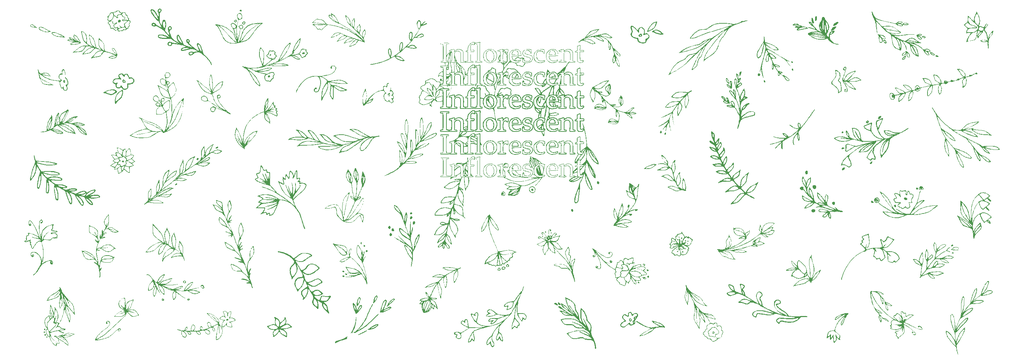
<source format=gbr>
%TF.GenerationSoftware,KiCad,Pcbnew,(5.99.0-8803-gb07c8110c8)*%
%TF.CreationDate,2021-05-08T13:24:52+01:00*%
%TF.ProjectId,Plate,506c6174-652e-46b6-9963-61645f706362,rev?*%
%TF.SameCoordinates,Original*%
%TF.FileFunction,Legend,Top*%
%TF.FilePolarity,Positive*%
%FSLAX46Y46*%
G04 Gerber Fmt 4.6, Leading zero omitted, Abs format (unit mm)*
G04 Created by KiCad (PCBNEW (5.99.0-8803-gb07c8110c8)) date 2021-05-08 13:24:52*
%MOMM*%
%LPD*%
G01*
G04 APERTURE LIST*
%ADD10C,3.200000*%
G04 APERTURE END LIST*
%TO.C,S1*%
G36*
X239962765Y-117268623D02*
G01*
X240050749Y-117308983D01*
X240111910Y-117378599D01*
X240112412Y-117379598D01*
X240129776Y-117435875D01*
X240115776Y-117493262D01*
X240105103Y-117515220D01*
X240045098Y-117583435D01*
X239955063Y-117632778D01*
X239851769Y-117658860D01*
X239751990Y-117657292D01*
X239677120Y-117627221D01*
X239643278Y-117575080D01*
X239644500Y-117504360D01*
X239674741Y-117426500D01*
X239727956Y-117352940D01*
X239798099Y-117295117D01*
X239867684Y-117266625D01*
X239962765Y-117268623D01*
G37*
G36*
X128269552Y-71490384D02*
G01*
X128317163Y-71301236D01*
X128391529Y-71139996D01*
X128494532Y-71000530D01*
X128569290Y-70926160D01*
X128714060Y-70820122D01*
X128872789Y-70753770D01*
X129056400Y-70723265D01*
X129155311Y-70720222D01*
X129363417Y-70744858D01*
X129552968Y-70815842D01*
X129722083Y-70931429D01*
X129868883Y-71089875D01*
X129991489Y-71289436D01*
X130088020Y-71528366D01*
X130111739Y-71607916D01*
X130135417Y-71726731D01*
X130153127Y-71881502D01*
X130164554Y-72058289D01*
X130169381Y-72243152D01*
X130167291Y-72422150D01*
X130157969Y-72581343D01*
X130141097Y-72706792D01*
X130137096Y-72725306D01*
X130070002Y-72929047D01*
X129972679Y-73106942D01*
X129850179Y-73252728D01*
X129707556Y-73360142D01*
X129580884Y-73414678D01*
X129418409Y-73444985D01*
X129239292Y-73449313D01*
X129067319Y-73428052D01*
X128982371Y-73404897D01*
X128833138Y-73336061D01*
X128704102Y-73236247D01*
X128584657Y-73096730D01*
X128553051Y-73051677D01*
X128435809Y-72850293D01*
X128348773Y-72633636D01*
X128289405Y-72392793D01*
X128255168Y-72118849D01*
X128247069Y-71976954D01*
X128247010Y-71916460D01*
X128319528Y-71916460D01*
X128334690Y-72161017D01*
X128375283Y-72403970D01*
X128440869Y-72636448D01*
X128531008Y-72849581D01*
X128615646Y-72993136D01*
X128754138Y-73156831D01*
X128913812Y-73275845D01*
X129090929Y-73348780D01*
X129281754Y-73374240D01*
X129482548Y-73350826D01*
X129534872Y-73336874D01*
X129689535Y-73265076D01*
X129824595Y-73150054D01*
X129936258Y-72996965D01*
X130020730Y-72810971D01*
X130072887Y-72605262D01*
X130087295Y-72470569D01*
X130092546Y-72305038D01*
X130089294Y-72124924D01*
X130078192Y-71946482D01*
X130059893Y-71785965D01*
X130035051Y-71659627D01*
X130034833Y-71658818D01*
X129948809Y-71407139D01*
X129838692Y-71198641D01*
X129705141Y-71033987D01*
X129548814Y-70913841D01*
X129370371Y-70838866D01*
X129192756Y-70810627D01*
X128984041Y-70819520D01*
X128803766Y-70870182D01*
X128650287Y-70963321D01*
X128521972Y-71099627D01*
X128431020Y-71261884D01*
X128367254Y-71458023D01*
X128330236Y-71679172D01*
X128319528Y-71916460D01*
X128247010Y-71916460D01*
X128246814Y-71713578D01*
X128269552Y-71490384D01*
G37*
G36*
X142655994Y-93483874D02*
G01*
X142746347Y-93235886D01*
X142874639Y-93018443D01*
X143042126Y-92829152D01*
X143250063Y-92665617D01*
X143362968Y-92596495D01*
X143581033Y-92484924D01*
X143783345Y-92408715D01*
X143985451Y-92363087D01*
X144184069Y-92344032D01*
X144463852Y-92351170D01*
X144714560Y-92399501D01*
X144937727Y-92489543D01*
X145134886Y-92621819D01*
X145214250Y-92693988D01*
X145371549Y-92885310D01*
X145487407Y-93106185D01*
X145561821Y-93356604D01*
X145594786Y-93636558D01*
X145596594Y-93724876D01*
X145594820Y-93841729D01*
X145588318Y-93918613D01*
X145575318Y-93966377D01*
X145554047Y-93995868D01*
X145552055Y-93997658D01*
X145512400Y-94023158D01*
X145453751Y-94044617D01*
X145371884Y-94062424D01*
X145262571Y-94076967D01*
X145121587Y-94088636D01*
X144944705Y-94097819D01*
X144727700Y-94104906D01*
X144466346Y-94110286D01*
X144302887Y-94112649D01*
X143429121Y-94123823D01*
X143446985Y-94253712D01*
X143501448Y-94494450D01*
X143592960Y-94702808D01*
X143719421Y-94876615D01*
X143878731Y-95013700D01*
X144068788Y-95111895D01*
X144287494Y-95169028D01*
X144339663Y-95175918D01*
X144539207Y-95175097D01*
X144758326Y-95132404D01*
X144990138Y-95049451D01*
X145100301Y-94997631D01*
X145199583Y-94948747D01*
X145283040Y-94910161D01*
X145339608Y-94886850D01*
X145356736Y-94882247D01*
X145391498Y-94899663D01*
X145439054Y-94941307D01*
X145442945Y-94945389D01*
X145481360Y-95008121D01*
X145488908Y-95087427D01*
X145465116Y-95191428D01*
X145422298Y-95299906D01*
X145389838Y-95362775D01*
X145349747Y-95409949D01*
X145288962Y-95453068D01*
X145194422Y-95503773D01*
X145192378Y-95504803D01*
X144950376Y-95610712D01*
X144707304Y-95682437D01*
X144447047Y-95723894D01*
X144234970Y-95737354D01*
X144036550Y-95739376D01*
X143878865Y-95731522D01*
X143752622Y-95713285D01*
X143738678Y-95710271D01*
X143500634Y-95633206D01*
X143276924Y-95515384D01*
X143075935Y-95363286D01*
X142906052Y-95183395D01*
X142775660Y-94982193D01*
X142762420Y-94955586D01*
X142686863Y-94781181D01*
X142634473Y-94614381D01*
X142602099Y-94439729D01*
X142586590Y-94241768D01*
X142584079Y-94081062D01*
X142715650Y-94081062D01*
X142731413Y-94370827D01*
X142779981Y-94625443D01*
X142863273Y-94850219D01*
X142983207Y-95050468D01*
X143125599Y-95215645D01*
X143326964Y-95383515D01*
X143550428Y-95505959D01*
X143789580Y-95582736D01*
X143967218Y-95608043D01*
X144173876Y-95613057D01*
X144392301Y-95598696D01*
X144605240Y-95565876D01*
X144743110Y-95532025D01*
X144867816Y-95491237D01*
X144995427Y-95442555D01*
X145102799Y-95394969D01*
X145124436Y-95383943D01*
X145210376Y-95334783D01*
X145263767Y-95290969D01*
X145298847Y-95237793D01*
X145323380Y-95178393D01*
X145347173Y-95106303D01*
X145358602Y-95056039D01*
X145357643Y-95042546D01*
X145331368Y-95048004D01*
X145270423Y-95072201D01*
X145185459Y-95110707D01*
X145134127Y-95135503D01*
X144881502Y-95237823D01*
X144631471Y-95296249D01*
X144388820Y-95311118D01*
X144158333Y-95282766D01*
X143944797Y-95211531D01*
X143752996Y-95097748D01*
X143675158Y-95032853D01*
X143527062Y-94861864D01*
X143415900Y-94656278D01*
X143342021Y-94416890D01*
X143310260Y-94204508D01*
X143291645Y-93997092D01*
X144208698Y-93984927D01*
X144501678Y-93980044D01*
X144754409Y-93973744D01*
X144964620Y-93966123D01*
X145130039Y-93957272D01*
X145248393Y-93947287D01*
X145301133Y-93939840D01*
X145476515Y-93906918D01*
X145460857Y-93650403D01*
X145431590Y-93398369D01*
X145375380Y-93184457D01*
X145289560Y-93002048D01*
X145171464Y-92844524D01*
X145112028Y-92784595D01*
X144921634Y-92639842D01*
X144709702Y-92538917D01*
X144480531Y-92481794D01*
X144238423Y-92468447D01*
X143987677Y-92498847D01*
X143732594Y-92572967D01*
X143477473Y-92690782D01*
X143305979Y-92795965D01*
X143111983Y-92954399D01*
X142957516Y-93140680D01*
X142841732Y-93356649D01*
X142763786Y-93604143D01*
X142722835Y-93885001D01*
X142715650Y-94081062D01*
X142584079Y-94081062D01*
X142602323Y-93764801D01*
X142655994Y-93483874D01*
G37*
G36*
X128253089Y-82619776D02*
G01*
X128428552Y-82619776D01*
X128447792Y-82651877D01*
X128474939Y-82665702D01*
X128558178Y-82689435D01*
X128605744Y-82678504D01*
X128619692Y-82634519D01*
X128607374Y-82578692D01*
X128577417Y-82502003D01*
X128558240Y-82462726D01*
X128522365Y-82396745D01*
X128501525Y-82370872D01*
X128487323Y-82380027D01*
X128474097Y-82411824D01*
X128451780Y-82484160D01*
X128434185Y-82559149D01*
X128428552Y-82619776D01*
X128253089Y-82619776D01*
X128255695Y-82574733D01*
X128305285Y-82331710D01*
X128378935Y-82149980D01*
X128612241Y-82149980D01*
X128628158Y-82212279D01*
X128669355Y-82306212D01*
X128676778Y-82321394D01*
X128718803Y-82398999D01*
X128754526Y-82451314D01*
X128777104Y-82468560D01*
X128778977Y-82467477D01*
X128790853Y-82435051D01*
X128806591Y-82363958D01*
X128823783Y-82266045D01*
X128834528Y-82194129D01*
X128848501Y-82086754D01*
X128857888Y-81999834D01*
X128861590Y-81944570D01*
X128860350Y-81930839D01*
X128834767Y-81936656D01*
X128785008Y-81966392D01*
X128724735Y-82009917D01*
X128667606Y-82057099D01*
X128627282Y-82097808D01*
X128619015Y-82109827D01*
X128612241Y-82149980D01*
X128378935Y-82149980D01*
X128388231Y-82127042D01*
X128504578Y-81960643D01*
X128654371Y-81832425D01*
X128820706Y-81748508D01*
X128987458Y-81708116D01*
X129173565Y-81699908D01*
X129359745Y-81722925D01*
X129526719Y-81776210D01*
X129544289Y-81784466D01*
X129705412Y-81890634D01*
X129849233Y-82040881D01*
X129972242Y-82230287D01*
X130070927Y-82453930D01*
X130110107Y-82577255D01*
X130133877Y-82694600D01*
X130151848Y-82847937D01*
X130163673Y-83023398D01*
X130169007Y-83207117D01*
X130167501Y-83385227D01*
X130158811Y-83543859D01*
X130142588Y-83669148D01*
X130137950Y-83690959D01*
X130064704Y-83917451D01*
X129961244Y-84103732D01*
X129828751Y-84248922D01*
X129668409Y-84352144D01*
X129481402Y-84412517D01*
X129268912Y-84429163D01*
X129155311Y-84421029D01*
X128970484Y-84374757D01*
X128801619Y-84283124D01*
X128650836Y-84149751D01*
X128520255Y-83978262D01*
X128411995Y-83772277D01*
X128328178Y-83535419D01*
X128270924Y-83271311D01*
X128242351Y-82983574D01*
X128241574Y-82949896D01*
X128417569Y-82949896D01*
X128429259Y-83107416D01*
X128460462Y-83289445D01*
X128506398Y-83475761D01*
X128562289Y-83646142D01*
X128606209Y-83747996D01*
X128695378Y-83909073D01*
X128784997Y-84029601D01*
X128883551Y-84119298D01*
X128983477Y-84179972D01*
X129058552Y-84214545D01*
X129125087Y-84233915D01*
X129201957Y-84241367D01*
X129308037Y-84240184D01*
X129325844Y-84239533D01*
X129429762Y-84232107D01*
X129512515Y-84219674D01*
X129560628Y-84204400D01*
X129565020Y-84201084D01*
X129569866Y-84180842D01*
X129558820Y-84140981D01*
X129529522Y-84076776D01*
X129479610Y-83983498D01*
X129406723Y-83856423D01*
X129318135Y-83706921D01*
X129178450Y-83479859D01*
X129055137Y-83294852D01*
X128943945Y-83147416D01*
X128840626Y-83033068D01*
X128740928Y-82947324D01*
X128720428Y-82934733D01*
X128995191Y-82934733D01*
X129358756Y-83513332D01*
X129470757Y-83691599D01*
X129559063Y-83830257D01*
X129627515Y-83932510D01*
X129679953Y-84001558D01*
X129720219Y-84040604D01*
X129752155Y-84052851D01*
X129779600Y-84041500D01*
X129806397Y-84009754D01*
X129836385Y-83960815D01*
X129855700Y-83927614D01*
X129919225Y-83784489D01*
X129964244Y-83611824D01*
X129986814Y-83428852D01*
X129986259Y-83290792D01*
X129970804Y-83078025D01*
X129956937Y-82908687D01*
X129943497Y-82775380D01*
X129929325Y-82670704D01*
X129913259Y-82587261D01*
X129894139Y-82517652D01*
X129870805Y-82454479D01*
X129846492Y-82399677D01*
X129760207Y-82236401D01*
X129670633Y-82113637D01*
X129569305Y-82021261D01*
X129486226Y-81968918D01*
X129389150Y-81926001D01*
X129285406Y-81895939D01*
X129187117Y-81880307D01*
X129106404Y-81880680D01*
X129055391Y-81898633D01*
X129045767Y-81911718D01*
X129040021Y-81949002D01*
X129033333Y-82028535D01*
X129026242Y-82141686D01*
X129019285Y-82279821D01*
X129012999Y-82434310D01*
X129012667Y-82443584D01*
X128995191Y-82934733D01*
X128720428Y-82934733D01*
X128640601Y-82885703D01*
X128535395Y-82843720D01*
X128487225Y-82830498D01*
X128446842Y-82822890D01*
X128426092Y-82832876D01*
X128418495Y-82871564D01*
X128417569Y-82949896D01*
X128241574Y-82949896D01*
X128239413Y-82856199D01*
X128253089Y-82619776D01*
G37*
G36*
X120464195Y-125347495D02*
G01*
X120465045Y-125136478D01*
X120467830Y-124967993D01*
X120473015Y-124833692D01*
X120481070Y-124725224D01*
X120492462Y-124634243D01*
X120507659Y-124552398D01*
X120509097Y-124545792D01*
X120564479Y-124345810D01*
X120642057Y-124158453D01*
X120747202Y-123974428D01*
X120885289Y-123784442D01*
X121061690Y-123579202D01*
X121078712Y-123560660D01*
X121148895Y-123475460D01*
X121184273Y-123411408D01*
X121183290Y-123372552D01*
X121154933Y-123362325D01*
X121120312Y-123373215D01*
X121046409Y-123403893D01*
X120939465Y-123451374D01*
X120805720Y-123512671D01*
X120651415Y-123584797D01*
X120482790Y-123664766D01*
X120306086Y-123749593D01*
X120127543Y-123836290D01*
X119953402Y-123921871D01*
X119789903Y-124003349D01*
X119643288Y-124077740D01*
X119519795Y-124142055D01*
X119472164Y-124167602D01*
X119276351Y-124276037D01*
X119101085Y-124377207D01*
X118951164Y-124468094D01*
X118831387Y-124545683D01*
X118746553Y-124606956D01*
X118701460Y-124648896D01*
X118697790Y-124654415D01*
X118693259Y-124706298D01*
X118713123Y-124799424D01*
X118735827Y-124871751D01*
X118802666Y-125102919D01*
X118850156Y-125350762D01*
X118880320Y-125627595D01*
X118891187Y-125818752D01*
X118894171Y-126087565D01*
X118882735Y-126362254D01*
X118858199Y-126633159D01*
X118821883Y-126890619D01*
X118775106Y-127124972D01*
X118719187Y-127326559D01*
X118666714Y-127462209D01*
X118610437Y-127576866D01*
X118566112Y-127647662D01*
X118529586Y-127679023D01*
X118496708Y-127675375D01*
X118479892Y-127661341D01*
X118459411Y-127622326D01*
X118428966Y-127541169D01*
X118390618Y-127425188D01*
X118346425Y-127281703D01*
X118298447Y-127118031D01*
X118248745Y-126941492D01*
X118199377Y-126759404D01*
X118152403Y-126579087D01*
X118109883Y-126407860D01*
X118073877Y-126253040D01*
X118046443Y-126121948D01*
X118045908Y-126119159D01*
X118022493Y-125955488D01*
X118010683Y-125780006D01*
X118010648Y-125749444D01*
X118089382Y-125749444D01*
X118093638Y-126008625D01*
X118128206Y-126283139D01*
X118194392Y-126580333D01*
X118293504Y-126907550D01*
X118297639Y-126919796D01*
X118358869Y-127096755D01*
X118408265Y-127229172D01*
X118448334Y-127321344D01*
X118481583Y-127377569D01*
X118510517Y-127402145D01*
X118537645Y-127399369D01*
X118563625Y-127375795D01*
X118581216Y-127338079D01*
X118606510Y-127263081D01*
X118635592Y-127163076D01*
X118654927Y-127089472D01*
X118742451Y-126669693D01*
X118790412Y-126265151D01*
X118798613Y-125880322D01*
X118766858Y-125519681D01*
X118731915Y-125331584D01*
X118689251Y-125152641D01*
X118651281Y-125019340D01*
X118616194Y-124926838D01*
X118582178Y-124870292D01*
X118550307Y-124845876D01*
X118506312Y-124854825D01*
X118446675Y-124903884D01*
X118376584Y-124986718D01*
X118301227Y-125096992D01*
X118225791Y-125228372D01*
X118206689Y-125265438D01*
X118158904Y-125363165D01*
X118127531Y-125439751D01*
X118108483Y-125512069D01*
X118097668Y-125596988D01*
X118091000Y-125711381D01*
X118089382Y-125749444D01*
X118010648Y-125749444D01*
X118010484Y-125607951D01*
X118021899Y-125454562D01*
X118044930Y-125335078D01*
X118045717Y-125332452D01*
X118074551Y-125223725D01*
X118081718Y-125155728D01*
X118067298Y-125123168D01*
X118049066Y-125118437D01*
X118015396Y-125136284D01*
X117952975Y-125186051D01*
X117867385Y-125262077D01*
X117764208Y-125358703D01*
X117649024Y-125470268D01*
X117527417Y-125591113D01*
X117404968Y-125715576D01*
X117287257Y-125837997D01*
X117179868Y-125952717D01*
X117088381Y-126054075D01*
X117018378Y-126136411D01*
X116975442Y-126194065D01*
X116964329Y-126218442D01*
X116978213Y-126252020D01*
X117012110Y-126304878D01*
X117016798Y-126311305D01*
X117046119Y-126368476D01*
X117078794Y-126459348D01*
X117109191Y-126567518D01*
X117118485Y-126607500D01*
X117150428Y-126725607D01*
X117200830Y-126877151D01*
X117265378Y-127050042D01*
X117339761Y-127232194D01*
X117349310Y-127254490D01*
X117426713Y-127434978D01*
X117486605Y-127577217D01*
X117531959Y-127689553D01*
X117565751Y-127780335D01*
X117590956Y-127857910D01*
X117610547Y-127930627D01*
X117627500Y-128006832D01*
X117640165Y-128070742D01*
X117658743Y-128173271D01*
X117669947Y-128259389D01*
X117673197Y-128340506D01*
X117667911Y-128428030D01*
X117653506Y-128533368D01*
X117629401Y-128667928D01*
X117602752Y-128804228D01*
X117571589Y-128971623D01*
X117541171Y-129154041D01*
X117512768Y-129341825D01*
X117487649Y-129525316D01*
X117467083Y-129694856D01*
X117452341Y-129840787D01*
X117444691Y-129953452D01*
X117444335Y-130009573D01*
X117439839Y-130075823D01*
X117422940Y-130118299D01*
X117418806Y-130121789D01*
X117379387Y-130120692D01*
X117339204Y-130072208D01*
X117300104Y-129979784D01*
X117263934Y-129846869D01*
X117258705Y-129822847D01*
X117234166Y-129720369D01*
X117197656Y-129585060D01*
X117153528Y-129432302D01*
X117106135Y-129277479D01*
X117090586Y-129228758D01*
X117032772Y-129047735D01*
X116986628Y-128897091D01*
X116948649Y-128763141D01*
X116915329Y-128632202D01*
X116883162Y-128490592D01*
X116848643Y-128324626D01*
X116813444Y-128147094D01*
X116791030Y-128029396D01*
X116764818Y-127886501D01*
X116736181Y-127726456D01*
X116706493Y-127557309D01*
X116677124Y-127387108D01*
X116649449Y-127223899D01*
X116624839Y-127075730D01*
X116604667Y-126950649D01*
X116597021Y-126900635D01*
X116727993Y-126900635D01*
X116728593Y-126938177D01*
X116740767Y-127164680D01*
X116768220Y-127427793D01*
X116808957Y-127716247D01*
X116860981Y-128018770D01*
X116922297Y-128324095D01*
X116990909Y-128620949D01*
X117064819Y-128898063D01*
X117091906Y-128989401D01*
X117154044Y-129189424D01*
X117204546Y-129343964D01*
X117244881Y-129456720D01*
X117276521Y-129531394D01*
X117300937Y-129571687D01*
X117319598Y-129581301D01*
X117325625Y-129577542D01*
X117338290Y-129545073D01*
X117356415Y-129473071D01*
X117377551Y-129372285D01*
X117398623Y-129257135D01*
X117424149Y-129122697D01*
X117453502Y-128991104D01*
X117482646Y-128879427D01*
X117502712Y-128816924D01*
X117526216Y-128746814D01*
X117540646Y-128679422D01*
X117547297Y-128600856D01*
X117547461Y-128497227D01*
X117543480Y-128379323D01*
X117531403Y-128209933D01*
X117507874Y-128052694D01*
X117469622Y-127895754D01*
X117413379Y-127727259D01*
X117335878Y-127535356D01*
X117269488Y-127385713D01*
X117208550Y-127245342D01*
X117141444Y-127080373D01*
X117077681Y-126914636D01*
X117040126Y-126810922D01*
X116984073Y-126654336D01*
X116939798Y-126543245D01*
X116904009Y-126474520D01*
X116873416Y-126445037D01*
X116844730Y-126451668D01*
X116814660Y-126491286D01*
X116779915Y-126560765D01*
X116778995Y-126562776D01*
X116752337Y-126629941D01*
X116736304Y-126698562D01*
X116728866Y-126783755D01*
X116727993Y-126900635D01*
X116597021Y-126900635D01*
X116590305Y-126856704D01*
X116583127Y-126801941D01*
X116582566Y-126793435D01*
X116570125Y-126770577D01*
X116534110Y-126789262D01*
X116476480Y-126846998D01*
X116399196Y-126941294D01*
X116304219Y-127069659D01*
X116193508Y-127229603D01*
X116069024Y-127418633D01*
X115978006Y-127561724D01*
X115919159Y-127656534D01*
X115866335Y-127744830D01*
X115816315Y-127833045D01*
X115765876Y-127927615D01*
X115711800Y-128034975D01*
X115650864Y-128161561D01*
X115579848Y-128313807D01*
X115495532Y-128498149D01*
X115394695Y-128721023D01*
X115366594Y-128783367D01*
X115250203Y-129041830D01*
X115153321Y-129257780D01*
X115074576Y-129435125D01*
X115012592Y-129577775D01*
X114965997Y-129689636D01*
X114933417Y-129774617D01*
X114913478Y-129836626D01*
X114904805Y-129879571D01*
X114906027Y-129907361D01*
X114915768Y-129923903D01*
X114932655Y-129933106D01*
X114955315Y-129938877D01*
X114960071Y-129939890D01*
X115137482Y-129975276D01*
X115298002Y-130001100D01*
X115458156Y-130019190D01*
X115634472Y-130031372D01*
X115843474Y-130039474D01*
X115866711Y-130040127D01*
X116032565Y-130044991D01*
X116155338Y-130049878D01*
X116242838Y-130055831D01*
X116302878Y-130063894D01*
X116343265Y-130075110D01*
X116371811Y-130090522D01*
X116395975Y-130110845D01*
X116444457Y-130179235D01*
X116449439Y-130244191D01*
X116412509Y-130294821D01*
X116366233Y-130315027D01*
X116304204Y-130331297D01*
X116212101Y-130356283D01*
X116108829Y-130384849D01*
X116098998Y-130387597D01*
X116005033Y-130411189D01*
X115916200Y-130425980D01*
X115817455Y-130433262D01*
X115693755Y-130434326D01*
X115581792Y-130431994D01*
X115442003Y-130428221D01*
X115351407Y-130428535D01*
X115309110Y-130436711D01*
X115314220Y-130456527D01*
X115365845Y-130491759D01*
X115463092Y-130546183D01*
X115544363Y-130590381D01*
X115736968Y-130711682D01*
X115905640Y-130855155D01*
X116055666Y-131027264D01*
X116192332Y-131234478D01*
X116320925Y-131483261D01*
X116376677Y-131608417D01*
X116406109Y-131687736D01*
X116441484Y-131799372D01*
X116480405Y-131933827D01*
X116520479Y-132081606D01*
X116559309Y-132233211D01*
X116594502Y-132379147D01*
X116623662Y-132509917D01*
X116644394Y-132616024D01*
X116654304Y-132687972D01*
X116654310Y-132709292D01*
X116635692Y-132757866D01*
X116602042Y-132760261D01*
X116555900Y-132718068D01*
X116499804Y-132632880D01*
X116482738Y-132601688D01*
X116437595Y-132529707D01*
X116370779Y-132439776D01*
X116289461Y-132339823D01*
X116200812Y-132237774D01*
X116112004Y-132141557D01*
X116030209Y-132059099D01*
X115962600Y-131998328D01*
X115916347Y-131967171D01*
X115906485Y-131964730D01*
X115879523Y-131989799D01*
X115854980Y-132063560D01*
X115833283Y-132183840D01*
X115814863Y-132348468D01*
X115804726Y-132480110D01*
X115795585Y-132602648D01*
X115786266Y-132682785D01*
X115774857Y-132728993D01*
X115759448Y-132749744D01*
X115743031Y-132753708D01*
X115687960Y-132735480D01*
X115608544Y-132685154D01*
X115513581Y-132609268D01*
X115411868Y-132514358D01*
X115387437Y-132489482D01*
X115303441Y-132412304D01*
X115239107Y-132378010D01*
X115188971Y-132385216D01*
X115149537Y-132429209D01*
X115121853Y-132475866D01*
X115076209Y-132553387D01*
X115020309Y-132648675D01*
X114989882Y-132700664D01*
X114818942Y-132954310D01*
X114628334Y-133162569D01*
X114414991Y-133328175D01*
X114175847Y-133453857D01*
X114118960Y-133476615D01*
X113978812Y-133524531D01*
X113824725Y-133568653D01*
X113671289Y-133605543D01*
X113533096Y-133631764D01*
X113424736Y-133643880D01*
X113407011Y-133644311D01*
X113348944Y-133642060D01*
X113307860Y-133628841D01*
X113271063Y-133595302D01*
X113225858Y-133532090D01*
X113199265Y-133491280D01*
X113119264Y-133349956D01*
X113098477Y-133301656D01*
X114122847Y-133301656D01*
X114134582Y-133310619D01*
X114168807Y-133312348D01*
X114234805Y-133294823D01*
X114320950Y-133244497D01*
X114359689Y-133215464D01*
X114601491Y-132993759D01*
X114813540Y-132736649D01*
X114999127Y-132439853D01*
X115084076Y-132273029D01*
X115155216Y-132109972D01*
X115312687Y-132109972D01*
X115329320Y-132183183D01*
X115377633Y-132259130D01*
X115452742Y-132345043D01*
X115522499Y-132416382D01*
X115582202Y-132470213D01*
X115621608Y-132497524D01*
X115627933Y-132499199D01*
X115650615Y-132474206D01*
X115668299Y-132400692D01*
X115675680Y-132340130D01*
X115686426Y-132226111D01*
X115698545Y-132094387D01*
X115707063Y-131999807D01*
X115723169Y-131818552D01*
X115604273Y-131736750D01*
X115515128Y-131685692D01*
X115451569Y-131671351D01*
X115417106Y-131693981D01*
X115411824Y-131722783D01*
X115403737Y-131767148D01*
X115382810Y-131841073D01*
X115360922Y-131907219D01*
X115324349Y-132023362D01*
X115312687Y-132109972D01*
X115155216Y-132109972D01*
X115169867Y-132076391D01*
X115223723Y-131910585D01*
X115246715Y-131767694D01*
X115239916Y-131639800D01*
X115204399Y-131518986D01*
X115190483Y-131487525D01*
X115154956Y-131425215D01*
X115125723Y-131405890D01*
X115101259Y-131431440D01*
X115080036Y-131503756D01*
X115060529Y-131624729D01*
X115056941Y-131652956D01*
X115032573Y-131838377D01*
X115009161Y-131984423D01*
X114984031Y-132102492D01*
X114954511Y-132203982D01*
X114917927Y-132300290D01*
X114890560Y-132362321D01*
X114732730Y-132647152D01*
X114530521Y-132914078D01*
X114289193Y-133156475D01*
X114202265Y-133229633D01*
X114144302Y-133277394D01*
X114122847Y-133301656D01*
X113098477Y-133301656D01*
X113049484Y-133187821D01*
X113617121Y-133187821D01*
X113620036Y-133250901D01*
X113636351Y-133288166D01*
X113662710Y-133295192D01*
X113703933Y-133269024D01*
X113764838Y-133206703D01*
X113837755Y-133120366D01*
X114012024Y-133120366D01*
X114031088Y-133126502D01*
X114085693Y-133102458D01*
X114171964Y-133050260D01*
X114257736Y-132992013D01*
X114383035Y-132884061D01*
X114511166Y-132738708D01*
X114633800Y-132568216D01*
X114742608Y-132384848D01*
X114829260Y-132200865D01*
X114867388Y-132094515D01*
X114883296Y-132018651D01*
X114897122Y-131906871D01*
X114908539Y-131769531D01*
X114917215Y-131616983D01*
X114922820Y-131459582D01*
X114925024Y-131307681D01*
X114923497Y-131171634D01*
X114917908Y-131061796D01*
X114907927Y-130988520D01*
X114903159Y-130972996D01*
X114864909Y-130913241D01*
X114826289Y-130901629D01*
X114796565Y-130936321D01*
X114785410Y-130996354D01*
X114764184Y-131213791D01*
X114723152Y-131458209D01*
X114666418Y-131711651D01*
X114598085Y-131956162D01*
X114522254Y-132173783D01*
X114508740Y-132207231D01*
X114462443Y-132308746D01*
X114396938Y-132438665D01*
X114319984Y-132582223D01*
X114239342Y-132724652D01*
X114215995Y-132764274D01*
X114146228Y-132882272D01*
X114086732Y-132984459D01*
X114041956Y-133063072D01*
X114016345Y-133110346D01*
X114012024Y-133120366D01*
X113837755Y-133120366D01*
X113843107Y-133114029D01*
X113924361Y-133008558D01*
X114013957Y-132882980D01*
X114094868Y-132761319D01*
X114108406Y-132739738D01*
X114290435Y-132421780D01*
X114432090Y-132116953D01*
X114537215Y-131813172D01*
X114609655Y-131498355D01*
X114653256Y-131160421D01*
X114664824Y-130991233D01*
X114670791Y-130839146D01*
X114668520Y-130735768D01*
X114655241Y-130679203D01*
X114628180Y-130667551D01*
X114584563Y-130698915D01*
X114521620Y-130771397D01*
X114460321Y-130851253D01*
X114371315Y-130978123D01*
X114290597Y-131112268D01*
X114213927Y-131262525D01*
X114137061Y-131437733D01*
X114055759Y-131646731D01*
X113987033Y-131837475D01*
X113901560Y-132088235D01*
X113824644Y-132328640D01*
X113757677Y-132553332D01*
X113702050Y-132756953D01*
X113659154Y-132934147D01*
X113630381Y-133079555D01*
X113617121Y-133187821D01*
X113049484Y-133187821D01*
X113048525Y-133185593D01*
X112984798Y-132991291D01*
X112925830Y-132760152D01*
X112869370Y-132485276D01*
X112867220Y-132473748D01*
X112835208Y-132295281D01*
X112822200Y-132212274D01*
X113074156Y-132212274D01*
X113079564Y-132347481D01*
X113093409Y-132475362D01*
X113114460Y-132586417D01*
X113141486Y-132671147D01*
X113173258Y-132720051D01*
X113193332Y-132728257D01*
X113207611Y-132705048D01*
X113220499Y-132651904D01*
X113391950Y-132651904D01*
X113395468Y-132792801D01*
X113407550Y-132898374D01*
X113427262Y-132963352D01*
X113450475Y-132982766D01*
X113465095Y-132959748D01*
X113492480Y-132895571D01*
X113529860Y-132797546D01*
X113574461Y-132672986D01*
X113623512Y-132529203D01*
X113631370Y-132505561D01*
X113763206Y-132120490D01*
X113889283Y-131779896D01*
X114012044Y-131478023D01*
X114133933Y-131209112D01*
X114257394Y-130967405D01*
X114361437Y-130785605D01*
X114414050Y-130688527D01*
X114431954Y-130627357D01*
X114413854Y-130600977D01*
X114358453Y-130608270D01*
X114264453Y-130648116D01*
X114225089Y-130668038D01*
X114141808Y-130714362D01*
X114078911Y-130759915D01*
X114023724Y-130817007D01*
X113963574Y-130897950D01*
X113917146Y-130967157D01*
X113757257Y-131244845D01*
X113621265Y-131551480D01*
X113513216Y-131874080D01*
X113437158Y-132199668D01*
X113397135Y-132515263D01*
X113391950Y-132651904D01*
X113220499Y-132651904D01*
X113222383Y-132644133D01*
X113234501Y-132558576D01*
X113234719Y-132556463D01*
X113299315Y-132155345D01*
X113411781Y-131748863D01*
X113572876Y-131334442D01*
X113633559Y-131202380D01*
X113699773Y-131059287D01*
X113742669Y-130955278D01*
X113763492Y-130884855D01*
X113763484Y-130842519D01*
X113743892Y-130822771D01*
X113720211Y-130819439D01*
X113670836Y-130839110D01*
X113602120Y-130892271D01*
X113523086Y-130970149D01*
X113442758Y-131063967D01*
X113379450Y-131150816D01*
X113316177Y-131264823D01*
X113251219Y-131415556D01*
X113189447Y-131589267D01*
X113135731Y-131772204D01*
X113094942Y-131950617D01*
X113093569Y-131957887D01*
X113078414Y-132079243D01*
X113074156Y-132212274D01*
X112822200Y-132212274D01*
X112813292Y-132155435D01*
X112800317Y-132043191D01*
X112795129Y-131947526D01*
X112796572Y-131857421D01*
X112798754Y-131820360D01*
X112803784Y-131699856D01*
X112798717Y-131624070D01*
X112783190Y-131587758D01*
X112782640Y-131587290D01*
X112731294Y-131563965D01*
X112646336Y-131543136D01*
X112545058Y-131527406D01*
X112444750Y-131519378D01*
X112362704Y-131521652D01*
X112354337Y-131522831D01*
X112290487Y-131529832D01*
X112262287Y-131519975D01*
X112255913Y-131488362D01*
X112255912Y-131487967D01*
X112269576Y-131433737D01*
X112280422Y-131414289D01*
X113045449Y-131414289D01*
X113053917Y-131445637D01*
X113076616Y-131437147D01*
X113107605Y-131395717D01*
X113140940Y-131328242D01*
X113157564Y-131284170D01*
X113186018Y-131195059D01*
X113195708Y-131146504D01*
X113187171Y-131131961D01*
X113169495Y-131139213D01*
X113139400Y-131175527D01*
X113103596Y-131241635D01*
X113070677Y-131318480D01*
X113049236Y-131387005D01*
X113045449Y-131414289D01*
X112280422Y-131414289D01*
X112312216Y-131357278D01*
X112335665Y-131324899D01*
X112595339Y-131324899D01*
X112596014Y-131366729D01*
X112627608Y-131385973D01*
X112689380Y-131389474D01*
X112763826Y-131379308D01*
X112833443Y-131357548D01*
X112873097Y-131333891D01*
X112908800Y-131285515D01*
X112917636Y-131252303D01*
X112931783Y-131211060D01*
X112968898Y-131143863D01*
X113020985Y-131065164D01*
X113021701Y-131064164D01*
X113071839Y-130986536D01*
X113104096Y-130921470D01*
X113111799Y-130882498D01*
X113111578Y-130881864D01*
X113076828Y-130844814D01*
X113018539Y-130852395D01*
X112937224Y-130904380D01*
X112833393Y-131000537D01*
X112822591Y-131011737D01*
X112706977Y-131141149D01*
X112630916Y-131246023D01*
X112595339Y-131324899D01*
X112335665Y-131324899D01*
X112386304Y-131254977D01*
X112494312Y-131123222D01*
X112548410Y-131060496D01*
X112619280Y-130974596D01*
X112675005Y-130898223D01*
X112708120Y-130842101D01*
X112714028Y-130822654D01*
X112691461Y-130778288D01*
X112635257Y-130742865D01*
X112562663Y-130723990D01*
X112497895Y-130727356D01*
X112419548Y-130746677D01*
X112370758Y-130758718D01*
X112314854Y-130759779D01*
X112291472Y-130731471D01*
X112297507Y-130680785D01*
X112329854Y-130614708D01*
X112371622Y-130558711D01*
X112641119Y-130558711D01*
X112655965Y-130596171D01*
X112718470Y-130631674D01*
X112829578Y-130668667D01*
X112955812Y-130702078D01*
X113011523Y-130708124D01*
X113105802Y-130710404D01*
X113226491Y-130709391D01*
X113361435Y-130705564D01*
X113498477Y-130699397D01*
X113625460Y-130691368D01*
X113730227Y-130681950D01*
X113800621Y-130671622D01*
X113812890Y-130668518D01*
X113904940Y-130628500D01*
X114020863Y-130560269D01*
X114083653Y-130516807D01*
X114957272Y-130516807D01*
X114960660Y-130571562D01*
X114965793Y-130607709D01*
X114983925Y-130700113D01*
X115011514Y-130810781D01*
X115032012Y-130881306D01*
X115063406Y-130975674D01*
X115096669Y-131057761D01*
X115136531Y-131133050D01*
X115187718Y-131207022D01*
X115254961Y-131285160D01*
X115342988Y-131372944D01*
X115456526Y-131475858D01*
X115600304Y-131599381D01*
X115779052Y-131748998D01*
X115784041Y-131753146D01*
X115928749Y-131872597D01*
X116061719Y-131980726D01*
X116177690Y-132073385D01*
X116271403Y-132146426D01*
X116337599Y-132195702D01*
X116371016Y-132217066D01*
X116373080Y-132217625D01*
X116394155Y-132200272D01*
X116389929Y-132149249D01*
X116326017Y-131915783D01*
X116235599Y-131663621D01*
X116126411Y-131411729D01*
X116006189Y-131179074D01*
X115966858Y-131112124D01*
X115827555Y-130883066D01*
X115439133Y-130685822D01*
X115307752Y-130620581D01*
X115189163Y-130564447D01*
X115091981Y-130521284D01*
X115024820Y-130494954D01*
X114999320Y-130488577D01*
X114968941Y-130493471D01*
X114957272Y-130516807D01*
X114083653Y-130516807D01*
X114148709Y-130471776D01*
X114276529Y-130370972D01*
X114330161Y-130324337D01*
X114397651Y-130259139D01*
X114427165Y-130213854D01*
X114415684Y-130183471D01*
X114360188Y-130162974D01*
X114257658Y-130147352D01*
X114221094Y-130143273D01*
X113968032Y-130134902D01*
X113692947Y-130158664D01*
X113410792Y-130211710D01*
X113136520Y-130291191D01*
X112885086Y-130394257D01*
X112873097Y-130400119D01*
X112750629Y-130464131D01*
X112672988Y-130515846D01*
X112641119Y-130558711D01*
X112371622Y-130558711D01*
X112385408Y-130540229D01*
X112461064Y-130464338D01*
X112523634Y-130414608D01*
X112686291Y-130317958D01*
X112889631Y-130229689D01*
X113123719Y-130152852D01*
X113294103Y-130111172D01*
X115038654Y-130111172D01*
X115042900Y-130132449D01*
X115078814Y-130163074D01*
X115148218Y-130203591D01*
X115236693Y-130246689D01*
X115329821Y-130285055D01*
X115373648Y-130300186D01*
X115468795Y-130319277D01*
X115597665Y-130330293D01*
X115743696Y-130333071D01*
X115890328Y-130327445D01*
X116021000Y-130313253D01*
X116056337Y-130306956D01*
X116147805Y-130282727D01*
X116212737Y-130254243D01*
X116244141Y-130226105D01*
X116235023Y-130202917D01*
X116222757Y-130197413D01*
X116186621Y-130191823D01*
X116109050Y-130183969D01*
X115999414Y-130174665D01*
X115867086Y-130164727D01*
X115772631Y-130158266D01*
X115621313Y-130147145D01*
X115477713Y-130134490D01*
X115354020Y-130121525D01*
X115262425Y-130109474D01*
X115230773Y-130103815D01*
X115135153Y-130089608D01*
X115068649Y-130092436D01*
X115038654Y-130111172D01*
X113294103Y-130111172D01*
X113378616Y-130090498D01*
X113644384Y-130045675D01*
X113772193Y-130031349D01*
X113995712Y-130017332D01*
X114195975Y-130018260D01*
X114364973Y-130033699D01*
X114494696Y-130063217D01*
X114517384Y-130071645D01*
X114595138Y-130093316D01*
X114639314Y-130082503D01*
X114648297Y-130056840D01*
X114627796Y-130034278D01*
X114574185Y-129996266D01*
X114503131Y-129953394D01*
X114320878Y-129828032D01*
X114155365Y-129670870D01*
X114011948Y-129490574D01*
X113895983Y-129295810D01*
X113812826Y-129095243D01*
X113776573Y-128935948D01*
X113893842Y-128935948D01*
X113898961Y-128970309D01*
X113973486Y-129208499D01*
X114088659Y-129427026D01*
X114238657Y-129614923D01*
X114244269Y-129620611D01*
X114312137Y-129679498D01*
X114382489Y-129725899D01*
X114443523Y-129753709D01*
X114483434Y-129756818D01*
X114491379Y-129748474D01*
X114483429Y-129717776D01*
X114455351Y-129652682D01*
X114411773Y-129563273D01*
X114366611Y-129476817D01*
X114267298Y-129298971D01*
X114173270Y-129143972D01*
X114088957Y-129018609D01*
X114018790Y-128929671D01*
X113991272Y-128901766D01*
X113937188Y-128869661D01*
X113902925Y-128882382D01*
X113893842Y-128935948D01*
X113776573Y-128935948D01*
X113767831Y-128897538D01*
X113762430Y-128754948D01*
X113769686Y-128674302D01*
X113783486Y-128631479D01*
X113809648Y-128613408D01*
X113827012Y-128609868D01*
X113890948Y-128625505D01*
X113969502Y-128686545D01*
X114060470Y-128790348D01*
X114161646Y-128934274D01*
X114270827Y-129115686D01*
X114312163Y-129190581D01*
X114384709Y-129322018D01*
X114457027Y-129448047D01*
X114522142Y-129556839D01*
X114573077Y-129636565D01*
X114586407Y-129655610D01*
X114638569Y-129723073D01*
X114674358Y-129754960D01*
X114704751Y-129758619D01*
X114726592Y-129749462D01*
X114757466Y-129715010D01*
X114806441Y-129636411D01*
X114872090Y-129516524D01*
X114952988Y-129358209D01*
X115047707Y-129164327D01*
X115154822Y-128937737D01*
X115272906Y-128681299D01*
X115398869Y-128401603D01*
X115470994Y-128241731D01*
X115542614Y-128086389D01*
X115608945Y-127945704D01*
X115665202Y-127829803D01*
X115706603Y-127748812D01*
X115711468Y-127739880D01*
X115789998Y-127604447D01*
X115890559Y-127441179D01*
X116004718Y-127263019D01*
X116124041Y-127082911D01*
X116240095Y-126913797D01*
X116343555Y-126769820D01*
X116430622Y-126649754D01*
X116486461Y-126564709D01*
X116509667Y-126514070D01*
X116498836Y-126497222D01*
X116452563Y-126513552D01*
X116369444Y-126562443D01*
X116248075Y-126643282D01*
X116173053Y-126695180D01*
X115964005Y-126840283D01*
X115791019Y-126958825D01*
X115648908Y-127054070D01*
X115532490Y-127129284D01*
X115436577Y-127187735D01*
X115355986Y-127232687D01*
X115285532Y-127267408D01*
X115221508Y-127294583D01*
X115011153Y-127361768D01*
X114780044Y-127409743D01*
X114555564Y-127433137D01*
X114508317Y-127434469D01*
X114330163Y-127446386D01*
X114143454Y-127475642D01*
X113967722Y-127518336D01*
X113822498Y-127570567D01*
X113818967Y-127572171D01*
X113737652Y-127607052D01*
X113672154Y-127630943D01*
X113641413Y-127638076D01*
X113598207Y-127619886D01*
X113590587Y-127573071D01*
X113603513Y-127538697D01*
X113640542Y-127499042D01*
X113716089Y-127440514D01*
X113823206Y-127367130D01*
X113825568Y-127365620D01*
X114140215Y-127365620D01*
X114180490Y-127377582D01*
X114234720Y-127372991D01*
X114303024Y-127363474D01*
X114404402Y-127350838D01*
X114521304Y-127337238D01*
X114571944Y-127331632D01*
X114832125Y-127295539D01*
X115048401Y-127248195D01*
X115226796Y-127188255D01*
X115241536Y-127182052D01*
X115337465Y-127135286D01*
X115448517Y-127072002D01*
X115569019Y-126996496D01*
X115693300Y-126913066D01*
X115815686Y-126826006D01*
X115930506Y-126739614D01*
X116032088Y-126658185D01*
X116114759Y-126586016D01*
X116172846Y-126527403D01*
X116200678Y-126486643D01*
X116192583Y-126468031D01*
X116185166Y-126467335D01*
X116159262Y-126473209D01*
X116095043Y-126491247D01*
X115990419Y-126522070D01*
X115843300Y-126566303D01*
X115651596Y-126624567D01*
X115437275Y-126690110D01*
X115253155Y-126750528D01*
X115059590Y-126820971D01*
X114870037Y-126896031D01*
X114697952Y-126970304D01*
X114556792Y-127038382D01*
X114517255Y-127059705D01*
X114371883Y-127145764D01*
X114259345Y-127221767D01*
X114181790Y-127285331D01*
X114141364Y-127334076D01*
X114140215Y-127365620D01*
X113825568Y-127365620D01*
X113954947Y-127282908D01*
X114104364Y-127191868D01*
X114264511Y-127098025D01*
X114428440Y-127005399D01*
X114589205Y-126918008D01*
X114739859Y-126839869D01*
X114873455Y-126775000D01*
X114983046Y-126727420D01*
X115042786Y-126706243D01*
X115197366Y-126658790D01*
X115376539Y-126601762D01*
X115572392Y-126537866D01*
X115777010Y-126469806D01*
X115982481Y-126400288D01*
X116180891Y-126332017D01*
X116364326Y-126267698D01*
X116524872Y-126210037D01*
X116654616Y-126161738D01*
X116745644Y-126125508D01*
X116760722Y-126118966D01*
X116810113Y-126087262D01*
X116883147Y-126027749D01*
X116974335Y-125946079D01*
X117078191Y-125847905D01*
X117189225Y-125738879D01*
X117301951Y-125624651D01*
X117410879Y-125510875D01*
X117510521Y-125403202D01*
X117595391Y-125307283D01*
X117659999Y-125228771D01*
X117698857Y-125173319D01*
X117706478Y-125146576D01*
X117705610Y-125145869D01*
X117673791Y-125140964D01*
X117596873Y-125135472D01*
X117480650Y-125129622D01*
X117330917Y-125123642D01*
X117153471Y-125117762D01*
X116954106Y-125112210D01*
X116738617Y-125107215D01*
X116714708Y-125106720D01*
X116488878Y-125101781D01*
X116270813Y-125096409D01*
X116067744Y-125090824D01*
X115886905Y-125085250D01*
X115735527Y-125079910D01*
X115620842Y-125075025D01*
X115551804Y-125070957D01*
X115449694Y-125061458D01*
X115388442Y-125050788D01*
X115358044Y-125035741D01*
X115348498Y-125013110D01*
X115348197Y-125005690D01*
X115365640Y-124970008D01*
X115683467Y-124970008D01*
X115693620Y-124977287D01*
X115730507Y-124982304D01*
X115808732Y-124987423D01*
X115918734Y-124992197D01*
X116050953Y-124996180D01*
X116137175Y-124998008D01*
X116480532Y-125003719D01*
X116776205Y-125007658D01*
X117027379Y-125009809D01*
X117237241Y-125010155D01*
X117408978Y-125008681D01*
X117545776Y-125005372D01*
X117650823Y-125000210D01*
X117727304Y-124993181D01*
X117750018Y-124989940D01*
X117875729Y-124962412D01*
X117981942Y-124925656D01*
X118059943Y-124883886D01*
X118101017Y-124841315D01*
X118104599Y-124818478D01*
X118075869Y-124781822D01*
X118007302Y-124735402D01*
X117907874Y-124683885D01*
X117786562Y-124631940D01*
X117656835Y-124585674D01*
X117415765Y-124531795D01*
X117145348Y-124514759D01*
X116851214Y-124534433D01*
X116538995Y-124590682D01*
X116442586Y-124614684D01*
X116310672Y-124653761D01*
X116175587Y-124701019D01*
X116044206Y-124753131D01*
X115923403Y-124806768D01*
X115820053Y-124858603D01*
X115741031Y-124905306D01*
X115693210Y-124943551D01*
X115683467Y-124970008D01*
X115365640Y-124970008D01*
X115369151Y-124962825D01*
X115433049Y-124909619D01*
X115541442Y-124845135D01*
X115695880Y-124768436D01*
X115868993Y-124691003D01*
X116043122Y-124619723D01*
X116202687Y-124564151D01*
X116362020Y-124520685D01*
X116535452Y-124485724D01*
X116737316Y-124455666D01*
X116869977Y-124439417D01*
X117061896Y-124420088D01*
X117221157Y-124412665D01*
X117362196Y-124418979D01*
X117499452Y-124440867D01*
X117647362Y-124480160D01*
X117820364Y-124538693D01*
X117909206Y-124571409D01*
X118031235Y-124615096D01*
X118141663Y-124651056D01*
X118228840Y-124675732D01*
X118281119Y-124685566D01*
X118283166Y-124685606D01*
X118330766Y-124671654D01*
X118415522Y-124631672D01*
X118532513Y-124568271D01*
X118676815Y-124484064D01*
X118771343Y-124426561D01*
X118996091Y-124290931D01*
X119237649Y-124150303D01*
X119485077Y-124010716D01*
X119727432Y-123878207D01*
X119953774Y-123758812D01*
X120153160Y-123658569D01*
X120228407Y-123622611D01*
X120323820Y-123575269D01*
X120398800Y-123532994D01*
X120443264Y-123501752D01*
X120451103Y-123490871D01*
X120429493Y-123480650D01*
X120363546Y-123473114D01*
X120251585Y-123468183D01*
X120091932Y-123465780D01*
X119910271Y-123465696D01*
X119735478Y-123465070D01*
X119565216Y-123461987D01*
X119410660Y-123456833D01*
X119282987Y-123449995D01*
X119193375Y-123441860D01*
X119184005Y-123440566D01*
X118931556Y-123386575D01*
X118680022Y-123297838D01*
X118420524Y-123170726D01*
X118200774Y-123038677D01*
X118110366Y-122982070D01*
X118044655Y-122950230D01*
X117985856Y-122939886D01*
X117916183Y-122947767D01*
X117823297Y-122969261D01*
X117770834Y-122975034D01*
X117753499Y-122954391D01*
X117753307Y-122949788D01*
X117776482Y-122896884D01*
X117803186Y-122871772D01*
X118192543Y-122871772D01*
X118207504Y-122901441D01*
X118259597Y-122947566D01*
X118340030Y-123004652D01*
X118440009Y-123067207D01*
X118550740Y-123129736D01*
X118663430Y-123186744D01*
X118769285Y-123232740D01*
X118771959Y-123233775D01*
X118915411Y-123283815D01*
X119060927Y-123322625D01*
X119215896Y-123350859D01*
X119387707Y-123369171D01*
X119583749Y-123378214D01*
X119811411Y-123378643D01*
X120078083Y-123371111D01*
X120242463Y-123363889D01*
X120402921Y-123355834D01*
X120522446Y-123348268D01*
X120610961Y-123339455D01*
X120678386Y-123327660D01*
X120734644Y-123311147D01*
X120789654Y-123288182D01*
X120853285Y-123257057D01*
X120935778Y-123210956D01*
X120996225Y-123168247D01*
X121023272Y-123137123D01*
X121023748Y-123134076D01*
X121000059Y-123094063D01*
X120934098Y-123048075D01*
X120833527Y-123000028D01*
X120706006Y-122953834D01*
X120623529Y-122929652D01*
X120521860Y-122908971D01*
X120377564Y-122889091D01*
X120198679Y-122870383D01*
X119993244Y-122853215D01*
X119769296Y-122837956D01*
X119534873Y-122824976D01*
X119298015Y-122814643D01*
X119066758Y-122807328D01*
X118849142Y-122803399D01*
X118653203Y-122803225D01*
X118486981Y-122807176D01*
X118358513Y-122815620D01*
X118302592Y-122823052D01*
X118236755Y-122841461D01*
X118196552Y-122865297D01*
X118192543Y-122871772D01*
X117803186Y-122871772D01*
X117840894Y-122836311D01*
X117938873Y-122774513D01*
X117995408Y-122746384D01*
X118038998Y-122727400D01*
X118081529Y-122713063D01*
X118130672Y-122702751D01*
X118194098Y-122695841D01*
X118279478Y-122691709D01*
X118394483Y-122689735D01*
X118546785Y-122689294D01*
X118694990Y-122689611D01*
X119127416Y-122697101D01*
X119559604Y-122716331D01*
X119974040Y-122746319D01*
X120298397Y-122779431D01*
X120615548Y-122833418D01*
X120915244Y-122916711D01*
X121082501Y-122980215D01*
X121177273Y-123018596D01*
X121257463Y-123043429D01*
X121332157Y-123053413D01*
X121410442Y-123047245D01*
X121501404Y-123023623D01*
X121614129Y-122981245D01*
X121757703Y-122918809D01*
X121871101Y-122867207D01*
X121990302Y-122814143D01*
X122072504Y-122782066D01*
X122125894Y-122768530D01*
X122158658Y-122771090D01*
X122170149Y-122777876D01*
X122201541Y-122817713D01*
X122206912Y-122837335D01*
X122185315Y-122858635D01*
X122126219Y-122897440D01*
X122037820Y-122948831D01*
X121928317Y-123007891D01*
X121887641Y-123028892D01*
X121767312Y-123092976D01*
X121660148Y-123154943D01*
X121576173Y-123208648D01*
X121525409Y-123247944D01*
X121518905Y-123255020D01*
X121484355Y-123326968D01*
X121470459Y-123431475D01*
X121477227Y-123572681D01*
X121504667Y-123754725D01*
X121520040Y-123833167D01*
X121553651Y-124031787D01*
X121569178Y-124221836D01*
X121565080Y-124408999D01*
X121539816Y-124598958D01*
X121491845Y-124797399D01*
X121419626Y-125010004D01*
X121321618Y-125242458D01*
X121196280Y-125500445D01*
X121042072Y-125789648D01*
X120940436Y-125971042D01*
X120846486Y-126135862D01*
X120774064Y-126261087D01*
X120719856Y-126351550D01*
X120680546Y-126412085D01*
X120652821Y-126447525D01*
X120633365Y-126462703D01*
X120618865Y-126462453D01*
X120608816Y-126454609D01*
X120592309Y-126420125D01*
X120568235Y-126348217D01*
X120540458Y-126251064D01*
X120524032Y-126187375D01*
X120504563Y-126104755D01*
X120489801Y-126028698D01*
X120479108Y-125950235D01*
X120471844Y-125860399D01*
X120467370Y-125750222D01*
X120465048Y-125610737D01*
X120464732Y-125541410D01*
X120531200Y-125541410D01*
X120538087Y-125744231D01*
X120554675Y-125907808D01*
X120580548Y-126029454D01*
X120615292Y-126106483D01*
X120658491Y-126136206D01*
X120663415Y-126136473D01*
X120689492Y-126116380D01*
X120736000Y-126061786D01*
X120796175Y-125981217D01*
X120858115Y-125890999D01*
X120944691Y-125753509D01*
X121036592Y-125596304D01*
X121128208Y-125430101D01*
X121213927Y-125265617D01*
X121288140Y-125113567D01*
X121345235Y-124984668D01*
X121375867Y-124902104D01*
X121444133Y-124614510D01*
X121471003Y-124324913D01*
X121455579Y-124045777D01*
X121443183Y-123969186D01*
X121411744Y-123821408D01*
X121378825Y-123701377D01*
X121346672Y-123615691D01*
X121317528Y-123570949D01*
X121305991Y-123565932D01*
X121263039Y-123585713D01*
X121198099Y-123639871D01*
X121117714Y-123720631D01*
X121028430Y-123820219D01*
X120936790Y-123930859D01*
X120849340Y-124044775D01*
X120772624Y-124154194D01*
X120713186Y-124251339D01*
X120689493Y-124298357D01*
X120633528Y-124458325D01*
X120589820Y-124662007D01*
X120558091Y-124911198D01*
X120538064Y-125207697D01*
X120534430Y-125302033D01*
X120531200Y-125541410D01*
X120464732Y-125541410D01*
X120464238Y-125432975D01*
X120464195Y-125347495D01*
G37*
G36*
X67922867Y-63603747D02*
G01*
X67937424Y-63589166D01*
X68001207Y-63540763D01*
X68087437Y-63488885D01*
X68182141Y-63440340D01*
X68271347Y-63401936D01*
X68341084Y-63380480D01*
X68369130Y-63378804D01*
X68414662Y-63409037D01*
X68462039Y-63472951D01*
X68502466Y-63554448D01*
X68527150Y-63637432D01*
X68530844Y-63674861D01*
X68510302Y-63789977D01*
X68453239Y-63887555D01*
X68379391Y-63946764D01*
X68270284Y-63979456D01*
X68147189Y-63980635D01*
X68034009Y-63951003D01*
X68004781Y-63935736D01*
X67917724Y-63861329D01*
X67873966Y-63775603D01*
X67874074Y-63767413D01*
X68008260Y-63767413D01*
X68022996Y-63803272D01*
X68038439Y-63819773D01*
X68097376Y-63847729D01*
X68181154Y-63852882D01*
X68270000Y-63836937D01*
X68344141Y-63801600D01*
X68355374Y-63792437D01*
X68393604Y-63733864D01*
X68398880Y-63655810D01*
X68387390Y-63593147D01*
X68359597Y-63565485D01*
X68327656Y-63558880D01*
X68257571Y-63569849D01*
X68172014Y-63607150D01*
X68090481Y-63660126D01*
X68032466Y-63718116D01*
X68030146Y-63721541D01*
X68008260Y-63767413D01*
X67874074Y-63767413D01*
X67875137Y-63686947D01*
X67922867Y-63603747D01*
G37*
G36*
X149555266Y-76436942D02*
G01*
X149573297Y-76404499D01*
X149609783Y-76382133D01*
X149680696Y-76346123D01*
X149773581Y-76302653D01*
X149821443Y-76281333D01*
X150037776Y-76186538D01*
X150029696Y-75731904D01*
X150027818Y-75581332D01*
X150027617Y-75445505D01*
X150028989Y-75333819D01*
X150031832Y-75255674D01*
X150035306Y-75222723D01*
X150061189Y-75184436D01*
X150123993Y-75141553D01*
X150229510Y-75090241D01*
X150246993Y-75082610D01*
X150356268Y-75033457D01*
X150463073Y-74982205D01*
X150546700Y-74938840D01*
X150556153Y-74933526D01*
X150623397Y-74896840D01*
X150666918Y-74883851D01*
X150707127Y-74892895D01*
X150755153Y-74917312D01*
X150818163Y-74958510D01*
X150860963Y-74999469D01*
X150865185Y-75006088D01*
X150871881Y-75046393D01*
X150874369Y-75128339D01*
X150872671Y-75242841D01*
X150866812Y-75380813D01*
X150864123Y-75427437D01*
X150855576Y-75577741D01*
X150848338Y-75725337D01*
X150843052Y-75855527D01*
X150840365Y-75953612D01*
X150840169Y-75972746D01*
X150839473Y-76138177D01*
X151247218Y-76129136D01*
X151414523Y-76126604D01*
X151537138Y-76127723D01*
X151621164Y-76132817D01*
X151672704Y-76142208D01*
X151694356Y-76152787D01*
X151714400Y-76179382D01*
X151723459Y-76224019D01*
X151722702Y-76298528D01*
X151716663Y-76378161D01*
X151706287Y-76487465D01*
X151692550Y-76567186D01*
X151668111Y-76621990D01*
X151625630Y-76656543D01*
X151557766Y-76675512D01*
X151457179Y-76683562D01*
X151316528Y-76685359D01*
X151233382Y-76685371D01*
X150839479Y-76685371D01*
X150840916Y-77531613D01*
X150841657Y-77783299D01*
X150843420Y-77989159D01*
X150846923Y-78154268D01*
X150852884Y-78283700D01*
X150862019Y-78382532D01*
X150875048Y-78455837D01*
X150892686Y-78508690D01*
X150915653Y-78546167D01*
X150944664Y-78573342D01*
X150980439Y-78595291D01*
X150992185Y-78601405D01*
X151108201Y-78633544D01*
X151231122Y-78615272D01*
X151352808Y-78552202D01*
X151440279Y-78506315D01*
X151513143Y-78504148D01*
X151581103Y-78547773D01*
X151635212Y-78612510D01*
X151712796Y-78719909D01*
X151645638Y-78816117D01*
X151594183Y-78883882D01*
X151522917Y-78970352D01*
X151446958Y-79057207D01*
X151444400Y-79060028D01*
X151365649Y-79141514D01*
X151300159Y-79193073D01*
X151231236Y-79225929D01*
X151170341Y-79244245D01*
X151036022Y-79268097D01*
X150883501Y-79277808D01*
X150733006Y-79273329D01*
X150604767Y-79254607D01*
X150572245Y-79245762D01*
X150417027Y-79184307D01*
X150293451Y-79104839D01*
X150230439Y-79047779D01*
X150190878Y-79007540D01*
X150158108Y-78970192D01*
X150131427Y-78930676D01*
X150110129Y-78883932D01*
X150093512Y-78824901D01*
X150080871Y-78748523D01*
X150071502Y-78649738D01*
X150064703Y-78523487D01*
X150059768Y-78364710D01*
X150055994Y-78168347D01*
X150052677Y-77929339D01*
X150050501Y-77754309D01*
X150037776Y-76723547D01*
X149827229Y-76732548D01*
X149693464Y-76733679D01*
X149608706Y-76723485D01*
X149579083Y-76710343D01*
X149555354Y-76664600D01*
X149543214Y-76589972D01*
X149543131Y-76547234D01*
X149668738Y-76547234D01*
X149668738Y-76609274D01*
X149922195Y-76592664D01*
X150175653Y-76576054D01*
X150183067Y-77655111D01*
X150185017Y-77919597D01*
X150187047Y-78138105D01*
X150189391Y-78315557D01*
X150192281Y-78456875D01*
X150195949Y-78566983D01*
X150200628Y-78650803D01*
X150206550Y-78713259D01*
X150213948Y-78759272D01*
X150223055Y-78793766D01*
X150234102Y-78821664D01*
X150238602Y-78831046D01*
X150326547Y-78952774D01*
X150452445Y-79047784D01*
X150609015Y-79112699D01*
X150788978Y-79144146D01*
X150915832Y-79144996D01*
X151021825Y-79134952D01*
X151118372Y-79118876D01*
X151185067Y-79100190D01*
X151186435Y-79099606D01*
X151239284Y-79064352D01*
X151310531Y-79000605D01*
X151387422Y-78920127D01*
X151412496Y-78891148D01*
X151481702Y-78807144D01*
X151521547Y-78752029D01*
X151536580Y-78716728D01*
X151531347Y-78692167D01*
X151519381Y-78677812D01*
X151489266Y-78655296D01*
X151455621Y-78657822D01*
X151400478Y-78687487D01*
X151392065Y-78692660D01*
X151264242Y-78747977D01*
X151129039Y-78766485D01*
X150998192Y-78749925D01*
X150883440Y-78700036D01*
X150796517Y-78618558D01*
X150786065Y-78602849D01*
X150762098Y-78551525D01*
X150742083Y-78479138D01*
X150725729Y-78381656D01*
X150712744Y-78255048D01*
X150702836Y-78095284D01*
X150695714Y-77898332D01*
X150691085Y-77660162D01*
X150688659Y-77376742D01*
X150688243Y-77251654D01*
X150686774Y-76558116D01*
X151120238Y-76558116D01*
X151289863Y-76557100D01*
X151413814Y-76553802D01*
X151497286Y-76547849D01*
X151545470Y-76538870D01*
X151563561Y-76526492D01*
X151563622Y-76526303D01*
X151571843Y-76483264D01*
X151581260Y-76410866D01*
X151585258Y-76372620D01*
X151596974Y-76250751D01*
X150682986Y-76286055D01*
X150696472Y-76199390D01*
X150704705Y-76124515D01*
X150711947Y-76017341D01*
X150718059Y-75886663D01*
X150722907Y-75741274D01*
X150726351Y-75589968D01*
X150728257Y-75441539D01*
X150728485Y-75304782D01*
X150726901Y-75188490D01*
X150723365Y-75101456D01*
X150717743Y-75052475D01*
X150714454Y-75045166D01*
X150680855Y-75048029D01*
X150613626Y-75069766D01*
X150524552Y-75106264D01*
X150477071Y-75128021D01*
X150376801Y-75174585D01*
X150288500Y-75213881D01*
X150226185Y-75239737D01*
X150211272Y-75245061D01*
X150192345Y-75252214D01*
X150178514Y-75264661D01*
X150169244Y-75289243D01*
X150163998Y-75332799D01*
X150162241Y-75402168D01*
X150163436Y-75504189D01*
X150167048Y-75645701D01*
X150170524Y-75765038D01*
X150185339Y-76267607D01*
X149984303Y-76358834D01*
X149885266Y-76402824D01*
X149797990Y-76439896D01*
X149737321Y-76463798D01*
X149726002Y-76467628D01*
X149678372Y-76503132D01*
X149668738Y-76547234D01*
X149543131Y-76547234D01*
X149543054Y-76507179D01*
X149555266Y-76436942D01*
G37*
G36*
X175986433Y-118132933D02*
G01*
X176017777Y-118142849D01*
X176067359Y-118172563D01*
X176085480Y-118222458D01*
X176086774Y-118253699D01*
X176075376Y-118326571D01*
X176046812Y-118380248D01*
X176011694Y-118398625D01*
X175980704Y-118387125D01*
X175946794Y-118370010D01*
X175867607Y-118304781D01*
X175833354Y-118222831D01*
X175832265Y-118204138D01*
X175853143Y-118152639D01*
X175908281Y-118127665D01*
X175986433Y-118132933D01*
G37*
G36*
X33180760Y-67156528D02*
G01*
X33182719Y-67047960D01*
X33189534Y-66968514D01*
X33201390Y-66928137D01*
X33203800Y-66925946D01*
X33237919Y-66932708D01*
X33300543Y-66971441D01*
X33385682Y-67036686D01*
X33487349Y-67122979D01*
X33599555Y-67224860D01*
X33716314Y-67336865D01*
X33831636Y-67453535D01*
X33939534Y-67569406D01*
X34034020Y-67679017D01*
X34047145Y-67695177D01*
X34172846Y-67862337D01*
X34278797Y-68029714D01*
X34368883Y-68206468D01*
X34446987Y-68401761D01*
X34516991Y-68624755D01*
X34582779Y-68884613D01*
X34617208Y-69040149D01*
X34674240Y-69297027D01*
X34727116Y-69509112D01*
X34778052Y-69682111D01*
X34829265Y-69821734D01*
X34882973Y-69933687D01*
X34941393Y-70023680D01*
X35006741Y-70097419D01*
X35039440Y-70127198D01*
X35113980Y-70179114D01*
X35220954Y-70238060D01*
X35350484Y-70300145D01*
X35492692Y-70361479D01*
X35637703Y-70418173D01*
X35775638Y-70466335D01*
X35896621Y-70502076D01*
X35990776Y-70521506D01*
X36042501Y-70522257D01*
X36057511Y-70509786D01*
X36047868Y-70478678D01*
X36010156Y-70422315D01*
X35953202Y-70349259D01*
X35885608Y-70263447D01*
X35826006Y-70184797D01*
X35785402Y-70127902D01*
X35780393Y-70120201D01*
X35740104Y-70063477D01*
X35682059Y-69989804D01*
X35646033Y-69946842D01*
X35566458Y-69829428D01*
X35495580Y-69678443D01*
X35439964Y-69511175D01*
X35406179Y-69344910D01*
X35401770Y-69303845D01*
X35399514Y-69225670D01*
X35401669Y-69108079D01*
X35404189Y-69047777D01*
X35486462Y-69047777D01*
X35494347Y-69259607D01*
X35525270Y-69445698D01*
X35582861Y-69617373D01*
X35670748Y-69785962D01*
X35792558Y-69962788D01*
X35922690Y-70124718D01*
X36023617Y-70237917D01*
X36137133Y-70354208D01*
X36256250Y-70467563D01*
X36373983Y-70571956D01*
X36483345Y-70661363D01*
X36577349Y-70729756D01*
X36649011Y-70771110D01*
X36683278Y-70780762D01*
X36694651Y-70772079D01*
X36703322Y-70742413D01*
X36709610Y-70686333D01*
X36713837Y-70598411D01*
X36716322Y-70473216D01*
X36717388Y-70305321D01*
X36717488Y-70201754D01*
X36715454Y-69929573D01*
X36707858Y-69700877D01*
X36692235Y-69508343D01*
X36666118Y-69344649D01*
X36627043Y-69202471D01*
X36572544Y-69074487D01*
X36500154Y-68953374D01*
X36407408Y-68831810D01*
X36291841Y-68702471D01*
X36170662Y-68577771D01*
X36077122Y-68487675D01*
X35974780Y-68395618D01*
X35871007Y-68307458D01*
X35773173Y-68229055D01*
X35688648Y-68166265D01*
X35624802Y-68124949D01*
X35589005Y-68110966D01*
X35585287Y-68112443D01*
X35573465Y-68146718D01*
X35559192Y-68223592D01*
X35543508Y-68334880D01*
X35527453Y-68472398D01*
X35512069Y-68627964D01*
X35498396Y-68793393D01*
X35497989Y-68798879D01*
X35486462Y-69047777D01*
X35404189Y-69047777D01*
X35407761Y-68962326D01*
X35417320Y-68799661D01*
X35429874Y-68631339D01*
X35430035Y-68629396D01*
X35443801Y-68461061D01*
X35456672Y-68298330D01*
X35467791Y-68152453D01*
X35476300Y-68034680D01*
X35481342Y-67956262D01*
X35481373Y-67955712D01*
X35486843Y-67856878D01*
X35491677Y-67797597D01*
X35498586Y-67766630D01*
X35510280Y-67752739D01*
X35529469Y-67744686D01*
X35532542Y-67743525D01*
X35568458Y-67755990D01*
X35616941Y-67816674D01*
X35644043Y-67861694D01*
X35692184Y-67930918D01*
X35769577Y-68024052D01*
X35867458Y-68131157D01*
X35977060Y-68242295D01*
X35995620Y-68260289D01*
X36163024Y-68424026D01*
X36297554Y-68562094D01*
X36405206Y-68681693D01*
X36491973Y-68790021D01*
X36563850Y-68894279D01*
X36626831Y-69001664D01*
X36651045Y-69047434D01*
X36705241Y-69159112D01*
X36746684Y-69263395D01*
X36777026Y-69369855D01*
X36797924Y-69488068D01*
X36811031Y-69627607D01*
X36818002Y-69798046D01*
X36820492Y-70008960D01*
X36820548Y-70028272D01*
X36821956Y-70230825D01*
X36825971Y-70389562D01*
X36833917Y-70511551D01*
X36847121Y-70603859D01*
X36866907Y-70673557D01*
X36894601Y-70727713D01*
X36931528Y-70773395D01*
X36966500Y-70806722D01*
X37070575Y-70888820D01*
X37187605Y-70958745D01*
X37327941Y-71021360D01*
X37501933Y-71081528D01*
X37635106Y-71120821D01*
X37740636Y-71152478D01*
X37884853Y-71198649D01*
X38058670Y-71256272D01*
X38253004Y-71322282D01*
X38458770Y-71393617D01*
X38666883Y-71467214D01*
X38735925Y-71491978D01*
X38979737Y-71579042D01*
X39179479Y-71648621D01*
X39338521Y-71701672D01*
X39460236Y-71739156D01*
X39547993Y-71762031D01*
X39605166Y-71771256D01*
X39635124Y-71767789D01*
X39641241Y-71752590D01*
X39640248Y-71749176D01*
X39620415Y-71723542D01*
X39571099Y-71668334D01*
X39498512Y-71590268D01*
X39408864Y-71496059D01*
X39346103Y-71431115D01*
X39126933Y-71196285D01*
X38950417Y-70986349D01*
X38815630Y-70799904D01*
X38721643Y-70635544D01*
X38667529Y-70491867D01*
X38654198Y-70395309D01*
X38756679Y-70395309D01*
X38779562Y-70492845D01*
X38827578Y-70610616D01*
X38898365Y-70742232D01*
X38989559Y-70881304D01*
X39041534Y-70950951D01*
X39113474Y-71037493D01*
X39202463Y-71135563D01*
X39302095Y-71239103D01*
X39405964Y-71342057D01*
X39507665Y-71438368D01*
X39600792Y-71521979D01*
X39678939Y-71586834D01*
X39735700Y-71626875D01*
X39764671Y-71636046D01*
X39765440Y-71635429D01*
X39765631Y-71606397D01*
X39752171Y-71547935D01*
X39745805Y-71526906D01*
X39721533Y-71463639D01*
X39679264Y-71366229D01*
X39623656Y-71244323D01*
X39559370Y-71107568D01*
X39491065Y-70965609D01*
X39423401Y-70828095D01*
X39361037Y-70704671D01*
X39308632Y-70604984D01*
X39270847Y-70538681D01*
X39261934Y-70525141D01*
X39193743Y-70452111D01*
X39102570Y-70384380D01*
X39001688Y-70328744D01*
X38904372Y-70291997D01*
X38823895Y-70280935D01*
X38795769Y-70286500D01*
X38761294Y-70324398D01*
X38756679Y-70395309D01*
X38654198Y-70395309D01*
X38652153Y-70380497D01*
X38669002Y-70283534D01*
X38719168Y-70224041D01*
X38801274Y-70202241D01*
X38913944Y-70218355D01*
X39055802Y-70272605D01*
X39120305Y-70304978D01*
X39183924Y-70343322D01*
X39243288Y-70390581D01*
X39301303Y-70451441D01*
X39360880Y-70530589D01*
X39424924Y-70632711D01*
X39496345Y-70762493D01*
X39578051Y-70924623D01*
X39672949Y-71123787D01*
X39783949Y-71364672D01*
X39800732Y-71401537D01*
X39855686Y-71521284D01*
X39895200Y-71611874D01*
X39919536Y-71684373D01*
X39928953Y-71749846D01*
X39923714Y-71819362D01*
X39904079Y-71903985D01*
X39870310Y-72014783D01*
X39822667Y-72162821D01*
X39818964Y-72174410D01*
X39783319Y-72283442D01*
X39755265Y-72355281D01*
X39727288Y-72401342D01*
X39691877Y-72433042D01*
X39641520Y-72461797D01*
X39623957Y-72470754D01*
X39492479Y-72527612D01*
X39328962Y-72583826D01*
X39152040Y-72633938D01*
X38980348Y-72672488D01*
X38879293Y-72688902D01*
X38779108Y-72701738D01*
X38712256Y-72708447D01*
X38661542Y-72709065D01*
X38609771Y-72703623D01*
X38539749Y-72692154D01*
X38524650Y-72689583D01*
X38421822Y-72668674D01*
X38303439Y-72639220D01*
X38179306Y-72604350D01*
X38059227Y-72567187D01*
X37953007Y-72530859D01*
X37870448Y-72498491D01*
X37821356Y-72473210D01*
X37812024Y-72462361D01*
X37836203Y-72422788D01*
X37837255Y-72422002D01*
X38104710Y-72422002D01*
X38129158Y-72453838D01*
X38199409Y-72490331D01*
X38310822Y-72529323D01*
X38374425Y-72547453D01*
X38559646Y-72578805D01*
X38768738Y-72583298D01*
X38982512Y-72561217D01*
X39099587Y-72536725D01*
X39249688Y-72491972D01*
X39389599Y-72437942D01*
X39512527Y-72378639D01*
X39611678Y-72318067D01*
X39680259Y-72260229D01*
X39711475Y-72209129D01*
X39707013Y-72178775D01*
X39673951Y-72166664D01*
X39598914Y-72159862D01*
X39490512Y-72157977D01*
X39357352Y-72160617D01*
X39208041Y-72167391D01*
X39051187Y-72177907D01*
X38895398Y-72191773D01*
X38749282Y-72208598D01*
X38621447Y-72227991D01*
X38620110Y-72228228D01*
X38478604Y-72258106D01*
X38348169Y-72294219D01*
X38237523Y-72333289D01*
X38155387Y-72372038D01*
X38110481Y-72407187D01*
X38104710Y-72422002D01*
X37837255Y-72422002D01*
X37908069Y-72369092D01*
X38026619Y-72301987D01*
X38066200Y-72281813D01*
X38249142Y-72195519D01*
X38405636Y-72134935D01*
X38550300Y-72095689D01*
X38697747Y-72073408D01*
X38784850Y-72066826D01*
X38989685Y-72055455D01*
X39148863Y-72045880D01*
X39267566Y-72037374D01*
X39350977Y-72029215D01*
X39404278Y-72020679D01*
X39432650Y-72011040D01*
X39441277Y-71999575D01*
X39435341Y-71985559D01*
X39428135Y-71976930D01*
X39361990Y-71924326D01*
X39249061Y-71859885D01*
X39091807Y-71784660D01*
X38892687Y-71699701D01*
X38654160Y-71606061D01*
X38378685Y-71504790D01*
X38083668Y-71402020D01*
X37852262Y-71324106D01*
X37661745Y-71262118D01*
X37505264Y-71214326D01*
X37375966Y-71178999D01*
X37266998Y-71154406D01*
X37171509Y-71138819D01*
X37082643Y-71130505D01*
X36997596Y-71127764D01*
X36869046Y-71129586D01*
X36764115Y-71140761D01*
X36675308Y-71166349D01*
X36595133Y-71211408D01*
X36516096Y-71280996D01*
X36430704Y-71380172D01*
X36331464Y-71513994D01*
X36247655Y-71634020D01*
X36136598Y-71793008D01*
X36047549Y-71914910D01*
X35975375Y-72005704D01*
X35914944Y-72071367D01*
X35861123Y-72117878D01*
X35808782Y-72151212D01*
X35799350Y-72156158D01*
X35703005Y-72195746D01*
X35568417Y-72235148D01*
X35392648Y-72275009D01*
X35172754Y-72315977D01*
X34905796Y-72358698D01*
X34821544Y-72371159D01*
X34561756Y-72411321D01*
X34346789Y-72450014D01*
X34170645Y-72488701D01*
X34027326Y-72528847D01*
X33910835Y-72571917D01*
X33822981Y-72614944D01*
X33732933Y-72662979D01*
X33677620Y-72684071D01*
X33648936Y-72678764D01*
X33638772Y-72647604D01*
X33638077Y-72627356D01*
X33652749Y-72583192D01*
X33698413Y-72515018D01*
X33777542Y-72419568D01*
X33834277Y-72357309D01*
X34116823Y-72357309D01*
X34117844Y-72358718D01*
X34148307Y-72355056D01*
X34220305Y-72344922D01*
X34325067Y-72329595D01*
X34453819Y-72310354D01*
X34555720Y-72294905D01*
X34830091Y-72252685D01*
X35059050Y-72216239D01*
X35247591Y-72184245D01*
X35400707Y-72155378D01*
X35523391Y-72128316D01*
X35620635Y-72101734D01*
X35697432Y-72074310D01*
X35758777Y-72044719D01*
X35809661Y-72011638D01*
X35855079Y-71973745D01*
X35888232Y-71941697D01*
X35945383Y-71873110D01*
X36013883Y-71774421D01*
X36083149Y-71661463D01*
X36119539Y-71595585D01*
X36220420Y-71423165D01*
X36326638Y-71282971D01*
X36405862Y-71199462D01*
X36477873Y-71124841D01*
X36532894Y-71059124D01*
X36562282Y-71012996D01*
X36564930Y-71002804D01*
X36540294Y-70962492D01*
X36467028Y-70933806D01*
X36346095Y-70916902D01*
X36178457Y-70911938D01*
X36030461Y-70915797D01*
X35796706Y-70932052D01*
X35598479Y-70961705D01*
X35425297Y-71009514D01*
X35266675Y-71080234D01*
X35112127Y-71178622D01*
X34951171Y-71309434D01*
X34773321Y-71477426D01*
X34757274Y-71493387D01*
X34602274Y-71654022D01*
X34475798Y-71799975D01*
X34365252Y-71946566D01*
X34281222Y-72072395D01*
X34215636Y-72177284D01*
X34163414Y-72264921D01*
X34128996Y-72327524D01*
X34116823Y-72357309D01*
X33834277Y-72357309D01*
X33883898Y-72302857D01*
X33996657Y-72179630D01*
X34118379Y-72041826D01*
X34233888Y-71906874D01*
X34322396Y-71799252D01*
X34552332Y-71529207D01*
X34775445Y-71305523D01*
X34996565Y-71125008D01*
X35220522Y-70984472D01*
X35452147Y-70880725D01*
X35696270Y-70810578D01*
X35863297Y-70781574D01*
X35958771Y-70767750D01*
X36032706Y-70755094D01*
X36072316Y-70745856D01*
X36075447Y-70744260D01*
X36064421Y-70725533D01*
X36011493Y-70695544D01*
X35923804Y-70656665D01*
X35808494Y-70611267D01*
X35672704Y-70561722D01*
X35523574Y-70510404D01*
X35368243Y-70459683D01*
X35213854Y-70411932D01*
X35067544Y-70369523D01*
X34936456Y-70334827D01*
X34827730Y-70310218D01*
X34748505Y-70298067D01*
X34729708Y-70297195D01*
X34663876Y-70300335D01*
X34605732Y-70313166D01*
X34547296Y-70340802D01*
X34480584Y-70388357D01*
X34397614Y-70460946D01*
X34290402Y-70563683D01*
X34246833Y-70606564D01*
X34122378Y-70726844D01*
X33985005Y-70855108D01*
X33842971Y-70984056D01*
X33704536Y-71106386D01*
X33577958Y-71214796D01*
X33471497Y-71301986D01*
X33395295Y-71359357D01*
X33296087Y-71408747D01*
X33148343Y-71453876D01*
X32954297Y-71494152D01*
X32798197Y-71518304D01*
X32699247Y-71533374D01*
X32564089Y-71555978D01*
X32406436Y-71583720D01*
X32240003Y-71614203D01*
X32128833Y-71635270D01*
X31925391Y-71673206D01*
X31766886Y-71699800D01*
X31648743Y-71715526D01*
X31566388Y-71720858D01*
X31515245Y-71716270D01*
X31490741Y-71702235D01*
X31490201Y-71701405D01*
X31503485Y-71677591D01*
X31548975Y-71623898D01*
X31621692Y-71545207D01*
X31662358Y-71502896D01*
X31856513Y-71502896D01*
X31861469Y-71525661D01*
X31881206Y-71538512D01*
X31923026Y-71541274D01*
X31994233Y-71533771D01*
X32102129Y-71515827D01*
X32217897Y-71494194D01*
X32363883Y-71468240D01*
X32525860Y-71442465D01*
X32675957Y-71421219D01*
X32721844Y-71415503D01*
X33000977Y-71361164D01*
X33258593Y-71268173D01*
X33461338Y-71156124D01*
X33524791Y-71107274D01*
X33609694Y-71032306D01*
X33710049Y-70937508D01*
X33819858Y-70829170D01*
X33933121Y-70713578D01*
X34043841Y-70597022D01*
X34146017Y-70485789D01*
X34233652Y-70386169D01*
X34300746Y-70304448D01*
X34341301Y-70246916D01*
X34350702Y-70223838D01*
X34328076Y-70168419D01*
X34264312Y-70131243D01*
X34165581Y-70111768D01*
X34038052Y-70109452D01*
X33887897Y-70123753D01*
X33721285Y-70154129D01*
X33544388Y-70200038D01*
X33363375Y-70260937D01*
X33211157Y-70323961D01*
X33070383Y-70391653D01*
X32943476Y-70462444D01*
X32822399Y-70542475D01*
X32699114Y-70637887D01*
X32565581Y-70754818D01*
X32413764Y-70899409D01*
X32270091Y-71042821D01*
X32152135Y-71163958D01*
X32047281Y-71274945D01*
X31960592Y-71370150D01*
X31897131Y-71443940D01*
X31861963Y-71490681D01*
X31856513Y-71502896D01*
X31662358Y-71502896D01*
X31716658Y-71446399D01*
X31828895Y-71332356D01*
X31953423Y-71207959D01*
X32085264Y-71078088D01*
X32219440Y-70947626D01*
X32350972Y-70821453D01*
X32474880Y-70704450D01*
X32586187Y-70601500D01*
X32679914Y-70517482D01*
X32751083Y-70457279D01*
X32785471Y-70431478D01*
X32999919Y-70301890D01*
X33223201Y-70191203D01*
X33436343Y-70108641D01*
X33473288Y-70097145D01*
X33568972Y-70065815D01*
X33650326Y-70034105D01*
X33700254Y-70008701D01*
X33701268Y-70007975D01*
X33729496Y-69983273D01*
X33726405Y-69962405D01*
X33686617Y-69932888D01*
X33662450Y-69917847D01*
X33515007Y-69846858D01*
X33334518Y-69790365D01*
X33137560Y-69751535D01*
X32940711Y-69733535D01*
X32760550Y-69739533D01*
X32741623Y-69741908D01*
X32610131Y-69768556D01*
X32502252Y-69813490D01*
X32406775Y-69884518D01*
X32312494Y-69989450D01*
X32236871Y-70093567D01*
X32132943Y-70236637D01*
X32011225Y-70390362D01*
X31881006Y-70544114D01*
X31751574Y-70687262D01*
X31632217Y-70809177D01*
X31534398Y-70897464D01*
X31446366Y-70964170D01*
X31360067Y-71016300D01*
X31267001Y-71056074D01*
X31158668Y-71085709D01*
X31026568Y-71107426D01*
X30862201Y-71123445D01*
X30657065Y-71135983D01*
X30612447Y-71138171D01*
X30311607Y-71156346D01*
X30054256Y-71180589D01*
X29833229Y-71211933D01*
X29641363Y-71251410D01*
X29471496Y-71300053D01*
X29457990Y-71304593D01*
X29369704Y-71332516D01*
X29301588Y-71350119D01*
X29266428Y-71354180D01*
X29264670Y-71353314D01*
X29262805Y-71317431D01*
X29298744Y-71256591D01*
X29368109Y-71174327D01*
X29447933Y-71093095D01*
X29642285Y-71093095D01*
X29664050Y-71105863D01*
X29717230Y-71104826D01*
X29725000Y-71103640D01*
X29781698Y-71096205D01*
X29876320Y-71085912D01*
X29996062Y-71074078D01*
X30128117Y-71062020D01*
X30138578Y-71061107D01*
X30422333Y-71034756D01*
X30660878Y-71008421D01*
X30859888Y-70980764D01*
X31025037Y-70950445D01*
X31161998Y-70916126D01*
X31276447Y-70876466D01*
X31374057Y-70830128D01*
X31460502Y-70775771D01*
X31511397Y-70737119D01*
X31589726Y-70666098D01*
X31682450Y-70569679D01*
X31783891Y-70455163D01*
X31888369Y-70329849D01*
X31990207Y-70201037D01*
X32083724Y-70076027D01*
X32163243Y-69962119D01*
X32223084Y-69866613D01*
X32257569Y-69796807D01*
X32263728Y-69770037D01*
X32239132Y-69748091D01*
X32165309Y-69738429D01*
X32042209Y-69741050D01*
X31869781Y-69755954D01*
X31792886Y-69764651D01*
X31578602Y-69794887D01*
X31403672Y-69831871D01*
X31256608Y-69879836D01*
X31125925Y-69943012D01*
X31000136Y-70025633D01*
X30924254Y-70084650D01*
X30830956Y-70155786D01*
X30715665Y-70236836D01*
X30600519Y-70312341D01*
X30579735Y-70325244D01*
X30453531Y-70406785D01*
X30318073Y-70501308D01*
X30179691Y-70603630D01*
X30044713Y-70708566D01*
X29919470Y-70810931D01*
X29810290Y-70905543D01*
X29723503Y-70987216D01*
X29665437Y-71050766D01*
X29642422Y-71091010D01*
X29642285Y-71093095D01*
X29447933Y-71093095D01*
X29466525Y-71074175D01*
X29589615Y-70959669D01*
X29733001Y-70834343D01*
X29892306Y-70701730D01*
X30063155Y-70565366D01*
X30241169Y-70428785D01*
X30421972Y-70295521D01*
X30601188Y-70169108D01*
X30774439Y-70053081D01*
X30937348Y-69950974D01*
X31085539Y-69866321D01*
X31143265Y-69836357D01*
X31258625Y-69783123D01*
X31397909Y-69725378D01*
X31536294Y-69673264D01*
X31576554Y-69659359D01*
X31818337Y-69578190D01*
X32410071Y-69596318D01*
X32623256Y-69601773D01*
X32790152Y-69603690D01*
X32909612Y-69602082D01*
X32980490Y-69596965D01*
X33001804Y-69589174D01*
X32983493Y-69559622D01*
X32933662Y-69504592D01*
X32859962Y-69431108D01*
X32770045Y-69346198D01*
X32671562Y-69256886D01*
X32572166Y-69170199D01*
X32479508Y-69093161D01*
X32401240Y-69032800D01*
X32378257Y-69016638D01*
X32194676Y-68875810D01*
X32038772Y-68717815D01*
X31901709Y-68532021D01*
X31774649Y-68307794D01*
X31753073Y-68264405D01*
X31733259Y-68211348D01*
X31703818Y-68115835D01*
X31666570Y-67985008D01*
X31623337Y-67826010D01*
X31575941Y-67645982D01*
X31526202Y-67452066D01*
X31475942Y-67251405D01*
X31426981Y-67051140D01*
X31381142Y-66858413D01*
X31340245Y-66680367D01*
X31306112Y-66524143D01*
X31292577Y-66458563D01*
X31271345Y-66350799D01*
X31431691Y-66350799D01*
X31435181Y-66410799D01*
X31448196Y-66505970D01*
X31460879Y-66584894D01*
X31484008Y-66709439D01*
X31516663Y-66864006D01*
X31556641Y-67039966D01*
X31601743Y-67228687D01*
X31649768Y-67421542D01*
X31698513Y-67609900D01*
X31745780Y-67785132D01*
X31789366Y-67938607D01*
X31827072Y-68061697D01*
X31856695Y-68145771D01*
X31862417Y-68159319D01*
X31898184Y-68222890D01*
X31956624Y-68308756D01*
X32031203Y-68409033D01*
X32115391Y-68515838D01*
X32202655Y-68621289D01*
X32286466Y-68717502D01*
X32360290Y-68796595D01*
X32417597Y-68850685D01*
X32451854Y-68871888D01*
X32452884Y-68871944D01*
X32480461Y-68849821D01*
X32501535Y-68796195D01*
X32502330Y-68792410D01*
X32509045Y-68730070D01*
X32513835Y-68626581D01*
X32516782Y-68491657D01*
X32517968Y-68335013D01*
X32517476Y-68166362D01*
X32515387Y-67995418D01*
X32511786Y-67831894D01*
X32506752Y-67685504D01*
X32500371Y-67565963D01*
X32492722Y-67482983D01*
X32491132Y-67472145D01*
X32426358Y-67202766D01*
X32324439Y-66958295D01*
X32225615Y-66796455D01*
X32134696Y-66685769D01*
X32025800Y-66579347D01*
X31906809Y-66482255D01*
X31785605Y-66399554D01*
X31670071Y-66336308D01*
X31568089Y-66297582D01*
X31487542Y-66288437D01*
X31452168Y-66299630D01*
X31437447Y-66316799D01*
X31431691Y-66350799D01*
X31271345Y-66350799D01*
X31269212Y-66339971D01*
X31256037Y-66261263D01*
X31252786Y-66212508D01*
X31259193Y-66183772D01*
X31274992Y-66165125D01*
X31284525Y-66157795D01*
X31327276Y-66138664D01*
X31384073Y-66139084D01*
X31463815Y-66160891D01*
X31575401Y-66205922D01*
X31624744Y-66228018D01*
X31841405Y-66345960D01*
X32043988Y-66493026D01*
X32222596Y-66660289D01*
X32367332Y-66838822D01*
X32443656Y-66966637D01*
X32485580Y-67053218D01*
X32519476Y-67134242D01*
X32546397Y-67216730D01*
X32567397Y-67307703D01*
X32583530Y-67414180D01*
X32595850Y-67543182D01*
X32605409Y-67701729D01*
X32613263Y-67896841D01*
X32620465Y-68135539D01*
X32620768Y-68146593D01*
X32627942Y-68392067D01*
X32635556Y-68592437D01*
X32644893Y-68753492D01*
X32657234Y-68881024D01*
X32673862Y-68980822D01*
X32696060Y-69058677D01*
X32725109Y-69120380D01*
X32762293Y-69171721D01*
X32808892Y-69218489D01*
X32866190Y-69266477D01*
X32869328Y-69268987D01*
X32941383Y-69319246D01*
X33048441Y-69384535D01*
X33179323Y-69458480D01*
X33322850Y-69534704D01*
X33426833Y-69586970D01*
X33559871Y-69652992D01*
X33676663Y-69712584D01*
X33769626Y-69761746D01*
X33831179Y-69796475D01*
X33853491Y-69812141D01*
X33885277Y-69834738D01*
X33945278Y-69860717D01*
X33958910Y-69865420D01*
X34033166Y-69883346D01*
X34068677Y-69874432D01*
X34065314Y-69837295D01*
X34022945Y-69770552D01*
X33941438Y-69672820D01*
X33940493Y-69671759D01*
X33800567Y-69505129D01*
X33692794Y-69351990D01*
X33607848Y-69196327D01*
X33536406Y-69022122D01*
X33500671Y-68916309D01*
X33437642Y-68701935D01*
X33373925Y-68454766D01*
X33313623Y-68192682D01*
X33260836Y-67933565D01*
X33219666Y-67695296D01*
X33217807Y-67683066D01*
X33202181Y-67557487D01*
X33190675Y-67421239D01*
X33183542Y-67285564D01*
X33258038Y-67285564D01*
X33260211Y-67398772D01*
X33277404Y-67555644D01*
X33309692Y-67758351D01*
X33320857Y-67820400D01*
X33394372Y-68183014D01*
X33474805Y-68509051D01*
X33561097Y-68795035D01*
X33652188Y-69037493D01*
X33747019Y-69232951D01*
X33757098Y-69250516D01*
X33849581Y-69386337D01*
X33967340Y-69516176D01*
X34119411Y-69649382D01*
X34210722Y-69719859D01*
X34306259Y-69787112D01*
X34410087Y-69853653D01*
X34512800Y-69914259D01*
X34604991Y-69963710D01*
X34677251Y-69996783D01*
X34720175Y-70008258D01*
X34726559Y-70006173D01*
X34724068Y-69979684D01*
X34711906Y-69910456D01*
X34691453Y-69805439D01*
X34664089Y-69671583D01*
X34631193Y-69515838D01*
X34606685Y-69402426D01*
X34542903Y-69116101D01*
X34485167Y-68873531D01*
X34430928Y-68668298D01*
X34377642Y-68493984D01*
X34322759Y-68344174D01*
X34263735Y-68212449D01*
X34198022Y-68092393D01*
X34123073Y-67977588D01*
X34036341Y-67861616D01*
X33955898Y-67762654D01*
X33799793Y-67581992D01*
X33658718Y-67431688D01*
X33535357Y-67314113D01*
X33432393Y-67231639D01*
X33352508Y-67186640D01*
X33298446Y-67181463D01*
X33270808Y-67213851D01*
X33258038Y-67285564D01*
X33183542Y-67285564D01*
X33183474Y-67284271D01*
X33180760Y-67156528D01*
G37*
G36*
X142637802Y-99403483D02*
G01*
X142652089Y-99228966D01*
X142675966Y-99083290D01*
X142679069Y-99070142D01*
X142767936Y-98803868D01*
X142896036Y-98569338D01*
X143062702Y-98367542D01*
X143264951Y-98201037D01*
X143370939Y-98137752D01*
X143506258Y-98069090D01*
X143653105Y-98003026D01*
X143793677Y-97947538D01*
X143910171Y-97910603D01*
X143916834Y-97908950D01*
X144042371Y-97889135D01*
X144197566Y-97880051D01*
X144362332Y-97881645D01*
X144516581Y-97893865D01*
X144616720Y-97910752D01*
X144843430Y-97988041D01*
X145047307Y-98108301D01*
X145223289Y-98266804D01*
X145366316Y-98458824D01*
X145471328Y-98679633D01*
X145486048Y-98722836D01*
X145505392Y-98804535D01*
X145521153Y-98911406D01*
X145532841Y-99032246D01*
X145539970Y-99155850D01*
X145542052Y-99271014D01*
X145538600Y-99366534D01*
X145529126Y-99431206D01*
X145517806Y-99452708D01*
X145467701Y-99475720D01*
X145395170Y-99495231D01*
X145296136Y-99511584D01*
X145166522Y-99525123D01*
X145002249Y-99536188D01*
X144799242Y-99545125D01*
X144553421Y-99552274D01*
X144266784Y-99557882D01*
X143382365Y-99572185D01*
X143382365Y-99641240D01*
X143390986Y-99720264D01*
X143413779Y-99829727D01*
X143446138Y-99952754D01*
X143483458Y-100072473D01*
X143521133Y-100172009D01*
X143535821Y-100203475D01*
X143622441Y-100332781D01*
X143743532Y-100458972D01*
X143883913Y-100567718D01*
X143980786Y-100623481D01*
X144051153Y-100656228D01*
X144112069Y-100677735D01*
X144177454Y-100690344D01*
X144261227Y-100696392D01*
X144377306Y-100698221D01*
X144425852Y-100698297D01*
X144624005Y-100691663D01*
X144788267Y-100669170D01*
X144934221Y-100626929D01*
X145077451Y-100561051D01*
X145156213Y-100516051D01*
X145258466Y-100460040D01*
X145331074Y-100435961D01*
X145383155Y-100442756D01*
X145423828Y-100479367D01*
X145427576Y-100484567D01*
X145446199Y-100518827D01*
X145449314Y-100557446D01*
X145435546Y-100615195D01*
X145408019Y-100694537D01*
X145350985Y-100851002D01*
X145135128Y-100958950D01*
X145009095Y-101016109D01*
X144869204Y-101070513D01*
X144741593Y-101112166D01*
X144717100Y-101118797D01*
X144575339Y-101147196D01*
X144408275Y-101168273D01*
X144232322Y-101181064D01*
X144063894Y-101184606D01*
X143919404Y-101177936D01*
X143855116Y-101169390D01*
X143580314Y-101096382D01*
X143336802Y-100983442D01*
X143125824Y-100831726D01*
X142948623Y-100642389D01*
X142806444Y-100416588D01*
X142700530Y-100155478D01*
X142677157Y-100074750D01*
X142652783Y-99942474D01*
X142638119Y-99775997D01*
X142635019Y-99660946D01*
X142715973Y-99660946D01*
X142728791Y-99862569D01*
X142756864Y-100034929D01*
X142840866Y-100291364D01*
X142962737Y-100515874D01*
X143119416Y-100706794D01*
X143307841Y-100862456D01*
X143524948Y-100981194D01*
X143767676Y-101061342D01*
X144032962Y-101101234D01*
X144317744Y-101099203D01*
X144618961Y-101053583D01*
X144625968Y-101052028D01*
X144735535Y-101022751D01*
X144861654Y-100981717D01*
X144989717Y-100934472D01*
X145105119Y-100886559D01*
X145193255Y-100843522D01*
X145222497Y-100825591D01*
X145259696Y-100784141D01*
X145299193Y-100717810D01*
X145333450Y-100643153D01*
X145354929Y-100576726D01*
X145356090Y-100535087D01*
X145355369Y-100533771D01*
X145328495Y-100534648D01*
X145269491Y-100556185D01*
X145190462Y-100593855D01*
X145180107Y-100599298D01*
X145017627Y-100679320D01*
X144875414Y-100733500D01*
X144734291Y-100768169D01*
X144616734Y-100785277D01*
X144355161Y-100793520D01*
X144117356Y-100757490D01*
X143905514Y-100679022D01*
X143721830Y-100559946D01*
X143568498Y-100402096D01*
X143447715Y-100207304D01*
X143361675Y-99977401D01*
X143312573Y-99714222D01*
X143310606Y-99694911D01*
X143291439Y-99496643D01*
X144195870Y-99480963D01*
X144411486Y-99476566D01*
X144615981Y-99471150D01*
X144802518Y-99464989D01*
X144964258Y-99458357D01*
X145094364Y-99451529D01*
X145185999Y-99444781D01*
X145227556Y-99439515D01*
X145338580Y-99417305D01*
X145409300Y-99399444D01*
X145448704Y-99377582D01*
X145465779Y-99343370D01*
X145469513Y-99288458D01*
X145468897Y-99215297D01*
X145447484Y-98953025D01*
X145386127Y-98713252D01*
X145287043Y-98500023D01*
X145152449Y-98317386D01*
X144984563Y-98169387D01*
X144852717Y-98090699D01*
X144681617Y-98020126D01*
X144503831Y-97979282D01*
X144304342Y-97965479D01*
X144171456Y-97968875D01*
X143956889Y-97993879D01*
X143755737Y-98048211D01*
X143555071Y-98136533D01*
X143341963Y-98263510D01*
X143327128Y-98273376D01*
X143152140Y-98404884D01*
X143015534Y-98543620D01*
X142909564Y-98700730D01*
X142826483Y-98887364D01*
X142767893Y-99078242D01*
X142735747Y-99249460D01*
X142718366Y-99450136D01*
X142715973Y-99660946D01*
X142635019Y-99660946D01*
X142633136Y-99591080D01*
X142637802Y-99403483D01*
G37*
G36*
X142627083Y-87924261D02*
G01*
X142642464Y-87872864D01*
X142681890Y-87736635D01*
X142723443Y-87578979D01*
X142759682Y-87428463D01*
X142767979Y-87390952D01*
X142799426Y-87267869D01*
X143000602Y-87267869D01*
X143017949Y-87269715D01*
X143061498Y-87247483D01*
X143118512Y-87209876D01*
X143176252Y-87165600D01*
X143221981Y-87123357D01*
X143234959Y-87107734D01*
X143248101Y-87069686D01*
X143262265Y-86999487D01*
X143269944Y-86946748D01*
X143275348Y-86843875D01*
X143261001Y-86784987D01*
X143227708Y-86771401D01*
X143180471Y-86800554D01*
X143151879Y-86842909D01*
X143115033Y-86919166D01*
X143075716Y-87014299D01*
X143039711Y-87113282D01*
X143012801Y-87201090D01*
X143000771Y-87262697D01*
X143000602Y-87267869D01*
X142799426Y-87267869D01*
X142804960Y-87246210D01*
X142856408Y-87094161D01*
X142927038Y-86921994D01*
X142997581Y-86767405D01*
X143077351Y-86596695D01*
X143137571Y-86462460D01*
X143181037Y-86355437D01*
X143210543Y-86266366D01*
X143228884Y-86185984D01*
X143238855Y-86105031D01*
X143242810Y-86023306D01*
X143557514Y-86023306D01*
X143592562Y-86081945D01*
X143622318Y-86118619D01*
X143680563Y-86178106D01*
X143744626Y-86220330D01*
X143831934Y-86255238D01*
X143896150Y-86274915D01*
X144047137Y-86316299D01*
X144167059Y-86341602D01*
X144272781Y-86351882D01*
X144381168Y-86348199D01*
X144509084Y-86331612D01*
X144588174Y-86318368D01*
X144733971Y-86288308D01*
X144891231Y-86248168D01*
X145047026Y-86201985D01*
X145188423Y-86153798D01*
X145302493Y-86107644D01*
X145362908Y-86076439D01*
X145421767Y-86023329D01*
X145431650Y-85968782D01*
X145394349Y-85915062D01*
X145311655Y-85864432D01*
X145185359Y-85819157D01*
X145152218Y-85810222D01*
X145006644Y-85781948D01*
X144857735Y-85773487D01*
X144690493Y-85784886D01*
X144511901Y-85812162D01*
X144396791Y-85832333D01*
X144250163Y-85857133D01*
X144090803Y-85883424D01*
X143937500Y-85908071D01*
X143936582Y-85908216D01*
X143807666Y-85930131D01*
X143696264Y-85951940D01*
X143612366Y-85971473D01*
X143565963Y-85986562D01*
X143560946Y-85989796D01*
X143557514Y-86023306D01*
X143242810Y-86023306D01*
X143243249Y-86014244D01*
X143244393Y-85949499D01*
X143246720Y-85847257D01*
X143251454Y-85706825D01*
X143258091Y-85540831D01*
X143266122Y-85361904D01*
X143275041Y-85182671D01*
X143275537Y-85173247D01*
X143303760Y-84638778D01*
X143234896Y-84587910D01*
X143185703Y-84547259D01*
X143113129Y-84482130D01*
X143029826Y-84403995D01*
X142995201Y-84370564D01*
X142824369Y-84204086D01*
X142799597Y-84319629D01*
X142784458Y-84401093D01*
X142766906Y-84511670D01*
X142750309Y-84629897D01*
X142747535Y-84651503D01*
X142734573Y-84754298D01*
X142717151Y-84892522D01*
X142697169Y-85051102D01*
X142676526Y-85214965D01*
X142667356Y-85287776D01*
X142622499Y-85604706D01*
X142567763Y-85927025D01*
X142506085Y-86239522D01*
X142440402Y-86526989D01*
X142393584Y-86705285D01*
X142320813Y-86964778D01*
X142380748Y-87016890D01*
X142408528Y-87043723D01*
X142426719Y-87073174D01*
X142435754Y-87114016D01*
X142436066Y-87175021D01*
X142428087Y-87264963D01*
X142412250Y-87392614D01*
X142402791Y-87463828D01*
X142386811Y-87598062D01*
X142374119Y-87732832D01*
X142366390Y-87848748D01*
X142364826Y-87902856D01*
X142356377Y-88022004D01*
X142327121Y-88099789D01*
X142269857Y-88143895D01*
X142177384Y-88162008D01*
X142120415Y-88163728D01*
X141978305Y-88163728D01*
X141995975Y-88539128D01*
X142007249Y-88713579D01*
X142023456Y-88876123D01*
X142042987Y-89012757D01*
X142059582Y-89092686D01*
X142085449Y-89197752D01*
X142107999Y-89297616D01*
X142121548Y-89366283D01*
X142137884Y-89430269D01*
X142165193Y-89457305D01*
X142199166Y-89461724D01*
X142267884Y-89481595D01*
X142340707Y-89531658D01*
X142402335Y-89597584D01*
X142437463Y-89665048D01*
X142440682Y-89687852D01*
X142428591Y-89738351D01*
X142397461Y-89810559D01*
X142355002Y-89891000D01*
X142308928Y-89966196D01*
X142266950Y-90022671D01*
X142236780Y-90046947D01*
X142235113Y-90047094D01*
X142226873Y-90071286D01*
X142219951Y-90138840D01*
X142214783Y-90242225D01*
X142211803Y-90373909D01*
X142211247Y-90460672D01*
X142205475Y-90718422D01*
X142188722Y-90928310D01*
X142161069Y-91089812D01*
X142122592Y-91202406D01*
X142092178Y-91248719D01*
X142055453Y-91283738D01*
X142022202Y-91288052D01*
X141969512Y-91265819D01*
X141902414Y-91209806D01*
X141832723Y-91108577D01*
X141763011Y-90967556D01*
X141695850Y-90792167D01*
X141633812Y-90587832D01*
X141616533Y-90521496D01*
X141559927Y-90295997D01*
X141230414Y-90299690D01*
X140967565Y-90292052D01*
X140765824Y-90264763D01*
X141707030Y-90264763D01*
X141710059Y-90291299D01*
X141728086Y-90354250D01*
X141757225Y-90442760D01*
X141793590Y-90545976D01*
X141833298Y-90653041D01*
X141872461Y-90753101D01*
X141907195Y-90835301D01*
X141924014Y-90870980D01*
X141962876Y-90937164D01*
X141994809Y-90971879D01*
X142008780Y-90972744D01*
X142022817Y-90939078D01*
X142041532Y-90867869D01*
X142061757Y-90771868D01*
X142070411Y-90724533D01*
X142089384Y-90592076D01*
X142103354Y-90449461D01*
X142109690Y-90324472D01*
X142109820Y-90308272D01*
X142108679Y-90211616D01*
X142103644Y-90156507D01*
X142092299Y-90133613D01*
X142072231Y-90133601D01*
X142065281Y-90136196D01*
X142018199Y-90153804D01*
X141941192Y-90181043D01*
X141868036Y-90206185D01*
X141787684Y-90234018D01*
X141729339Y-90255316D01*
X141707030Y-90264763D01*
X140765824Y-90264763D01*
X140741154Y-90261426D01*
X140541243Y-90205805D01*
X140358869Y-90123710D01*
X140271727Y-90082621D01*
X140191165Y-90054814D01*
X140145581Y-90047094D01*
X140092558Y-90037255D01*
X140069871Y-90015281D01*
X140063884Y-89963304D01*
X140063095Y-89955954D01*
X140045723Y-89923957D01*
X140003180Y-89867334D01*
X139948945Y-89803249D01*
X139852081Y-89673023D01*
X139759009Y-89510016D01*
X139678428Y-89332111D01*
X139619038Y-89157192D01*
X139603294Y-89092686D01*
X139577482Y-88917596D01*
X139565729Y-88715965D01*
X139566679Y-88619552D01*
X139743328Y-88619552D01*
X139764174Y-88917412D01*
X139824584Y-89187758D01*
X139923056Y-89428463D01*
X140058087Y-89637396D01*
X140228174Y-89812430D01*
X140431816Y-89951437D01*
X140667510Y-90052286D01*
X140776221Y-90082880D01*
X140905483Y-90104449D01*
X141066291Y-90117035D01*
X141240037Y-90120336D01*
X141408109Y-90114050D01*
X141551900Y-90097875D01*
X141564314Y-90095686D01*
X141664622Y-90072056D01*
X141786545Y-90035984D01*
X141904867Y-89994975D01*
X141912644Y-89992006D01*
X142018672Y-89948028D01*
X142090461Y-89907952D01*
X142142730Y-89861753D01*
X142185654Y-89806064D01*
X142228578Y-89738788D01*
X142242901Y-89698424D01*
X142232203Y-89672448D01*
X142225591Y-89666361D01*
X142187719Y-89651257D01*
X142133794Y-89666331D01*
X142110165Y-89677878D01*
X141995177Y-89724290D01*
X141847591Y-89765188D01*
X141685681Y-89796714D01*
X141527724Y-89815008D01*
X141446293Y-89818036D01*
X141208228Y-89795259D01*
X140992994Y-89728611D01*
X140802483Y-89620617D01*
X140743032Y-89567362D01*
X141091785Y-89567362D01*
X141114265Y-89584395D01*
X141170832Y-89604199D01*
X141245170Y-89622420D01*
X141320963Y-89634708D01*
X141353809Y-89637250D01*
X141399430Y-89635559D01*
X141415876Y-89616340D01*
X141411418Y-89565353D01*
X141407731Y-89544439D01*
X141391570Y-89466691D01*
X141373895Y-89426872D01*
X141373590Y-89426713D01*
X141575351Y-89426713D01*
X141575351Y-89640850D01*
X141645341Y-89625418D01*
X141710821Y-89609637D01*
X141799532Y-89586656D01*
X141848948Y-89573320D01*
X141922735Y-89549602D01*
X141971262Y-89527350D01*
X141982566Y-89515928D01*
X141976607Y-89463450D01*
X141960536Y-89377208D01*
X141937063Y-89268241D01*
X141908895Y-89147587D01*
X141878741Y-89026285D01*
X141849310Y-88915375D01*
X141823310Y-88825895D01*
X141803450Y-88768884D01*
X141795889Y-88755121D01*
X141767081Y-88734675D01*
X141743695Y-88749899D01*
X141720446Y-88790473D01*
X141648981Y-88967616D01*
X141599266Y-89170827D01*
X141576318Y-89378102D01*
X141575351Y-89426713D01*
X141373590Y-89426713D01*
X141346303Y-89412473D01*
X141317980Y-89410822D01*
X141273845Y-89424698D01*
X141212992Y-89458837D01*
X141151651Y-89502009D01*
X141106051Y-89542982D01*
X141091785Y-89567362D01*
X140743032Y-89567362D01*
X140638589Y-89473804D01*
X140503205Y-89290698D01*
X140472560Y-89227390D01*
X140678658Y-89227390D01*
X140786659Y-89344557D01*
X140846042Y-89405734D01*
X140892916Y-89448131D01*
X140914860Y-89461724D01*
X140941877Y-89444989D01*
X140992939Y-89401202D01*
X141054425Y-89342359D01*
X141151283Y-89237946D01*
X141245725Y-89122686D01*
X141332681Y-89004418D01*
X141407082Y-88890982D01*
X141463859Y-88790215D01*
X141497941Y-88709959D01*
X141504260Y-88658051D01*
X141501401Y-88651182D01*
X141466676Y-88639904D01*
X141401408Y-88658167D01*
X141312847Y-88701409D01*
X141208238Y-88765069D01*
X141094829Y-88844587D01*
X140979869Y-88935399D01*
X140870603Y-89032946D01*
X140827957Y-89075027D01*
X140678658Y-89227390D01*
X140472560Y-89227390D01*
X140398224Y-89073823D01*
X140325540Y-88825706D01*
X140287046Y-88548873D01*
X140285270Y-88402450D01*
X140462142Y-88402450D01*
X140472977Y-88598324D01*
X140499835Y-88781421D01*
X140542196Y-88937737D01*
X140572933Y-89009201D01*
X140610612Y-89082064D01*
X140768482Y-88937568D01*
X140858006Y-88861910D01*
X140973820Y-88772849D01*
X141098665Y-88683334D01*
X141180862Y-88628196D01*
X141360722Y-88511728D01*
X141502691Y-88418407D01*
X141611206Y-88343112D01*
X141690709Y-88280721D01*
X141745636Y-88226112D01*
X141780427Y-88174164D01*
X141799521Y-88119756D01*
X141807356Y-88057765D01*
X141808372Y-87983069D01*
X141807186Y-87905526D01*
X141804720Y-87792688D01*
X141799088Y-87718796D01*
X141787493Y-87671894D01*
X141767135Y-87640027D01*
X141739009Y-87614322D01*
X141632207Y-87552389D01*
X141490856Y-87506397D01*
X141329375Y-87478383D01*
X141162181Y-87470383D01*
X141003690Y-87484433D01*
X140932139Y-87500384D01*
X140786836Y-87566103D01*
X140660215Y-87671848D01*
X140563192Y-87807339D01*
X140530973Y-87878230D01*
X140490620Y-88028397D01*
X140467850Y-88207805D01*
X140462142Y-88402450D01*
X140285270Y-88402450D01*
X140283627Y-88267019D01*
X140307114Y-88024048D01*
X140355775Y-87821817D01*
X140431633Y-87655731D01*
X140536714Y-87521199D01*
X140654576Y-87425520D01*
X140766986Y-87361125D01*
X140881925Y-87319327D01*
X141014417Y-87296393D01*
X141179488Y-87288594D01*
X141206313Y-87288497D01*
X141388791Y-87300202D01*
X141560829Y-87332925D01*
X141713419Y-87383361D01*
X141837554Y-87448203D01*
X141924226Y-87524144D01*
X141948525Y-87560904D01*
X141969935Y-87623663D01*
X141988992Y-87716249D01*
X142000623Y-87809324D01*
X142015399Y-87985571D01*
X142178396Y-87985571D01*
X142194252Y-87711974D01*
X142203619Y-87581245D01*
X142215867Y-87452965D01*
X142229077Y-87345821D01*
X142236553Y-87300045D01*
X142249058Y-87231471D01*
X142250447Y-87183995D01*
X142233343Y-87150090D01*
X142190371Y-87122230D01*
X142114153Y-87092889D01*
X141997314Y-87054542D01*
X141995291Y-87053885D01*
X141814773Y-87010265D01*
X141612615Y-86986202D01*
X141406552Y-86982193D01*
X141214319Y-86998738D01*
X141079059Y-87028110D01*
X140958465Y-87071749D01*
X140810448Y-87136208D01*
X140649907Y-87214030D01*
X140491745Y-87297761D01*
X140350862Y-87379944D01*
X140269881Y-87432995D01*
X140096928Y-87584865D01*
X139956185Y-87773434D01*
X139849494Y-87994548D01*
X139778698Y-88244055D01*
X139745640Y-88517802D01*
X139743328Y-88619552D01*
X139566679Y-88619552D01*
X139567795Y-88506299D01*
X139583443Y-88307103D01*
X139612435Y-88136882D01*
X139615780Y-88123260D01*
X139684100Y-87905189D01*
X139774230Y-87713219D01*
X139891085Y-87542101D01*
X140039578Y-87386587D01*
X140224626Y-87241428D01*
X140451140Y-87101373D01*
X140687173Y-86978911D01*
X140829757Y-86909717D01*
X140782614Y-86785648D01*
X140745701Y-86649129D01*
X140743465Y-86605929D01*
X140944383Y-86605929D01*
X140954839Y-86705438D01*
X140975755Y-86784722D01*
X141004479Y-86831954D01*
X141023768Y-86840001D01*
X141067232Y-86835891D01*
X141135466Y-86826148D01*
X141148124Y-86824095D01*
X141200551Y-86809600D01*
X141236450Y-86783935D01*
X141460822Y-86783935D01*
X141652777Y-86800670D01*
X141768725Y-86814118D01*
X141884571Y-86832948D01*
X141970914Y-86852018D01*
X142045755Y-86872176D01*
X142098719Y-86885755D01*
X142112916Y-86888907D01*
X142125020Y-86866684D01*
X142146744Y-86804329D01*
X142175151Y-86711041D01*
X142207305Y-86596017D01*
X142211750Y-86579409D01*
X142320443Y-86130881D01*
X142407062Y-85687753D01*
X142468489Y-85266427D01*
X142478365Y-85177780D01*
X142497525Y-85010664D01*
X142522689Y-84814107D01*
X142551060Y-84608805D01*
X142579843Y-84415452D01*
X142590327Y-84349291D01*
X142661865Y-83907099D01*
X142614665Y-83751195D01*
X142589285Y-83652293D01*
X142563046Y-83525516D01*
X142540517Y-83393597D01*
X142534769Y-83353507D01*
X142502073Y-83111724D01*
X142378955Y-83299506D01*
X142315238Y-83398270D01*
X142243766Y-83511620D01*
X142169307Y-83631680D01*
X142096627Y-83750577D01*
X142030492Y-83860437D01*
X141975669Y-83953384D01*
X141936924Y-84021544D01*
X141919024Y-84057044D01*
X141918480Y-84060222D01*
X141942634Y-84054692D01*
X141997897Y-84032995D01*
X142036041Y-84016242D01*
X142138725Y-83977132D01*
X142216427Y-83970219D01*
X142284918Y-83997201D01*
X142349791Y-84050049D01*
X142411946Y-84122031D01*
X142436806Y-84192773D01*
X142424409Y-84273123D01*
X142374793Y-84373932D01*
X142351066Y-84412277D01*
X142286256Y-84501833D01*
X142217710Y-84563923D01*
X142124077Y-84617232D01*
X142108157Y-84624866D01*
X141994237Y-84673067D01*
X141866583Y-84718872D01*
X141792467Y-84741320D01*
X141630069Y-84785280D01*
X141578111Y-84979263D01*
X141545600Y-85109086D01*
X141520032Y-85233739D01*
X141500553Y-85362189D01*
X141486310Y-85503402D01*
X141476451Y-85666346D01*
X141470121Y-85859988D01*
X141466467Y-86093295D01*
X141465871Y-86158940D01*
X141460822Y-86783935D01*
X141236450Y-86783935D01*
X141239696Y-86781614D01*
X141267083Y-86733843D01*
X141284235Y-86659991D01*
X141292673Y-86553763D01*
X141293921Y-86408863D01*
X141290065Y-86237231D01*
X141283127Y-86063356D01*
X141273602Y-85936599D01*
X141260305Y-85853196D01*
X141242050Y-85809380D01*
X141217651Y-85801388D01*
X141185925Y-85825455D01*
X141167432Y-85847696D01*
X141124232Y-85921482D01*
X141076755Y-86030306D01*
X141030084Y-86159168D01*
X140989302Y-86293072D01*
X140959492Y-86417020D01*
X140947042Y-86498023D01*
X140944383Y-86605929D01*
X140743465Y-86605929D01*
X140738199Y-86504207D01*
X140761086Y-86342867D01*
X140815341Y-86157095D01*
X140879655Y-85991055D01*
X140918542Y-85881375D01*
X140926586Y-85810207D01*
X140903800Y-85775575D01*
X140880869Y-85771343D01*
X140759696Y-85750661D01*
X140628530Y-85693739D01*
X140503102Y-85608258D01*
X140452150Y-85561950D01*
X140347879Y-85445741D01*
X140240346Y-85304947D01*
X140134585Y-85148439D01*
X140035633Y-84985084D01*
X139948523Y-84823752D01*
X139893976Y-84706909D01*
X140099199Y-84706909D01*
X140112546Y-84758163D01*
X140148505Y-84840424D01*
X140200948Y-84942687D01*
X140263749Y-85053945D01*
X140330782Y-85163192D01*
X140395921Y-85259420D01*
X140435646Y-85311364D01*
X140561691Y-85446525D01*
X140679006Y-85533107D01*
X140790246Y-85572142D01*
X140898066Y-85564663D01*
X140984985Y-85525049D01*
X141035766Y-85486825D01*
X141056770Y-85448316D01*
X141045615Y-85402168D01*
X140999917Y-85341032D01*
X140917292Y-85257554D01*
X140889849Y-85231641D01*
X140790041Y-85142595D01*
X140666465Y-85038853D01*
X140536921Y-84935097D01*
X140448260Y-84867373D01*
X140311807Y-84770123D01*
X140260978Y-84738842D01*
X140563296Y-84738842D01*
X140576231Y-84757235D01*
X140619368Y-84792450D01*
X140638565Y-84806183D01*
X140702163Y-84853421D01*
X140785251Y-84919170D01*
X140862726Y-84983232D01*
X140998642Y-85095632D01*
X141113844Y-85185300D01*
X141203667Y-85248843D01*
X141263444Y-85282869D01*
X141281499Y-85287776D01*
X141325710Y-85269766D01*
X141340046Y-85255962D01*
X141355594Y-85217655D01*
X141374761Y-85145151D01*
X141394229Y-85054683D01*
X141410678Y-84962482D01*
X141420789Y-84884777D01*
X141422443Y-84853026D01*
X141412252Y-84836360D01*
X141376821Y-84825106D01*
X141308525Y-84818166D01*
X141199742Y-84814445D01*
X141148846Y-84813677D01*
X141002643Y-84807748D01*
X140863350Y-84794675D01*
X140750047Y-84776413D01*
X140723829Y-84770176D01*
X140643144Y-84750439D01*
X140584806Y-84739325D01*
X140563296Y-84738842D01*
X140260978Y-84738842D01*
X140210328Y-84707671D01*
X140142312Y-84679320D01*
X140106247Y-84684376D01*
X140099199Y-84706909D01*
X139893976Y-84706909D01*
X139878292Y-84673312D01*
X139829976Y-84542633D01*
X139808608Y-84440584D01*
X139808026Y-84427416D01*
X139809175Y-84355165D01*
X139819900Y-84320814D01*
X139847488Y-84311413D01*
X139872855Y-84312208D01*
X139939196Y-84316500D01*
X139829220Y-84152496D01*
X139728331Y-83979041D01*
X139654825Y-83796120D01*
X139605651Y-83592742D01*
X139577758Y-83357915D01*
X139570701Y-83221224D01*
X139570146Y-83137175D01*
X139742886Y-83137175D01*
X139764164Y-83436038D01*
X139826543Y-83706775D01*
X139927845Y-83947299D01*
X140065889Y-84155523D01*
X140238496Y-84329359D01*
X140443486Y-84466721D01*
X140678679Y-84565522D01*
X140941897Y-84623673D01*
X141230958Y-84639088D01*
X141308117Y-84635955D01*
X141431103Y-84624609D01*
X141558157Y-84606361D01*
X141661863Y-84585154D01*
X141662242Y-84585056D01*
X141869684Y-84522749D01*
X142026993Y-84455961D01*
X142134767Y-84384400D01*
X142179810Y-84333253D01*
X142224789Y-84251965D01*
X142232937Y-84201240D01*
X142202675Y-84180137D01*
X142132419Y-84187716D01*
X142020588Y-84223036D01*
X142004527Y-84229009D01*
X141741468Y-84305645D01*
X141491671Y-84334602D01*
X141257795Y-84317981D01*
X141042494Y-84257888D01*
X140848426Y-84156427D01*
X140678247Y-84015700D01*
X140534613Y-83837813D01*
X140420180Y-83624869D01*
X140337606Y-83378973D01*
X140289546Y-83102227D01*
X140278777Y-82882666D01*
X140469517Y-82882666D01*
X140476820Y-83108367D01*
X140501422Y-83297400D01*
X140546439Y-83461983D01*
X140614982Y-83614331D01*
X140685736Y-83730964D01*
X140815232Y-83895912D01*
X140956270Y-84015057D01*
X141116847Y-84092659D01*
X141304956Y-84132979D01*
X141455758Y-84141295D01*
X141679752Y-84142485D01*
X141719223Y-84047044D01*
X141770437Y-83937545D01*
X141846271Y-83794873D01*
X141941856Y-83627348D01*
X142052323Y-83443286D01*
X142172802Y-83251005D01*
X142272076Y-83098998D01*
X142715974Y-83098998D01*
X142734413Y-83407831D01*
X142791240Y-83683492D01*
X142886404Y-83925866D01*
X143019851Y-84134838D01*
X143191527Y-84310290D01*
X143314149Y-84400258D01*
X143553185Y-84527585D01*
X143805357Y-84608004D01*
X144074254Y-84642242D01*
X144363465Y-84631029D01*
X144417648Y-84624282D01*
X144561822Y-84597647D01*
X144723534Y-84556666D01*
X144886785Y-84506375D01*
X145035579Y-84451810D01*
X145153918Y-84398005D01*
X145176654Y-84385388D01*
X145255456Y-84324932D01*
X145307510Y-84243597D01*
X145322798Y-84205975D01*
X145346095Y-84133374D01*
X145356452Y-84080859D01*
X145355024Y-84066479D01*
X145328620Y-84068339D01*
X145268948Y-84090449D01*
X145187274Y-84128410D01*
X145157978Y-84143372D01*
X144955543Y-84236653D01*
X144766474Y-84295045D01*
X144572289Y-84323367D01*
X144449793Y-84327915D01*
X144198465Y-84307712D01*
X143975198Y-84245493D01*
X143781335Y-84142569D01*
X143618219Y-84000250D01*
X143487196Y-83819847D01*
X143389608Y-83602670D01*
X143326799Y-83350031D01*
X143309869Y-83219890D01*
X143484545Y-83219890D01*
X143490198Y-83252913D01*
X143504574Y-83320210D01*
X143522540Y-83398534D01*
X143596130Y-83618325D01*
X143704247Y-83803493D01*
X143845073Y-83951727D01*
X144016789Y-84060722D01*
X144058902Y-84079358D01*
X144169463Y-84121918D01*
X144241139Y-84140608D01*
X144280290Y-84134884D01*
X144293272Y-84104206D01*
X144288796Y-84059770D01*
X144282231Y-84005422D01*
X144274657Y-83911576D01*
X144266846Y-83789607D01*
X144259572Y-83650889D01*
X144256802Y-83588928D01*
X144248783Y-83399315D01*
X144426861Y-83399315D01*
X144427233Y-83474430D01*
X144432474Y-83589128D01*
X144434072Y-83618511D01*
X144442216Y-83748361D01*
X144451754Y-83873259D01*
X144461292Y-83976062D01*
X144467048Y-84024461D01*
X144484459Y-84148221D01*
X144608420Y-84136310D01*
X144682133Y-84127518D01*
X144731329Y-84118437D01*
X144741772Y-84114354D01*
X144743441Y-84085115D01*
X144737998Y-84017851D01*
X144727132Y-83924673D01*
X144712529Y-83817692D01*
X144695874Y-83709018D01*
X144678856Y-83610764D01*
X144663160Y-83535040D01*
X144658619Y-83517280D01*
X144620728Y-83426028D01*
X144568074Y-83356685D01*
X144510138Y-83318939D01*
X144464313Y-83318743D01*
X144444466Y-83330744D01*
X144432294Y-83354511D01*
X144426861Y-83399315D01*
X144248783Y-83399315D01*
X144240387Y-83200802D01*
X143862278Y-83200802D01*
X143730140Y-83202012D01*
X143618189Y-83205345D01*
X143535252Y-83210355D01*
X143490157Y-83216595D01*
X143484545Y-83219890D01*
X143309869Y-83219890D01*
X143309303Y-83215539D01*
X143293421Y-83049265D01*
X145612084Y-83049265D01*
X145619924Y-83069793D01*
X145652847Y-83087353D01*
X145718118Y-83105103D01*
X145823000Y-83126202D01*
X145887696Y-83138110D01*
X145999742Y-83158304D01*
X146070816Y-83167923D01*
X146110212Y-83164426D01*
X146127222Y-83145274D01*
X146131138Y-83107926D01*
X146131063Y-83071590D01*
X146119155Y-82983168D01*
X146075933Y-82913638D01*
X146061073Y-82898075D01*
X145984485Y-82834612D01*
X145884584Y-82768280D01*
X145782283Y-82711880D01*
X145704760Y-82679986D01*
X145673346Y-82673651D01*
X145656206Y-82685483D01*
X145649028Y-82725945D01*
X145647503Y-82805504D01*
X145647495Y-82818996D01*
X145643466Y-82910583D01*
X145633035Y-82986742D01*
X145622064Y-83022610D01*
X145612084Y-83049265D01*
X143293421Y-83049265D01*
X143290878Y-83022646D01*
X143953806Y-83021903D01*
X144257708Y-83019669D01*
X144536256Y-83013832D01*
X144784942Y-83004634D01*
X144999258Y-82992315D01*
X145174695Y-82977118D01*
X145306744Y-82959283D01*
X145367611Y-82946272D01*
X145469339Y-82918880D01*
X145468897Y-82748067D01*
X145446489Y-82476448D01*
X145380724Y-82231473D01*
X145271581Y-82013085D01*
X145132453Y-81835188D01*
X145041144Y-81756681D01*
X145341001Y-81756681D01*
X145416666Y-81874595D01*
X145515485Y-82053094D01*
X145581783Y-82236892D01*
X145607548Y-82345568D01*
X145626222Y-82429460D01*
X145646435Y-82477808D01*
X145679626Y-82504998D01*
X145737231Y-82525415D01*
X145754576Y-82530503D01*
X145844029Y-82565600D01*
X145943852Y-82617714D01*
X145994565Y-82649745D01*
X146118337Y-82735100D01*
X146125550Y-82441326D01*
X146127358Y-82321768D01*
X146126809Y-82219482D01*
X146124100Y-82146060D01*
X146119986Y-82114257D01*
X146093286Y-82095541D01*
X146027218Y-82084727D01*
X145916415Y-82080981D01*
X145905623Y-82080962D01*
X145771710Y-82076079D01*
X145680371Y-82057189D01*
X145623856Y-82017931D01*
X145594414Y-81951944D01*
X145584295Y-81852867D01*
X145583868Y-81816885D01*
X145584018Y-81813728D01*
X145774750Y-81813728D01*
X145774750Y-81902806D01*
X145986218Y-81902806D01*
X146061978Y-81901586D01*
X146124350Y-81900915D01*
X146174658Y-81905270D01*
X146214226Y-81919134D01*
X146244381Y-81946984D01*
X146266445Y-81993302D01*
X146281744Y-82062567D01*
X146291603Y-82159259D01*
X146297345Y-82287857D01*
X146300297Y-82452843D01*
X146301782Y-82658695D01*
X146303125Y-82909893D01*
X146303563Y-82976037D01*
X146304644Y-83205010D01*
X146304666Y-83424840D01*
X146303704Y-83628728D01*
X146301831Y-83809875D01*
X146299120Y-83961482D01*
X146295645Y-84076750D01*
X146291479Y-84148880D01*
X146290838Y-84155211D01*
X146278939Y-84249377D01*
X146264720Y-84306840D01*
X146241336Y-84341597D01*
X146201944Y-84367645D01*
X146181964Y-84377866D01*
X146079996Y-84409644D01*
X145946930Y-84422309D01*
X145933818Y-84422406D01*
X145847091Y-84423472D01*
X145799515Y-84430064D01*
X145779339Y-84447355D01*
X145774814Y-84480519D01*
X145774751Y-84492435D01*
X145774752Y-84562425D01*
X146576454Y-84563623D01*
X147378157Y-84564821D01*
X147378157Y-84493633D01*
X147375146Y-84452212D01*
X147357580Y-84431070D01*
X147312658Y-84423375D01*
X147244539Y-84422303D01*
X147144866Y-84416845D01*
X147048367Y-84403226D01*
X147015241Y-84395590D01*
X146971977Y-84383134D01*
X146936552Y-84368898D01*
X146908225Y-84348064D01*
X146886257Y-84315815D01*
X146869910Y-84267333D01*
X146858443Y-84197800D01*
X146851116Y-84102399D01*
X146847192Y-83976312D01*
X146845929Y-83814721D01*
X146846589Y-83612808D01*
X146848432Y-83365757D01*
X146848869Y-83311632D01*
X146856413Y-82373648D01*
X146928018Y-82251831D01*
X147042754Y-82105414D01*
X147192574Y-81993250D01*
X147372951Y-81917627D01*
X147579355Y-81880831D01*
X147669099Y-81877497D01*
X147880197Y-81895158D01*
X148056272Y-81948621D01*
X148199690Y-82039147D01*
X148312818Y-82167999D01*
X148357444Y-82244593D01*
X148434369Y-82395499D01*
X148434369Y-83224453D01*
X148433775Y-83439009D01*
X148432092Y-83649522D01*
X148429472Y-83847316D01*
X148426065Y-84023714D01*
X148422021Y-84170041D01*
X148417490Y-84277620D01*
X148415572Y-84307916D01*
X148396774Y-84562425D01*
X148943678Y-84563491D01*
X149490582Y-84564558D01*
X149490582Y-84493501D01*
X149487970Y-84453531D01*
X149471972Y-84432324D01*
X149430341Y-84423933D01*
X149350832Y-84422409D01*
X149344239Y-84422406D01*
X149211473Y-84409571D01*
X149104003Y-84373794D01*
X149030689Y-84319049D01*
X149003922Y-84269740D01*
X148999832Y-84230062D01*
X148995945Y-84145743D01*
X148992389Y-84023045D01*
X148989291Y-83868229D01*
X148986780Y-83687557D01*
X148984984Y-83487288D01*
X148984100Y-83300917D01*
X148982621Y-83059024D01*
X148979692Y-82837253D01*
X148975479Y-82641315D01*
X148970145Y-82476921D01*
X148963853Y-82349785D01*
X148956768Y-82265616D01*
X148953836Y-82245728D01*
X148895712Y-82045296D01*
X148799819Y-81876189D01*
X148663399Y-81734965D01*
X148483694Y-81618183D01*
X148429208Y-81591244D01*
X148261701Y-81534065D01*
X148066760Y-81501998D01*
X147862095Y-81496631D01*
X147665413Y-81519553D01*
X147654701Y-81521767D01*
X147576472Y-81542180D01*
X147502771Y-81571577D01*
X147425918Y-81615072D01*
X147338232Y-81677778D01*
X147232034Y-81764809D01*
X147099641Y-81881277D01*
X147057103Y-81919614D01*
X146971753Y-81995271D01*
X146899752Y-82056217D01*
X146849622Y-82095422D01*
X146830802Y-82106413D01*
X146824538Y-82082669D01*
X146822046Y-82017993D01*
X146823393Y-81922222D01*
X146828646Y-81805189D01*
X146828752Y-81803366D01*
X146834187Y-81677751D01*
X146834799Y-81576921D01*
X146830737Y-81509903D01*
X146823501Y-81486119D01*
X146791275Y-81488051D01*
X146722313Y-81504451D01*
X146627713Y-81532397D01*
X146548508Y-81558525D01*
X146395090Y-81607425D01*
X146236424Y-81651403D01*
X146085116Y-81687504D01*
X145953773Y-81712776D01*
X145855002Y-81724265D01*
X145839450Y-81724650D01*
X145795733Y-81731121D01*
X145777829Y-81760560D01*
X145774750Y-81813728D01*
X145584018Y-81813728D01*
X145589087Y-81706903D01*
X145610898Y-81634478D01*
X145658530Y-81589325D01*
X145741212Y-81561154D01*
X145827199Y-81545678D01*
X145932348Y-81527261D01*
X146061879Y-81501198D01*
X146190883Y-81472553D01*
X146213766Y-81467119D01*
X146436449Y-81413548D01*
X146328295Y-81286655D01*
X146239275Y-81179351D01*
X146148502Y-81065015D01*
X146062683Y-80952638D01*
X145988525Y-80851207D01*
X145932736Y-80769712D01*
X145902021Y-80717143D01*
X145900249Y-80712976D01*
X145875098Y-80668917D01*
X145856083Y-80655712D01*
X145830996Y-80679309D01*
X145794718Y-80746385D01*
X145749652Y-80851362D01*
X145698200Y-80988666D01*
X145645036Y-81145686D01*
X145596418Y-81277940D01*
X145536034Y-81416663D01*
X145474352Y-81538456D01*
X145452843Y-81575279D01*
X145341001Y-81756681D01*
X145041144Y-81756681D01*
X144961970Y-81688608D01*
X144766724Y-81584197D01*
X144544605Y-81521209D01*
X144293501Y-81498902D01*
X144185532Y-81501150D01*
X143933628Y-81536775D01*
X143679981Y-81616049D01*
X143436511Y-81733585D01*
X143215136Y-81883998D01*
X143088906Y-81996677D01*
X142948649Y-82172202D01*
X142840263Y-82384862D01*
X142764921Y-82631192D01*
X142723796Y-82907722D01*
X142715974Y-83098998D01*
X142272076Y-83098998D01*
X142293508Y-83066182D01*
X142395625Y-82910186D01*
X142472921Y-82784103D01*
X142531167Y-82677165D01*
X142576136Y-82578606D01*
X142613601Y-82477657D01*
X142620986Y-82455361D01*
X142698195Y-82248644D01*
X142785542Y-82079323D01*
X142891232Y-81933931D01*
X143017603Y-81804333D01*
X143174584Y-81661022D01*
X143226937Y-81488992D01*
X143439801Y-81488992D01*
X143453448Y-81497734D01*
X143505220Y-81484024D01*
X143568562Y-81458407D01*
X143677962Y-81415182D01*
X143800515Y-81374130D01*
X143861191Y-81356840D01*
X143960399Y-81335089D01*
X144054950Y-81320778D01*
X144104542Y-81317435D01*
X144137173Y-81318043D01*
X144162259Y-81315810D01*
X144181578Y-81304654D01*
X144194128Y-81283233D01*
X144426356Y-81283233D01*
X144448803Y-81303616D01*
X144506496Y-81322512D01*
X144546744Y-81329968D01*
X144650449Y-81351691D01*
X144757850Y-81384151D01*
X144782165Y-81393345D01*
X144864575Y-81425560D01*
X144910292Y-81435558D01*
X144930165Y-81419312D01*
X144935041Y-81372797D01*
X144935246Y-81336523D01*
X144937103Y-81319489D01*
X145148906Y-81319489D01*
X145159191Y-81439239D01*
X145165806Y-81463103D01*
X145197048Y-81526228D01*
X145234481Y-81540825D01*
X145280073Y-81506559D01*
X145328804Y-81435208D01*
X145388617Y-81313535D01*
X145450732Y-81151846D01*
X145511711Y-80960705D01*
X145568114Y-80750673D01*
X145606211Y-80582975D01*
X145632050Y-80462603D01*
X145655863Y-80357673D01*
X145674902Y-80279914D01*
X145685972Y-80242134D01*
X145695995Y-80200456D01*
X145680532Y-80194231D01*
X145644843Y-80218344D01*
X145594189Y-80267684D01*
X145533832Y-80337137D01*
X145469032Y-80421589D01*
X145406299Y-80513958D01*
X145323071Y-80665430D01*
X145252890Y-80832880D01*
X145198583Y-81005148D01*
X145162979Y-81171071D01*
X145148906Y-81319489D01*
X144937103Y-81319489D01*
X144955253Y-81152962D01*
X145011786Y-80945471D01*
X145101378Y-80721611D01*
X145220562Y-80488942D01*
X145365872Y-80255024D01*
X145414943Y-80188530D01*
X145989685Y-80188530D01*
X145995617Y-80249013D01*
X146013425Y-80345145D01*
X146017481Y-80365053D01*
X146053779Y-80514242D01*
X146100869Y-80649794D01*
X146164000Y-80781125D01*
X146248425Y-80917656D01*
X146359394Y-81068805D01*
X146502158Y-81243992D01*
X146517780Y-81262482D01*
X146561512Y-81310612D01*
X146597581Y-81330096D01*
X146646677Y-81326448D01*
X146703767Y-81312043D01*
X146783060Y-81294877D01*
X146837286Y-81297158D01*
X146888821Y-81319892D01*
X146889694Y-81320398D01*
X146940175Y-81345861D01*
X146967667Y-81352566D01*
X146967993Y-81352349D01*
X146964735Y-81326529D01*
X146946801Y-81266334D01*
X146918072Y-81184786D01*
X146918020Y-81184647D01*
X146848481Y-81033939D01*
X146746968Y-80862289D01*
X146621068Y-80680777D01*
X146478372Y-80500488D01*
X146354541Y-80361750D01*
X146247170Y-80250336D01*
X146167325Y-80173459D01*
X146109230Y-80127158D01*
X146067111Y-80107475D01*
X146035193Y-80110447D01*
X146012447Y-80127147D01*
X145995378Y-80151856D01*
X145989685Y-80188530D01*
X145414943Y-80188530D01*
X145533841Y-80027417D01*
X145537841Y-80022443D01*
X145595633Y-79945043D01*
X145639405Y-79875871D01*
X145659118Y-79831561D01*
X145669004Y-79785284D01*
X145687235Y-79702166D01*
X145710985Y-79595029D01*
X145731295Y-79504058D01*
X145757780Y-79380177D01*
X145771741Y-79298305D01*
X145773882Y-79251299D01*
X145764906Y-79232014D01*
X145758207Y-79230461D01*
X145698475Y-79207253D01*
X145651241Y-79146267D01*
X145624879Y-79060457D01*
X145622045Y-79019791D01*
X145633967Y-78925050D01*
X145774750Y-78925050D01*
X145774750Y-79077756D01*
X147378157Y-79077756D01*
X147378157Y-78925050D01*
X147211908Y-78925050D01*
X147059784Y-78915336D01*
X146951695Y-78885249D01*
X146884435Y-78833373D01*
X146856351Y-78767914D01*
X146852879Y-78723153D01*
X146850118Y-78633950D01*
X146848119Y-78506757D01*
X146846933Y-78348030D01*
X146846612Y-78164222D01*
X146847207Y-77961789D01*
X146848473Y-77779760D01*
X146850634Y-77531348D01*
X146852993Y-77328263D01*
X146856557Y-77164937D01*
X146862335Y-77035801D01*
X146871335Y-76935287D01*
X146884566Y-76857827D01*
X146903035Y-76797852D01*
X146927751Y-76749795D01*
X146959722Y-76708085D01*
X146999957Y-76667157D01*
X147049464Y-76621440D01*
X147059958Y-76611793D01*
X147175667Y-76516187D01*
X147287333Y-76451949D01*
X147409658Y-76413842D01*
X147557343Y-76396628D01*
X147670842Y-76394155D01*
X147826897Y-76398923D01*
X147946796Y-76415779D01*
X148044764Y-76449562D01*
X148135027Y-76505110D01*
X148227829Y-76583581D01*
X148280590Y-76634375D01*
X148323526Y-76683625D01*
X148357645Y-76737051D01*
X148383956Y-76800371D01*
X148403468Y-76879304D01*
X148417190Y-76979570D01*
X148426132Y-77106889D01*
X148431301Y-77266978D01*
X148433708Y-77465558D01*
X148434360Y-77708348D01*
X148434369Y-77754309D01*
X148433739Y-77966244D01*
X148431956Y-78174836D01*
X148429184Y-78371077D01*
X148425585Y-78545964D01*
X148421323Y-78690491D01*
X148416559Y-78795653D01*
X148415153Y-78816884D01*
X148395937Y-79077756D01*
X149490582Y-79077756D01*
X149490582Y-78925050D01*
X149313845Y-78925050D01*
X149213076Y-78922276D01*
X149146276Y-78911190D01*
X149096684Y-78887645D01*
X149065698Y-78863662D01*
X148994289Y-78802273D01*
X148980786Y-77762910D01*
X148977314Y-77504357D01*
X148974055Y-77291474D01*
X148970703Y-77119030D01*
X148966957Y-76981797D01*
X148962513Y-76874544D01*
X148957067Y-76792042D01*
X148950316Y-76729061D01*
X148941957Y-76680372D01*
X148931687Y-76640745D01*
X148919202Y-76604951D01*
X148912670Y-76588426D01*
X148832244Y-76428062D01*
X148729193Y-76300205D01*
X148590245Y-76188886D01*
X148569038Y-76174916D01*
X148378525Y-76079895D01*
X148163120Y-76021251D01*
X147936569Y-76002220D01*
X147851608Y-76005951D01*
X147721991Y-76020288D01*
X147612941Y-76043794D01*
X147513617Y-76081829D01*
X147413174Y-76139755D01*
X147300769Y-76222932D01*
X147165560Y-76336721D01*
X147143423Y-76356075D01*
X147041639Y-76444141D01*
X146952651Y-76518847D01*
X146883700Y-76574290D01*
X146842029Y-76604567D01*
X146833865Y-76608426D01*
X146826106Y-76584809D01*
X146822865Y-76519344D01*
X146824280Y-76420897D01*
X146829347Y-76316242D01*
X146836364Y-76188215D01*
X146838297Y-76102143D01*
X146834533Y-76049275D01*
X146824459Y-76020861D01*
X146807779Y-76008271D01*
X146767129Y-76009687D01*
X146692533Y-76026492D01*
X146597405Y-76055409D01*
X146556465Y-76069684D01*
X146424074Y-76112462D01*
X146271926Y-76153998D01*
X146130675Y-76185998D01*
X146117013Y-76188599D01*
X146008428Y-76208851D01*
X145913446Y-76226711D01*
X145847217Y-76239323D01*
X145832014Y-76242290D01*
X145788540Y-76264945D01*
X145774869Y-76318343D01*
X145774750Y-76326932D01*
X145774750Y-76400188D01*
X145993333Y-76409164D01*
X146066384Y-76411077D01*
X146127460Y-76413092D01*
X146177595Y-76419411D01*
X146217825Y-76434233D01*
X146249184Y-76461756D01*
X146272708Y-76506181D01*
X146289431Y-76571707D01*
X146300389Y-76662534D01*
X146306615Y-76782860D01*
X146309146Y-76936886D01*
X146309017Y-77128810D01*
X146307261Y-77362833D01*
X146304915Y-77643154D01*
X146304698Y-77672549D01*
X146296493Y-78802245D01*
X146225084Y-78863648D01*
X146180044Y-78896318D01*
X146129601Y-78914972D01*
X146058034Y-78923309D01*
X145964212Y-78925050D01*
X145774750Y-78925050D01*
X145633967Y-78925050D01*
X145636197Y-78907330D01*
X145679884Y-78835265D01*
X145754952Y-78801282D01*
X145799017Y-78797796D01*
X145896751Y-78797796D01*
X145903596Y-78760592D01*
X146082526Y-78760592D01*
X146089949Y-78786176D01*
X146111337Y-78784235D01*
X146133592Y-78758109D01*
X146150300Y-78695091D01*
X146163007Y-78588815D01*
X146165132Y-78562746D01*
X146171394Y-78465920D01*
X146173992Y-78390695D01*
X146172566Y-78349711D01*
X146171289Y-78345971D01*
X146161119Y-78362863D01*
X146145078Y-78419019D01*
X146125708Y-78503501D01*
X146105552Y-78605372D01*
X146089952Y-78695883D01*
X146082526Y-78760592D01*
X145903596Y-78760592D01*
X145965822Y-78422395D01*
X145997048Y-78257410D01*
X146032219Y-78079152D01*
X146067206Y-77908153D01*
X146097877Y-77764942D01*
X146100242Y-77754309D01*
X146128555Y-77615752D01*
X146148591Y-77485163D01*
X146161988Y-77346794D01*
X146170382Y-77184898D01*
X146174314Y-77041684D01*
X146176083Y-76899179D01*
X146175394Y-76773688D01*
X146172475Y-76674402D01*
X146167555Y-76610516D01*
X146163158Y-76591948D01*
X146125188Y-76563855D01*
X146075050Y-76545028D01*
X146045465Y-76540883D01*
X146017172Y-76548701D01*
X145983817Y-76574500D01*
X145939046Y-76624298D01*
X145876506Y-76704116D01*
X145801788Y-76803882D01*
X145596754Y-77079860D01*
X145596674Y-77285885D01*
X145592592Y-77408470D01*
X145575948Y-77490331D01*
X145539975Y-77541315D01*
X145477906Y-77571267D01*
X145388162Y-77589275D01*
X145308873Y-77608444D01*
X145247911Y-77636243D01*
X145232870Y-77648802D01*
X145198071Y-77697007D01*
X145147382Y-77777211D01*
X145084966Y-77881828D01*
X145014986Y-78003270D01*
X144941605Y-78133950D01*
X144868987Y-78266282D01*
X144801295Y-78392678D01*
X144742692Y-78505551D01*
X144697341Y-78597314D01*
X144669406Y-78660381D01*
X144663049Y-78687164D01*
X144663074Y-78687189D01*
X144697118Y-78689360D01*
X144766024Y-78672170D01*
X144859349Y-78639463D01*
X144966648Y-78595081D01*
X145077477Y-78542866D01*
X145130916Y-78515043D01*
X145220508Y-78468849D01*
X145295523Y-78434159D01*
X145342850Y-78416922D01*
X145349175Y-78416032D01*
X145389406Y-78433286D01*
X145439615Y-78475169D01*
X145442945Y-78478655D01*
X145481360Y-78541387D01*
X145488908Y-78620694D01*
X145465116Y-78724694D01*
X145422298Y-78833172D01*
X145389185Y-78897073D01*
X145348184Y-78944659D01*
X145285834Y-78988011D01*
X145197765Y-79034680D01*
X145018772Y-79115777D01*
X144831614Y-79182106D01*
X144661273Y-79230038D01*
X144553107Y-79257874D01*
X144553023Y-79517765D01*
X144550936Y-79633543D01*
X144545176Y-79786304D01*
X144536408Y-79965836D01*
X144525298Y-80161923D01*
X144512508Y-80364354D01*
X144498705Y-80562912D01*
X144484551Y-80747386D01*
X144470712Y-80907561D01*
X144457853Y-81033223D01*
X144450877Y-81087851D01*
X144438432Y-81177583D01*
X144429572Y-81248552D01*
X144426356Y-81283233D01*
X144194128Y-81283233D01*
X144196906Y-81278492D01*
X144210021Y-81231241D01*
X144222700Y-81156819D01*
X144236721Y-81049142D01*
X144253859Y-80902129D01*
X144271851Y-80744790D01*
X144298855Y-80463385D01*
X144316822Y-80175861D01*
X144324185Y-79908189D01*
X144324281Y-79874598D01*
X144322252Y-79691263D01*
X144315268Y-79557734D01*
X144301636Y-79473018D01*
X144279660Y-79436125D01*
X144247645Y-79446062D01*
X144203897Y-79501838D01*
X144146719Y-79602461D01*
X144081422Y-79732510D01*
X143973745Y-79967248D01*
X143866535Y-80228809D01*
X143757157Y-80524102D01*
X143642974Y-80860036D01*
X143597437Y-81000845D01*
X143550889Y-81146299D01*
X143509208Y-81276026D01*
X143475038Y-81381837D01*
X143451025Y-81455546D01*
X143439811Y-81488964D01*
X143439801Y-81488992D01*
X143226937Y-81488992D01*
X143341269Y-81113306D01*
X143427048Y-80839324D01*
X143515404Y-80571687D01*
X143604195Y-80315984D01*
X143691284Y-80077803D01*
X143774531Y-79862732D01*
X143851796Y-79676359D01*
X143920941Y-79524272D01*
X143979827Y-79412058D01*
X144010896Y-79364078D01*
X144072130Y-79281363D01*
X143983259Y-79281363D01*
X143919541Y-79287835D01*
X143881051Y-79303667D01*
X143879063Y-79306158D01*
X143847397Y-79337775D01*
X143777739Y-79394300D01*
X143674542Y-79472548D01*
X143542258Y-79569330D01*
X143385340Y-79681460D01*
X143208241Y-79805749D01*
X143015413Y-79939009D01*
X142811309Y-80078054D01*
X142638495Y-80194256D01*
X142396131Y-80357670D01*
X142193763Y-80497895D01*
X142027942Y-80618267D01*
X141895222Y-80722124D01*
X141792155Y-80812802D01*
X141715291Y-80893639D01*
X141661184Y-80967971D01*
X141626386Y-81039136D01*
X141607449Y-81110469D01*
X141600925Y-81185309D01*
X141600802Y-81198554D01*
X141600802Y-81310365D01*
X141752173Y-81324091D01*
X141867234Y-81341948D01*
X141998349Y-81373816D01*
X142131186Y-81414962D01*
X142251412Y-81460650D01*
X142344694Y-81506146D01*
X142383110Y-81532521D01*
X142449495Y-81589623D01*
X142406912Y-81931544D01*
X142390661Y-82072895D01*
X142377269Y-82210059D01*
X142368058Y-82327999D01*
X142364349Y-82411680D01*
X142364329Y-82416177D01*
X142353763Y-82535632D01*
X142318235Y-82615364D01*
X142252003Y-82662786D01*
X142156373Y-82684550D01*
X142049581Y-82685437D01*
X141951259Y-82666935D01*
X141876042Y-82633194D01*
X141840978Y-82595112D01*
X141830212Y-82550055D01*
X141818714Y-82469851D01*
X141808646Y-82370171D01*
X141806914Y-82348197D01*
X141791684Y-82144589D01*
X141678327Y-82087425D01*
X141610217Y-82058084D01*
X141561389Y-82046243D01*
X141548148Y-82049248D01*
X141535053Y-82082470D01*
X141517340Y-82150640D01*
X141500126Y-82232539D01*
X141481124Y-82319015D01*
X141450937Y-82440615D01*
X141412560Y-82586662D01*
X141368988Y-82746480D01*
X141323219Y-82909392D01*
X141278246Y-83064720D01*
X141237067Y-83201790D01*
X141202676Y-83309923D01*
X141179784Y-83374231D01*
X141138731Y-83456146D01*
X141095565Y-83496957D01*
X141047846Y-83495248D01*
X140993136Y-83449599D01*
X140928995Y-83358594D01*
X140852983Y-83220815D01*
X140827042Y-83169222D01*
X140733452Y-82967662D01*
X140668441Y-82796152D01*
X140629325Y-82644570D01*
X140628996Y-82641640D01*
X140792073Y-82641640D01*
X140821645Y-82792894D01*
X140888895Y-82944719D01*
X140948059Y-83041546D01*
X140988340Y-83092373D01*
X141020654Y-83116306D01*
X141026306Y-83116394D01*
X141045473Y-83090185D01*
X141074133Y-83028184D01*
X141106474Y-82943144D01*
X141110304Y-82932063D01*
X141148805Y-82815545D01*
X141191089Y-82681124D01*
X141234433Y-82538234D01*
X141276113Y-82396312D01*
X141313406Y-82264794D01*
X141343589Y-82153115D01*
X141363939Y-82070712D01*
X141371732Y-82027019D01*
X141371744Y-82026219D01*
X141366167Y-82002049D01*
X141342516Y-81987860D01*
X141290404Y-81981092D01*
X141199449Y-81979184D01*
X141180862Y-81979159D01*
X141071300Y-81982736D01*
X140993623Y-81998884D01*
X140938790Y-82035727D01*
X140897759Y-82101388D01*
X140861488Y-82203991D01*
X140838134Y-82287091D01*
X140798222Y-82477518D01*
X140792073Y-82641640D01*
X140628996Y-82641640D01*
X140613420Y-82502797D01*
X140616669Y-82375979D01*
X140623126Y-82286066D01*
X140622705Y-82239689D01*
X140614343Y-82229812D01*
X140597451Y-82248724D01*
X140543217Y-82345157D01*
X140505243Y-82460182D01*
X140481712Y-82602817D01*
X140470803Y-82782075D01*
X140469517Y-82882666D01*
X140278777Y-82882666D01*
X140277731Y-82861339D01*
X140286995Y-82672411D01*
X140312410Y-82492329D01*
X140351322Y-82335565D01*
X140393323Y-82230885D01*
X140477680Y-82106992D01*
X140593223Y-81989623D01*
X140721568Y-81896875D01*
X140746582Y-81883169D01*
X140877021Y-81836037D01*
X141039182Y-81808077D01*
X141217369Y-81799952D01*
X141395886Y-81812324D01*
X141559039Y-81845858D01*
X141567792Y-81848494D01*
X141725163Y-81903595D01*
X141839063Y-81962440D01*
X141916766Y-82032751D01*
X141965548Y-82122250D01*
X141992683Y-82238657D01*
X142000251Y-82307489D01*
X142015399Y-82488177D01*
X142186173Y-82488177D01*
X142187850Y-82316383D01*
X142192704Y-82207148D01*
X142204043Y-82073315D01*
X142219617Y-81940434D01*
X142223143Y-81915531D01*
X142239430Y-81798384D01*
X142242267Y-81719812D01*
X142224430Y-81667946D01*
X142178697Y-81630918D01*
X142097844Y-81596860D01*
X142010660Y-81566419D01*
X141933608Y-81542176D01*
X141859424Y-81525710D01*
X141775447Y-81515639D01*
X141669011Y-81510581D01*
X141527454Y-81509155D01*
X141486273Y-81509201D01*
X141339974Y-81510336D01*
X141232056Y-81514007D01*
X141150007Y-81521877D01*
X141081315Y-81535611D01*
X141013466Y-81556872D01*
X140951804Y-81580252D01*
X140849604Y-81624250D01*
X140723556Y-81683942D01*
X140593897Y-81749570D01*
X140531864Y-81782749D01*
X140292531Y-81934837D01*
X140099070Y-82105549D01*
X139949516Y-82298258D01*
X139841905Y-82516334D01*
X139774273Y-82763149D01*
X139744656Y-83042076D01*
X139742886Y-83137175D01*
X139570146Y-83137175D01*
X139569178Y-82990747D01*
X139583251Y-82795783D01*
X139615486Y-82622642D01*
X139668446Y-82457630D01*
X139744699Y-82287058D01*
X139746335Y-82283783D01*
X139833487Y-82130644D01*
X139934798Y-81996600D01*
X140057476Y-81875366D01*
X140208729Y-81760656D01*
X140395765Y-81646183D01*
X140602296Y-81537343D01*
X140711614Y-81484701D01*
X140816286Y-81437672D01*
X140899815Y-81403541D01*
X140926353Y-81394255D01*
X140995309Y-81369578D01*
X141042880Y-81347219D01*
X141050035Y-81342111D01*
X141041957Y-81317369D01*
X141003396Y-81265503D01*
X140940796Y-81194426D01*
X140871164Y-81122490D01*
X140767091Y-81010079D01*
X140650414Y-80869345D01*
X140533847Y-80716122D01*
X140456587Y-80606160D01*
X140364649Y-80472817D01*
X140265954Y-80334429D01*
X140171469Y-80206099D01*
X140092158Y-80102930D01*
X140081901Y-80090129D01*
X140013548Y-80000861D01*
X139959624Y-79921677D01*
X139937891Y-79882650D01*
X140220156Y-79882650D01*
X140228644Y-79910910D01*
X140260996Y-79973949D01*
X140312562Y-80064380D01*
X140378692Y-80174818D01*
X140454734Y-80297875D01*
X140536039Y-80426167D01*
X140617956Y-80552305D01*
X140695836Y-80668904D01*
X140765027Y-80768578D01*
X140820879Y-80843940D01*
X140840693Y-80868271D01*
X140947142Y-80977405D01*
X141046933Y-81050607D01*
X141135063Y-81085577D01*
X141206532Y-81080015D01*
X141242248Y-81052902D01*
X141257665Y-81014479D01*
X141248035Y-80955274D01*
X141235949Y-80919284D01*
X141208672Y-80838940D01*
X141176564Y-80736776D01*
X141156299Y-80668437D01*
X141097993Y-80505570D01*
X141019809Y-80344519D01*
X140928551Y-80195661D01*
X140831027Y-80069375D01*
X140734039Y-79976035D01*
X140678548Y-79939964D01*
X140607228Y-79912895D01*
X140515410Y-79890493D01*
X140416957Y-79874491D01*
X140325733Y-79866623D01*
X140255600Y-79868622D01*
X140220424Y-79882221D01*
X140220156Y-79882650D01*
X139937891Y-79882650D01*
X139927219Y-79863485D01*
X139921042Y-79842606D01*
X139945480Y-79797862D01*
X140016477Y-79763456D01*
X140130562Y-79740358D01*
X140284262Y-79729540D01*
X140328257Y-79728869D01*
X140509909Y-79741554D01*
X140668626Y-79785435D01*
X140817142Y-79865883D01*
X140968190Y-79988271D01*
X140988594Y-80007463D01*
X141094034Y-80120954D01*
X141178925Y-80244654D01*
X141250557Y-80391482D01*
X141316221Y-80574354D01*
X141325735Y-80604810D01*
X141364990Y-80716174D01*
X141404973Y-80783556D01*
X141452451Y-80808044D01*
X141514191Y-80790730D01*
X141596957Y-80732704D01*
X141678518Y-80661653D01*
X141782354Y-80570754D01*
X141899095Y-80475816D01*
X142034579Y-80372536D01*
X142194641Y-80256610D01*
X142385119Y-80123734D01*
X142611848Y-79969604D01*
X142669740Y-79930693D01*
X142837700Y-79816781D01*
X143002685Y-79702635D01*
X143159385Y-79592138D01*
X143302490Y-79489171D01*
X143426691Y-79397618D01*
X143526677Y-79321361D01*
X143597140Y-79264282D01*
X143632769Y-79230263D01*
X143636075Y-79224098D01*
X143616682Y-79206193D01*
X143605061Y-79204762D01*
X143551141Y-79191260D01*
X143468274Y-79155834D01*
X143369538Y-79105280D01*
X143268010Y-79046393D01*
X143176771Y-78985968D01*
X143159521Y-78973252D01*
X143067609Y-78895140D01*
X142975124Y-78802909D01*
X142926370Y-78746543D01*
X142826984Y-78620811D01*
X142709951Y-78808583D01*
X142540945Y-79032206D01*
X142331521Y-79227720D01*
X142085689Y-79391850D01*
X141863003Y-79499392D01*
X141733284Y-79545197D01*
X141641907Y-79559058D01*
X141586908Y-79540119D01*
X141566326Y-79487525D01*
X141578197Y-79400422D01*
X141584509Y-79378064D01*
X141618990Y-79263493D01*
X141323573Y-79275460D01*
X141038414Y-79273360D01*
X140838851Y-79247966D01*
X141814484Y-79247966D01*
X141819775Y-79266341D01*
X141835999Y-79294456D01*
X141862417Y-79303005D01*
X141908595Y-79290215D01*
X141984100Y-79254314D01*
X142038211Y-79225879D01*
X142187167Y-79124453D01*
X142338105Y-78980415D01*
X142484033Y-78801256D01*
X142602098Y-78621601D01*
X142725339Y-78413958D01*
X142684886Y-78312856D01*
X142661453Y-78239736D01*
X142635320Y-78135790D01*
X142611277Y-78020537D01*
X142605993Y-77991323D01*
X142587800Y-77891728D01*
X142571908Y-77813234D01*
X142560813Y-77767837D01*
X142558155Y-77761495D01*
X142534284Y-77770309D01*
X142489885Y-77815369D01*
X142430199Y-77889025D01*
X142360464Y-77983626D01*
X142285922Y-78091521D01*
X142211813Y-78205059D01*
X142143377Y-78316590D01*
X142085854Y-78418463D01*
X142044486Y-78503027D01*
X142036053Y-78523761D01*
X142011328Y-78588793D01*
X142110749Y-78549739D01*
X142174906Y-78527372D01*
X142218610Y-78527418D01*
X142265680Y-78553583D01*
X142299975Y-78579183D01*
X142361985Y-78638950D01*
X142386219Y-78701525D01*
X142373051Y-78777213D01*
X142322851Y-78876319D01*
X142311378Y-78895085D01*
X142258849Y-78969499D01*
X142200722Y-79023856D01*
X142120077Y-79072040D01*
X142061202Y-79100384D01*
X141974023Y-79138909D01*
X141903428Y-79167075D01*
X141863257Y-79179404D01*
X141861146Y-79179559D01*
X141821907Y-79199294D01*
X141814484Y-79247966D01*
X140838851Y-79247966D01*
X140786135Y-79241258D01*
X140557329Y-79177485D01*
X140404610Y-79112379D01*
X140195444Y-78982355D01*
X140010806Y-78812113D01*
X139855827Y-78608499D01*
X139735644Y-78378358D01*
X139655389Y-78128536D01*
X139650695Y-78107188D01*
X139626743Y-77941651D01*
X139616702Y-77748926D01*
X139618563Y-77628654D01*
X139744967Y-77628654D01*
X139748911Y-77830602D01*
X139769461Y-78013008D01*
X139777195Y-78053100D01*
X139856509Y-78312109D01*
X139976424Y-78542095D01*
X140133842Y-78740130D01*
X140325659Y-78903286D01*
X140548777Y-79028637D01*
X140800092Y-79113253D01*
X140926353Y-79138008D01*
X141020108Y-79145140D01*
X141147936Y-79145191D01*
X141293653Y-79139155D01*
X141441075Y-79128027D01*
X141574019Y-79112800D01*
X141676300Y-79094468D01*
X141689379Y-79091140D01*
X141896690Y-79023910D01*
X142054910Y-78947950D01*
X142163566Y-78863510D01*
X142196261Y-78822667D01*
X142233887Y-78760131D01*
X142242891Y-78723210D01*
X142226417Y-78697746D01*
X142224365Y-78696005D01*
X142192945Y-78683612D01*
X142142213Y-78690079D01*
X142060937Y-78717362D01*
X142028218Y-78730178D01*
X141766042Y-78812413D01*
X141516190Y-78846762D01*
X141281426Y-78835339D01*
X141064512Y-78780254D01*
X140868214Y-78683619D01*
X140695293Y-78547544D01*
X140548516Y-78374143D01*
X140430644Y-78165525D01*
X140344441Y-77923802D01*
X140292672Y-77651087D01*
X140277797Y-77392886D01*
X140291421Y-77131948D01*
X140334005Y-76910471D01*
X140406603Y-76725345D01*
X140510271Y-76573460D01*
X140579168Y-76504498D01*
X140728086Y-76405646D01*
X140906451Y-76340097D01*
X141104855Y-76308266D01*
X141313891Y-76310570D01*
X141524152Y-76347427D01*
X141726231Y-76419254D01*
X141789800Y-76450852D01*
X141876493Y-76505975D01*
X141934848Y-76568858D01*
X141971560Y-76651810D01*
X141993323Y-76767144D01*
X142000483Y-76838309D01*
X142015399Y-77016233D01*
X142186173Y-77016233D01*
X142186244Y-76869890D01*
X142189725Y-76774179D01*
X142198896Y-76651159D01*
X142211956Y-76523870D01*
X142215566Y-76494489D01*
X142228955Y-76386395D01*
X142239743Y-76293257D01*
X142246256Y-76229778D01*
X142247308Y-76215617D01*
X142239497Y-76187880D01*
X142207609Y-76161148D01*
X142143442Y-76130584D01*
X142038796Y-76091350D01*
X142033467Y-76089466D01*
X141935006Y-76056451D01*
X141851917Y-76034475D01*
X141768630Y-76021283D01*
X141669577Y-76014618D01*
X141539187Y-76012225D01*
X141498998Y-76012026D01*
X141348457Y-76013650D01*
X141224332Y-76021917D01*
X141114142Y-76040174D01*
X141005408Y-76071768D01*
X140885649Y-76120045D01*
X140742387Y-76188351D01*
X140631672Y-76244602D01*
X140407709Y-76369778D01*
X140227348Y-76494650D01*
X140083814Y-76626204D01*
X139970331Y-76771431D01*
X139880126Y-76937317D01*
X139824453Y-77077263D01*
X139783569Y-77234814D01*
X139756797Y-77424335D01*
X139744967Y-77628654D01*
X139618563Y-77628654D01*
X139619865Y-77544461D01*
X139635519Y-77343706D01*
X139662954Y-77162107D01*
X139700836Y-77016900D01*
X139808010Y-76777621D01*
X139950590Y-76569080D01*
X140124463Y-76396923D01*
X140186248Y-76350293D01*
X140347920Y-76245775D01*
X140528588Y-76144256D01*
X140714859Y-76052180D01*
X140893337Y-75975990D01*
X141050628Y-75922128D01*
X141105737Y-75908027D01*
X141331045Y-75876605D01*
X141577330Y-75874223D01*
X141824544Y-75899791D01*
X142052636Y-75952216D01*
X142080279Y-75961093D01*
X142202927Y-76002285D01*
X142289309Y-76037021D01*
X142344599Y-76074655D01*
X142373971Y-76124542D01*
X142382596Y-76196035D01*
X142375650Y-76298489D01*
X142358303Y-76441257D01*
X142356004Y-76459649D01*
X142339816Y-76599526D01*
X142326458Y-76733782D01*
X142317237Y-76847921D01*
X142313456Y-76927449D01*
X142313427Y-76932510D01*
X142305712Y-77033680D01*
X142276816Y-77097192D01*
X142218118Y-77130975D01*
X142120996Y-77142958D01*
X142083994Y-77143487D01*
X141985437Y-77137125D01*
X141919450Y-77112705D01*
X141879873Y-77062225D01*
X141860548Y-76977684D01*
X141855315Y-76851080D01*
X141855311Y-76846434D01*
X141854062Y-76750107D01*
X141846982Y-76689799D01*
X141829076Y-76650634D01*
X141795344Y-76617737D01*
X141772596Y-76600205D01*
X141641474Y-76523175D01*
X141485594Y-76473757D01*
X141296394Y-76449679D01*
X141193588Y-76446469D01*
X141017187Y-76454550D01*
X140876404Y-76484733D01*
X140758987Y-76541817D01*
X140652683Y-76630600D01*
X140612171Y-76674194D01*
X140536868Y-76773767D01*
X140482484Y-76882159D01*
X140446489Y-77009044D01*
X140426355Y-77164098D01*
X140419551Y-77356996D01*
X140419626Y-77410722D01*
X140430832Y-77651150D01*
X140462848Y-77855553D01*
X140518722Y-78035605D01*
X140601501Y-78202982D01*
X140644196Y-78271063D01*
X140774998Y-78438648D01*
X140918820Y-78561898D01*
X141084897Y-78647237D01*
X141254540Y-78695616D01*
X141362631Y-78709819D01*
X141482038Y-78712875D01*
X141597680Y-78705774D01*
X141694474Y-78689505D01*
X141757341Y-78665056D01*
X141760911Y-78662416D01*
X141789970Y-78621954D01*
X141822846Y-78551469D01*
X141840399Y-78502854D01*
X141874748Y-78417083D01*
X141930537Y-78300999D01*
X142001202Y-78166794D01*
X142080177Y-78026659D01*
X142160899Y-77892788D01*
X142209173Y-77817936D01*
X142267257Y-77748753D01*
X142349436Y-77672190D01*
X142408033Y-77627054D01*
X142716461Y-77627054D01*
X142730606Y-77902202D01*
X142772897Y-78141005D01*
X142846209Y-78351304D01*
X142953412Y-78540938D01*
X143097380Y-78717747D01*
X143127516Y-78748912D01*
X143326063Y-78914225D01*
X143551090Y-79036860D01*
X143800413Y-79116203D01*
X144071854Y-79151642D01*
X144363229Y-79142566D01*
X144476754Y-79127630D01*
X144646297Y-79091845D01*
X144829014Y-79038336D01*
X145003670Y-78974109D01*
X145149030Y-78906169D01*
X145150531Y-78905348D01*
X145231399Y-78854391D01*
X145281642Y-78800236D01*
X145318795Y-78723208D01*
X145323145Y-78711659D01*
X145346848Y-78639324D01*
X145357776Y-78588476D01*
X145356345Y-78574514D01*
X145329475Y-78579458D01*
X145269632Y-78604033D01*
X145188437Y-78643329D01*
X145165927Y-78655001D01*
X145001647Y-78728733D01*
X144821042Y-78788913D01*
X144642464Y-78830478D01*
X144484267Y-78848369D01*
X144463431Y-78848698D01*
X144211351Y-78826713D01*
X143985794Y-78762059D01*
X143788780Y-78656683D01*
X143622330Y-78512531D01*
X143488468Y-78331552D01*
X143389213Y-78115693D01*
X143326589Y-77866901D01*
X143310258Y-77737751D01*
X143302607Y-77652505D01*
X143427487Y-77652505D01*
X143444432Y-77773397D01*
X143498774Y-78015321D01*
X143588627Y-78226765D01*
X143711881Y-78404318D01*
X143866431Y-78544570D01*
X143955010Y-78599765D01*
X144033222Y-78634274D01*
X144129368Y-78665878D01*
X144227436Y-78690583D01*
X144311414Y-78704395D01*
X144365290Y-78703320D01*
X144367386Y-78702633D01*
X144397132Y-78676088D01*
X144440792Y-78619835D01*
X144471966Y-78572839D01*
X144508426Y-78510422D01*
X144562361Y-78413006D01*
X144628166Y-78290959D01*
X144700232Y-78154649D01*
X144752920Y-78053357D01*
X144959905Y-77652505D01*
X143427487Y-77652505D01*
X143302607Y-77652505D01*
X143291641Y-77530311D01*
X144221422Y-77518405D01*
X144523693Y-77513625D01*
X144776573Y-77507626D01*
X144981561Y-77500346D01*
X145140154Y-77491723D01*
X145253851Y-77481694D01*
X145313814Y-77472548D01*
X145476425Y-77438596D01*
X145460812Y-77182875D01*
X145431453Y-76930721D01*
X145374993Y-76716638D01*
X145288782Y-76534050D01*
X145223817Y-76447698D01*
X145420818Y-76447698D01*
X145423493Y-76473621D01*
X145442669Y-76528739D01*
X145452200Y-76551494D01*
X145486980Y-76634507D01*
X145517500Y-76712455D01*
X145520755Y-76721329D01*
X145544345Y-76765620D01*
X145565671Y-76773697D01*
X145567130Y-76772231D01*
X145593203Y-76738711D01*
X145636044Y-76681416D01*
X145655997Y-76654292D01*
X145725318Y-76559586D01*
X145673681Y-76507949D01*
X145633412Y-76439604D01*
X145622045Y-76376939D01*
X145622045Y-76297566D01*
X145526604Y-76368584D01*
X145467938Y-76412315D01*
X145428584Y-76441797D01*
X145420818Y-76447698D01*
X145223817Y-76447698D01*
X145170167Y-76376385D01*
X145112028Y-76317861D01*
X144924212Y-76176016D01*
X144711906Y-76075842D01*
X144480747Y-76017986D01*
X144236378Y-76003094D01*
X143984438Y-76031814D01*
X143730568Y-76104791D01*
X143627210Y-76147664D01*
X143373094Y-76283130D01*
X143163046Y-76440379D01*
X142995429Y-76622067D01*
X142868611Y-76830850D01*
X142780954Y-77069384D01*
X142730825Y-77340324D01*
X142716461Y-77627054D01*
X142408033Y-77627054D01*
X142422147Y-77616182D01*
X142506478Y-77552891D01*
X142554672Y-77501142D01*
X142576282Y-77450039D01*
X142578386Y-77438026D01*
X142588314Y-77371764D01*
X142603126Y-77277258D01*
X142617461Y-77188244D01*
X142630452Y-77094369D01*
X142644944Y-76966688D01*
X142659143Y-76822191D01*
X142670939Y-76682021D01*
X142685547Y-76536360D01*
X142696728Y-76450952D01*
X142877841Y-76450952D01*
X142880600Y-76485226D01*
X142900705Y-76486817D01*
X142938468Y-76459628D01*
X142994207Y-76407561D01*
X142994239Y-76407530D01*
X143072730Y-76334075D01*
X143151283Y-76265439D01*
X143199649Y-76226646D01*
X143284167Y-76163627D01*
X143212374Y-75978512D01*
X143166723Y-75872675D01*
X143129934Y-75814352D01*
X143102760Y-75800636D01*
X143077525Y-75828774D01*
X143042842Y-75903280D01*
X143000134Y-76020790D01*
X142970485Y-76113006D01*
X142923098Y-76268744D01*
X142892112Y-76380092D01*
X142877841Y-76450952D01*
X142696728Y-76450952D01*
X142708709Y-76359427D01*
X142737723Y-76169588D01*
X142769885Y-75985214D01*
X142784877Y-75907866D01*
X142813850Y-75760426D01*
X142838842Y-75626562D01*
X142858173Y-75515812D01*
X142870166Y-75437717D01*
X142873347Y-75405138D01*
X142888373Y-75346357D01*
X142933841Y-75327826D01*
X143010340Y-75349350D01*
X143022546Y-75355056D01*
X143105297Y-75415869D01*
X143193327Y-75516149D01*
X143280045Y-75645863D01*
X143358863Y-75794978D01*
X143423192Y-75953461D01*
X143431088Y-75977125D01*
X143461356Y-76070582D01*
X143602966Y-76007955D01*
X143856353Y-75920405D01*
X144116566Y-75876134D01*
X144376418Y-75874231D01*
X144628726Y-75913789D01*
X144866304Y-75993898D01*
X145081965Y-76113650D01*
X145205036Y-76210557D01*
X145333192Y-76325780D01*
X145547608Y-76144351D01*
X145617914Y-76082569D01*
X145904269Y-76082569D01*
X145912525Y-76091292D01*
X145939446Y-76089469D01*
X145952906Y-76087206D01*
X146047806Y-76046582D01*
X146131611Y-75972715D01*
X146418823Y-75972715D01*
X146419221Y-75972746D01*
X146447994Y-75964346D01*
X146509476Y-75942585D01*
X146571719Y-75919257D01*
X146654731Y-75883475D01*
X146704540Y-75847031D01*
X146737042Y-75795837D01*
X146752140Y-75759338D01*
X146784012Y-75660175D01*
X146788289Y-75603682D01*
X146765842Y-75590325D01*
X146717540Y-75620575D01*
X146644252Y-75694899D01*
X146640503Y-75699149D01*
X146535561Y-75819825D01*
X146464363Y-75904743D01*
X146425815Y-75955256D01*
X146418823Y-75972715D01*
X146131611Y-75972715D01*
X146140564Y-75964824D01*
X146256656Y-75835292D01*
X146339863Y-75734463D01*
X146390318Y-75663860D01*
X146408158Y-75625002D01*
X146393517Y-75619410D01*
X146346531Y-75648605D01*
X146267334Y-75714107D01*
X146156063Y-75817438D01*
X146129737Y-75843006D01*
X146027412Y-75943518D01*
X145958120Y-76013643D01*
X145918270Y-76058339D01*
X145904269Y-76082569D01*
X145617914Y-76082569D01*
X145622530Y-76078513D01*
X145726639Y-75983525D01*
X145852895Y-75865996D01*
X145994257Y-75732533D01*
X146143685Y-75589745D01*
X146294138Y-75444238D01*
X146309219Y-75429548D01*
X146459277Y-75285098D01*
X146609333Y-75143964D01*
X146752339Y-75012533D01*
X146881250Y-74897189D01*
X146989020Y-74804316D01*
X147068601Y-74740301D01*
X147075475Y-74735191D01*
X147159980Y-74671520D01*
X147227566Y-74614914D01*
X147286437Y-74556005D01*
X147344799Y-74485422D01*
X147410857Y-74393798D01*
X147492814Y-74271762D01*
X147527512Y-74219007D01*
X147668200Y-74006613D01*
X147785797Y-73834463D01*
X147883369Y-73699136D01*
X147963981Y-73597207D01*
X148030699Y-73525254D01*
X148086588Y-73479855D01*
X148134714Y-73457586D01*
X148178143Y-73455025D01*
X148205254Y-73462288D01*
X148240002Y-73496146D01*
X148231979Y-73551759D01*
X148182406Y-73625275D01*
X148139230Y-73670637D01*
X148023125Y-73791403D01*
X147913009Y-73925393D01*
X147805835Y-74077866D01*
X147698551Y-74254085D01*
X147588109Y-74459311D01*
X147471459Y-74698806D01*
X147345552Y-74977830D01*
X147242569Y-75217728D01*
X146950839Y-75909118D01*
X146967253Y-76111096D01*
X146983668Y-76313073D01*
X147161200Y-76155316D01*
X147309963Y-76037388D01*
X147454794Y-75956699D01*
X147611990Y-75906592D01*
X147797849Y-75880412D01*
X147841773Y-75877347D01*
X148104240Y-75881470D01*
X148343300Y-75925280D01*
X148555680Y-76006575D01*
X148738108Y-76123150D01*
X148887313Y-76272804D01*
X149000023Y-76453332D01*
X149072966Y-76662532D01*
X149083597Y-76713515D01*
X149089567Y-76770301D01*
X149095380Y-76871281D01*
X149100841Y-77009747D01*
X149105754Y-77178989D01*
X149109924Y-77372300D01*
X149113156Y-77582972D01*
X149115225Y-77799791D01*
X149117125Y-78048989D01*
X149119320Y-78251982D01*
X149122025Y-78413465D01*
X149125455Y-78538134D01*
X149129825Y-78630686D01*
X149135349Y-78695816D01*
X149142242Y-78738220D01*
X149150720Y-78762595D01*
X149159720Y-78772898D01*
X149203287Y-78785057D01*
X149281008Y-78793854D01*
X149376159Y-78797403D01*
X149377325Y-78797406D01*
X149478837Y-78801948D01*
X149553913Y-78813808D01*
X149587295Y-78828337D01*
X149604298Y-78870836D01*
X149614262Y-78945058D01*
X149616792Y-79032259D01*
X149611488Y-79113695D01*
X149597955Y-79170624D01*
X149594679Y-79176719D01*
X149578751Y-79188045D01*
X149543438Y-79196746D01*
X149483258Y-79203112D01*
X149392724Y-79207432D01*
X149266353Y-79209998D01*
X149098661Y-79211098D01*
X148943586Y-79211138D01*
X148737315Y-79209796D01*
X148565185Y-79206523D01*
X148431135Y-79201481D01*
X148339101Y-79194829D01*
X148293023Y-79186729D01*
X148289128Y-79184478D01*
X148280424Y-79149582D01*
X148276809Y-79066867D01*
X148278288Y-78935556D01*
X148284863Y-78754869D01*
X148291613Y-78615541D01*
X148303796Y-78346166D01*
X148312340Y-78081535D01*
X148317240Y-77828641D01*
X148318489Y-77594477D01*
X148316083Y-77386036D01*
X148310015Y-77210312D01*
X148300279Y-77074297D01*
X148292930Y-77016233D01*
X148247155Y-76844481D01*
X148169478Y-76711431D01*
X148056968Y-76614148D01*
X147906696Y-76549701D01*
X147803995Y-76526697D01*
X147615292Y-76517092D01*
X147433782Y-76549485D01*
X147268908Y-76620185D01*
X147130114Y-76725498D01*
X147051475Y-76820921D01*
X146983668Y-76923332D01*
X146976705Y-77816025D01*
X146975479Y-78066135D01*
X146975912Y-78282266D01*
X146977939Y-78461192D01*
X146981499Y-78599687D01*
X146986530Y-78694525D01*
X146992968Y-78742479D01*
X146994718Y-78746656D01*
X147027801Y-78768599D01*
X147097406Y-78783572D01*
X147210152Y-78792900D01*
X147230739Y-78793874D01*
X147332327Y-78801155D01*
X147415823Y-78812306D01*
X147466902Y-78825253D01*
X147473598Y-78829042D01*
X147491975Y-78868658D01*
X147502675Y-78939910D01*
X147505691Y-79025628D01*
X147501012Y-79108643D01*
X147488632Y-79171787D01*
X147473777Y-79196107D01*
X147441020Y-79200880D01*
X147364106Y-79204709D01*
X147249769Y-79207487D01*
X147104747Y-79209108D01*
X146935775Y-79209466D01*
X146749590Y-79208455D01*
X146712675Y-79208097D01*
X146500683Y-79206059D01*
X146334022Y-79205041D01*
X146207121Y-79205339D01*
X146114415Y-79207246D01*
X146050336Y-79211057D01*
X146009316Y-79217064D01*
X145985787Y-79225563D01*
X145974183Y-79236846D01*
X145969957Y-79247313D01*
X145942618Y-79364426D01*
X145938026Y-79452002D01*
X145955768Y-79525830D01*
X145962281Y-79541042D01*
X146000048Y-79626160D01*
X146037257Y-79713545D01*
X146037456Y-79714028D01*
X146067496Y-79763229D01*
X146126009Y-79840087D01*
X146205859Y-79935889D01*
X146299909Y-80041922D01*
X146352767Y-80098964D01*
X146526448Y-80287955D01*
X146666181Y-80450827D01*
X146776894Y-80594323D01*
X146863514Y-80725184D01*
X146930969Y-80850150D01*
X146973656Y-80948397D01*
X147019527Y-81061071D01*
X147067609Y-81172550D01*
X147108610Y-81261387D01*
X147114073Y-81272428D01*
X147148530Y-81346667D01*
X147170616Y-81405043D01*
X147174939Y-81425133D01*
X147187224Y-81484550D01*
X147223785Y-81501479D01*
X147287111Y-81476530D01*
X147314262Y-81459239D01*
X147454090Y-81389398D01*
X147628025Y-81341461D01*
X147823904Y-81316112D01*
X148029567Y-81314034D01*
X148232854Y-81335911D01*
X148421603Y-81382426D01*
X148457273Y-81395021D01*
X148612778Y-81469952D01*
X148763610Y-81572447D01*
X148893904Y-81690284D01*
X148978818Y-81796724D01*
X149017791Y-81858603D01*
X149050098Y-81915274D01*
X149076442Y-81972163D01*
X149097525Y-82034701D01*
X149114050Y-82108316D01*
X149126718Y-82198435D01*
X149136234Y-82310487D01*
X149143298Y-82449900D01*
X149148615Y-82622104D01*
X149152885Y-82832526D01*
X149156812Y-83086594D01*
X149158176Y-83182673D01*
X149162048Y-83441112D01*
X149165837Y-83653168D01*
X149169772Y-83823361D01*
X149174081Y-83956210D01*
X149178993Y-84056233D01*
X149184736Y-84127949D01*
X149191539Y-84175876D01*
X149199631Y-84204535D01*
X149209241Y-84218442D01*
X149210622Y-84219408D01*
X149254789Y-84231941D01*
X149332242Y-84240798D01*
X149416647Y-84243899D01*
X149532511Y-84250352D01*
X149606980Y-84274644D01*
X149648673Y-84325148D01*
X149666210Y-84410236D01*
X149668738Y-84488776D01*
X149668729Y-84565013D01*
X149665035Y-84624818D01*
X149652157Y-84670177D01*
X149624594Y-84703077D01*
X149576846Y-84725502D01*
X149503414Y-84739438D01*
X149398796Y-84746871D01*
X149257494Y-84749785D01*
X149074006Y-84750167D01*
X148945104Y-84750010D01*
X148745949Y-84749599D01*
X148591493Y-84748465D01*
X148475536Y-84746176D01*
X148391875Y-84742304D01*
X148334310Y-84736416D01*
X148296640Y-84728085D01*
X148272663Y-84716878D01*
X148256178Y-84702366D01*
X148256025Y-84702197D01*
X148242673Y-84683861D01*
X148233050Y-84658262D01*
X148227038Y-84618947D01*
X148224523Y-84559459D01*
X148225387Y-84473344D01*
X148229514Y-84354147D01*
X148236788Y-84195415D01*
X148244211Y-84047065D01*
X148255310Y-83789454D01*
X148262472Y-83535278D01*
X148265808Y-83290538D01*
X148265426Y-83061236D01*
X148261435Y-82853371D01*
X148253945Y-82672945D01*
X148243065Y-82525957D01*
X148228904Y-82418409D01*
X148213542Y-82360524D01*
X148144330Y-82254114D01*
X148041858Y-82160151D01*
X147923713Y-82093518D01*
X147881146Y-82079199D01*
X147757480Y-82060775D01*
X147614826Y-82062218D01*
X147474477Y-82081694D01*
X147357726Y-82117369D01*
X147339980Y-82125820D01*
X147221292Y-82204795D01*
X147124190Y-82303601D01*
X147060233Y-82409369D01*
X147045923Y-82453254D01*
X147040302Y-82502508D01*
X147035144Y-82595668D01*
X147030629Y-82725738D01*
X147026933Y-82885725D01*
X147024236Y-83068632D01*
X147022716Y-83267465D01*
X147022451Y-83373225D01*
X147021844Y-84194647D01*
X147087128Y-84219468D01*
X147147667Y-84232843D01*
X147237006Y-84241854D01*
X147312242Y-84244289D01*
X147423148Y-84250386D01*
X147494889Y-84274401D01*
X147535559Y-84324922D01*
X147553252Y-84410535D01*
X147556313Y-84503220D01*
X147556899Y-84566074D01*
X147555515Y-84617293D01*
X147547452Y-84658063D01*
X147527998Y-84689567D01*
X147492445Y-84712993D01*
X147436081Y-84729524D01*
X147354197Y-84740346D01*
X147242081Y-84746643D01*
X147095024Y-84749602D01*
X146908315Y-84750407D01*
X146677243Y-84750243D01*
X146574791Y-84750172D01*
X146365958Y-84749616D01*
X146172862Y-84748152D01*
X146001510Y-84745898D01*
X145857913Y-84742974D01*
X145748078Y-84739498D01*
X145678015Y-84735588D01*
X145654205Y-84732003D01*
X145612136Y-84680091D01*
X145584539Y-84595586D01*
X145573666Y-84495309D01*
X145581765Y-84396079D01*
X145600957Y-84333954D01*
X145622768Y-84296598D01*
X145654467Y-84271534D01*
X145706394Y-84255523D01*
X145788886Y-84245325D01*
X145907390Y-84237951D01*
X145996429Y-84231147D01*
X146064190Y-84221732D01*
X146095488Y-84211994D01*
X146101300Y-84182046D01*
X146106608Y-84109841D01*
X146111032Y-84004023D01*
X146114190Y-83873235D01*
X146115553Y-83756059D01*
X146118337Y-83317405D01*
X146003808Y-83295678D01*
X145930050Y-83280542D01*
X145823383Y-83257225D01*
X145700399Y-83229399D01*
X145619555Y-83210631D01*
X145494456Y-83182560D01*
X145397542Y-83165785D01*
X145309820Y-83158984D01*
X145212294Y-83160832D01*
X145085972Y-83170002D01*
X145063934Y-83171879D01*
X144948863Y-83182652D01*
X144853772Y-83193225D01*
X144789335Y-83202300D01*
X144766453Y-83208030D01*
X144767732Y-83235748D01*
X144779682Y-83302858D01*
X144800322Y-83399450D01*
X144827670Y-83515612D01*
X144829234Y-83521982D01*
X144860253Y-83651043D01*
X144888252Y-83772862D01*
X144909970Y-83872931D01*
X144921472Y-83932515D01*
X144935349Y-83998365D01*
X144949226Y-84036701D01*
X144953750Y-84040682D01*
X144981487Y-84029126D01*
X145041040Y-83998696D01*
X145120017Y-83955747D01*
X145127441Y-83951603D01*
X145241563Y-83894041D01*
X145327081Y-83868548D01*
X145394482Y-83874594D01*
X145454255Y-83911648D01*
X145477303Y-83933908D01*
X145522857Y-83994732D01*
X145541608Y-84061487D01*
X145533601Y-84145258D01*
X145498881Y-84257127D01*
X145478835Y-84308955D01*
X145441801Y-84396458D01*
X145407629Y-84453453D01*
X145362326Y-84494875D01*
X145291898Y-84535659D01*
X145243414Y-84560216D01*
X145144463Y-84607336D01*
X145048915Y-84648971D01*
X144979409Y-84675413D01*
X144918919Y-84699754D01*
X144885986Y-84722210D01*
X144883968Y-84727107D01*
X144867695Y-84751435D01*
X144815572Y-84770817D01*
X144722642Y-84786432D01*
X144583947Y-84799461D01*
X144578558Y-84799859D01*
X144246226Y-84814385D01*
X143958909Y-84805911D01*
X143716196Y-84774403D01*
X143517675Y-84719831D01*
X143505674Y-84715244D01*
X143485178Y-84711503D01*
X143469028Y-84721965D01*
X143456361Y-84752296D01*
X143446313Y-84808162D01*
X143438023Y-84895230D01*
X143430628Y-85019164D01*
X143423266Y-85185632D01*
X143419537Y-85281092D01*
X143402813Y-85719799D01*
X143470599Y-85745571D01*
X143564345Y-85765244D01*
X143696703Y-85770556D01*
X143857604Y-85762021D01*
X144036981Y-85740156D01*
X144215788Y-85707408D01*
X144354891Y-85679701D01*
X144496761Y-85654851D01*
X144622412Y-85636015D01*
X144695112Y-85627687D01*
X144930900Y-85627491D01*
X145158326Y-85666425D01*
X145367294Y-85741592D01*
X145547710Y-85850093D01*
X145590231Y-85884739D01*
X145658995Y-85951789D01*
X145693412Y-86007779D01*
X145690693Y-86057011D01*
X145648051Y-86103787D01*
X145562698Y-86152411D01*
X145431846Y-86207186D01*
X145365132Y-86232152D01*
X145195785Y-86289543D01*
X145011340Y-86344151D01*
X144823132Y-86393308D01*
X144642497Y-86434349D01*
X144480772Y-86464608D01*
X144349293Y-86481419D01*
X144294311Y-86483968D01*
X144135772Y-86474639D01*
X143965977Y-86449211D01*
X143804112Y-86411521D01*
X143669362Y-86365407D01*
X143643934Y-86353874D01*
X143574847Y-86326273D01*
X143523047Y-86315886D01*
X143509795Y-86318429D01*
X143496017Y-86354049D01*
X143493994Y-86431828D01*
X143498291Y-86492155D01*
X143498737Y-86665533D01*
X143476120Y-86822857D01*
X143457592Y-86913070D01*
X143451010Y-86963178D01*
X143456642Y-86982616D01*
X143474760Y-86980824D01*
X143480565Y-86978469D01*
X143664902Y-86904551D01*
X143822403Y-86853919D01*
X143969391Y-86822873D01*
X144122189Y-86807711D01*
X144247696Y-86804544D01*
X144498762Y-86816488D01*
X144715149Y-86856232D01*
X144906981Y-86927415D01*
X145084378Y-87033673D01*
X145238034Y-87160421D01*
X145395794Y-87340936D01*
X145515630Y-87554821D01*
X145597170Y-87801084D01*
X145640046Y-88078736D01*
X145647053Y-88254732D01*
X145646017Y-88366974D01*
X145640756Y-88440566D01*
X145628821Y-88487731D01*
X145607762Y-88520691D01*
X145590231Y-88538271D01*
X145532733Y-88573476D01*
X145448111Y-88606190D01*
X145392986Y-88620790D01*
X145305261Y-88634390D01*
X145174744Y-88647669D01*
X145009548Y-88660210D01*
X144817781Y-88671594D01*
X144607557Y-88681403D01*
X144386984Y-88689219D01*
X144164174Y-88694622D01*
X143947237Y-88697195D01*
X143909318Y-88697326D01*
X143481862Y-88698197D01*
X143499014Y-88793637D01*
X143561891Y-89029640D01*
X143658336Y-89228998D01*
X143786948Y-89390366D01*
X143946324Y-89512396D01*
X144135063Y-89593744D01*
X144351763Y-89633063D01*
X144375083Y-89634641D01*
X144559723Y-89632047D01*
X144739368Y-89599870D01*
X144927200Y-89534784D01*
X145103862Y-89450725D01*
X145207458Y-89398019D01*
X145278499Y-89367124D01*
X145328628Y-89354606D01*
X145369490Y-89357031D01*
X145395643Y-89364660D01*
X145484265Y-89417586D01*
X145531649Y-89499613D01*
X145537653Y-89609804D01*
X145502137Y-89747227D01*
X145466178Y-89831313D01*
X145422917Y-89908754D01*
X145371192Y-89965378D01*
X145294671Y-90017207D01*
X145253006Y-90040430D01*
X145157856Y-90086319D01*
X145035152Y-90137965D01*
X144906131Y-90186617D01*
X144858517Y-90202947D01*
X144748150Y-90237496D01*
X144652008Y-90261466D01*
X144554300Y-90277337D01*
X144439232Y-90287593D01*
X144291012Y-90294715D01*
X144269566Y-90295501D01*
X143979591Y-90293169D01*
X143726202Y-90262277D01*
X143502305Y-90200405D01*
X143300806Y-90105129D01*
X143114612Y-89974028D01*
X142987765Y-89857819D01*
X142815351Y-89649262D01*
X142682054Y-89411370D01*
X142588581Y-89148210D01*
X142535640Y-88863852D01*
X142523938Y-88562362D01*
X142528983Y-88509895D01*
X142711185Y-88509895D01*
X142717045Y-88782114D01*
X142758734Y-89043667D01*
X142835035Y-89287318D01*
X142944726Y-89505828D01*
X143086590Y-89691961D01*
X143106649Y-89712716D01*
X143270948Y-89859696D01*
X143439327Y-89970073D01*
X143620796Y-90047043D01*
X143824360Y-90093806D01*
X144059025Y-90113559D01*
X144234970Y-90113363D01*
X144390071Y-90107311D01*
X144510512Y-90097296D01*
X144612511Y-90080982D01*
X144712282Y-90056034D01*
X144782165Y-90034551D01*
X144902053Y-89992766D01*
X145023335Y-89945410D01*
X145123157Y-89901502D01*
X145138477Y-89893957D01*
X145220739Y-89848067D01*
X145270878Y-89804260D01*
X145304280Y-89746344D01*
X145321555Y-89701303D01*
X145344078Y-89628006D01*
X145354145Y-89574977D01*
X145352734Y-89560169D01*
X145326416Y-89562250D01*
X145266265Y-89584260D01*
X145183232Y-89621935D01*
X145144206Y-89641385D01*
X144931994Y-89735368D01*
X144729434Y-89792101D01*
X144517436Y-89816345D01*
X144435911Y-89818036D01*
X144188546Y-89796503D01*
X143968014Y-89732344D01*
X143775473Y-89626222D01*
X143612082Y-89478798D01*
X143478998Y-89290734D01*
X143463184Y-89261831D01*
X143394922Y-89114420D01*
X143348405Y-88964589D01*
X143318127Y-88792599D01*
X143308911Y-88708838D01*
X143291666Y-88528293D01*
X144259611Y-88500275D01*
X144482005Y-88493171D01*
X144692823Y-88485172D01*
X144885587Y-88476617D01*
X145053814Y-88467847D01*
X145191023Y-88459200D01*
X145290735Y-88451017D01*
X145346468Y-88443637D01*
X145348447Y-88443185D01*
X145469339Y-88414114D01*
X145468897Y-88244382D01*
X145447538Y-87970589D01*
X145386273Y-87725889D01*
X145287079Y-87512360D01*
X145151929Y-87332083D01*
X144982798Y-87187137D01*
X144781662Y-87079604D01*
X144550493Y-87011562D01*
X144291268Y-86985092D01*
X144273147Y-86984857D01*
X144086088Y-86991978D01*
X143918929Y-87019476D01*
X143753824Y-87071904D01*
X143572929Y-87153816D01*
X143535071Y-87173208D01*
X143313363Y-87303077D01*
X143136103Y-87441484D01*
X142996858Y-87595448D01*
X142889196Y-87771987D01*
X142811830Y-87962415D01*
X142742374Y-88234250D01*
X142711185Y-88509895D01*
X142528983Y-88509895D01*
X142554183Y-88247809D01*
X142627083Y-87924261D01*
G37*
G36*
X220706291Y-97367484D02*
G01*
X220724976Y-97375520D01*
X220768706Y-97409738D01*
X220772179Y-97451559D01*
X220735655Y-97512397D01*
X220728325Y-97521864D01*
X220688725Y-97592357D01*
X220661941Y-97675159D01*
X220661296Y-97678584D01*
X220618363Y-97819306D01*
X220546278Y-97921031D01*
X220490999Y-97963355D01*
X220393400Y-98006386D01*
X220316115Y-98003375D01*
X220257572Y-97954238D01*
X220255109Y-97950569D01*
X220209568Y-97841616D01*
X220203556Y-97725406D01*
X220237777Y-97619992D01*
X220241910Y-97613145D01*
X220318092Y-97520164D01*
X220414451Y-97443289D01*
X220519157Y-97388338D01*
X220620380Y-97361130D01*
X220706291Y-97367484D01*
G37*
G36*
X155082161Y-102095270D02*
G01*
X155142042Y-102130841D01*
X155208763Y-102193537D01*
X155304445Y-102304149D01*
X155357312Y-102397275D01*
X155368574Y-102480988D01*
X155339435Y-102563361D01*
X155276494Y-102646552D01*
X155200775Y-102725410D01*
X155143695Y-102768182D01*
X155093466Y-102779592D01*
X155038305Y-102764364D01*
X155012879Y-102752209D01*
X154907905Y-102674253D01*
X154842407Y-102566045D01*
X154815886Y-102444960D01*
X154815846Y-102298138D01*
X154846667Y-102188220D01*
X154907299Y-102117049D01*
X154996691Y-102086469D01*
X155020854Y-102085371D01*
X155082161Y-102095270D01*
G37*
G36*
X105384169Y-79217736D02*
G01*
X105371443Y-79230461D01*
X105358718Y-79217736D01*
X105371443Y-79205010D01*
X105384169Y-79217736D01*
G37*
G36*
X193004040Y-129254515D02*
G01*
X193089864Y-129038295D01*
X193171655Y-128880411D01*
X193282306Y-128714802D01*
X193402159Y-128599075D01*
X193533018Y-128532750D01*
X193676687Y-128515347D01*
X193834971Y-128546387D01*
X194009672Y-128625389D01*
X194047668Y-128647459D01*
X194159877Y-128718644D01*
X194239838Y-128781743D01*
X194301218Y-128850648D01*
X194357682Y-128939248D01*
X194386534Y-128991881D01*
X194432330Y-129085315D01*
X194455007Y-129158095D01*
X194459902Y-129231774D01*
X194457210Y-129277372D01*
X194419767Y-129453424D01*
X194340284Y-129604429D01*
X194221542Y-129725258D01*
X194209619Y-129734050D01*
X194091687Y-129847160D01*
X194009727Y-129986242D01*
X193970298Y-130139158D01*
X193967789Y-130181629D01*
X193971247Y-130242170D01*
X193986597Y-130303883D01*
X194018401Y-130378409D01*
X194071223Y-130477391D01*
X194110595Y-130545971D01*
X194207602Y-130720344D01*
X194278357Y-130869033D01*
X194327907Y-131006493D01*
X194361299Y-131147181D01*
X194383581Y-131305555D01*
X194386810Y-131337155D01*
X194406758Y-131516426D01*
X194428723Y-131654693D01*
X194455404Y-131761851D01*
X194489501Y-131847793D01*
X194533711Y-131922413D01*
X194554056Y-131950291D01*
X194634317Y-132034538D01*
X194753960Y-132132082D01*
X194904982Y-132237625D01*
X195079379Y-132345873D01*
X195269147Y-132451529D01*
X195442185Y-132538006D01*
X195667779Y-132642883D01*
X195927468Y-132760708D01*
X196213047Y-132887961D01*
X196516309Y-133021125D01*
X196829048Y-133156682D01*
X197143059Y-133291114D01*
X197450134Y-133420904D01*
X197742068Y-133542532D01*
X198010655Y-133652481D01*
X198247688Y-133747233D01*
X198405337Y-133808307D01*
X198531965Y-133854122D01*
X198669152Y-133899902D01*
X198808041Y-133943143D01*
X198939778Y-133981341D01*
X199055509Y-134011993D01*
X199146379Y-134032594D01*
X199203534Y-134040640D01*
X199218205Y-134038175D01*
X199215521Y-134011665D01*
X199169881Y-133968306D01*
X199080066Y-133907190D01*
X198944858Y-133827409D01*
X198906245Y-133805787D01*
X198699011Y-133687685D01*
X198528488Y-133583085D01*
X198384740Y-133485124D01*
X198257829Y-133386933D01*
X198137818Y-133281649D01*
X198110303Y-133255857D01*
X197895471Y-133030118D01*
X197703918Y-132784576D01*
X197538519Y-132525680D01*
X197402151Y-132259880D01*
X197297690Y-131993624D01*
X197228013Y-131733362D01*
X197204571Y-131551907D01*
X197372595Y-131551907D01*
X197372727Y-131766839D01*
X197408753Y-131994676D01*
X197479971Y-132231609D01*
X197579877Y-132457543D01*
X197619387Y-132528560D01*
X197724421Y-132681755D01*
X197860956Y-132844847D01*
X198015543Y-133003843D01*
X198174733Y-133144754D01*
X198302368Y-133239039D01*
X198370824Y-133280275D01*
X198478330Y-133340199D01*
X198618145Y-133415273D01*
X198783525Y-133501956D01*
X198967730Y-133596710D01*
X199164018Y-133695995D01*
X199336173Y-133781726D01*
X199530333Y-133878285D01*
X199712103Y-133969824D01*
X199875907Y-134053447D01*
X200016170Y-134126261D01*
X200127315Y-134185371D01*
X200203767Y-134227885D01*
X200239680Y-134250675D01*
X200297467Y-134294038D01*
X200328368Y-134297922D01*
X200339984Y-134260286D01*
X200340924Y-134223497D01*
X200328440Y-134123267D01*
X200290432Y-134022834D01*
X200224023Y-133919464D01*
X200126335Y-133810422D01*
X199994490Y-133692975D01*
X199825609Y-133564388D01*
X199616814Y-133421926D01*
X199365227Y-133262856D01*
X199266443Y-133202699D01*
X199048494Y-133068566D01*
X198863851Y-132948492D01*
X198700405Y-132833546D01*
X198546047Y-132714801D01*
X198388666Y-132583326D01*
X198216154Y-132430194D01*
X198204854Y-132419938D01*
X198084358Y-132308446D01*
X197994528Y-132219304D01*
X197926776Y-132142460D01*
X197872511Y-132067861D01*
X197823144Y-131985455D01*
X197804822Y-131951764D01*
X197752896Y-131845582D01*
X197709997Y-131741459D01*
X197683345Y-131657464D01*
X197679459Y-131638001D01*
X197672968Y-131563558D01*
X197684307Y-131510415D01*
X197720277Y-131474382D01*
X197787683Y-131451269D01*
X197893328Y-131436886D01*
X198019956Y-131428304D01*
X198163989Y-131417768D01*
X198269630Y-131402666D01*
X198349337Y-131380728D01*
X198397651Y-131359430D01*
X198517504Y-131278477D01*
X198597900Y-131183548D01*
X198636754Y-131081420D01*
X198631981Y-130978868D01*
X198581496Y-130882672D01*
X198553558Y-130852626D01*
X198411303Y-130746338D01*
X198254675Y-130679371D01*
X198093225Y-130653593D01*
X197936502Y-130670872D01*
X197831306Y-130711359D01*
X197687885Y-130814206D01*
X197567187Y-130956856D01*
X197472329Y-131132136D01*
X197406427Y-131332877D01*
X197372595Y-131551907D01*
X197204571Y-131551907D01*
X197195997Y-131485543D01*
X197204517Y-131256618D01*
X197208056Y-131232844D01*
X197264855Y-131009112D01*
X197356369Y-130822077D01*
X197481017Y-130673019D01*
X197637222Y-130563223D01*
X197823405Y-130493972D01*
X198037987Y-130466548D01*
X198148531Y-130468492D01*
X198324304Y-130492696D01*
X198472364Y-130546918D01*
X198610632Y-130638623D01*
X198661384Y-130682179D01*
X198773930Y-130809950D01*
X198838474Y-130942361D01*
X198857111Y-131075042D01*
X198831937Y-131203625D01*
X198765048Y-131323739D01*
X198658538Y-131431016D01*
X198514504Y-131521085D01*
X198335041Y-131589576D01*
X198212441Y-131618273D01*
X198059074Y-131651059D01*
X197956598Y-131683082D01*
X197905010Y-131714342D01*
X197898292Y-131730204D01*
X197910506Y-131761718D01*
X197940764Y-131817553D01*
X197951203Y-131835032D01*
X198058960Y-131983670D01*
X198210051Y-132149113D01*
X198400892Y-132328420D01*
X198627900Y-132518652D01*
X198887491Y-132716869D01*
X199176084Y-132920130D01*
X199490094Y-133125497D01*
X199629982Y-133212458D01*
X199837986Y-133342935D01*
X200008064Y-133457567D01*
X200147997Y-133562910D01*
X200265568Y-133665517D01*
X200368559Y-133771943D01*
X200464753Y-133888741D01*
X200517923Y-133960248D01*
X200631747Y-134110400D01*
X200729859Y-134221241D01*
X200819424Y-134298927D01*
X200907609Y-134349618D01*
X201001578Y-134379472D01*
X201007072Y-134380635D01*
X201073230Y-134390181D01*
X201180452Y-134400788D01*
X201318932Y-134411706D01*
X201478865Y-134422183D01*
X201650444Y-134431469D01*
X201703107Y-134433927D01*
X201873500Y-134442012D01*
X202032630Y-134450378D01*
X202171374Y-134458482D01*
X202280611Y-134465782D01*
X202351220Y-134471732D01*
X202364830Y-134473355D01*
X202415555Y-134474845D01*
X202509693Y-134472128D01*
X202639964Y-134465629D01*
X202799090Y-134455772D01*
X202979792Y-134442981D01*
X203174792Y-134427682D01*
X203238324Y-134422385D01*
X203643499Y-134391271D01*
X203999625Y-134370674D01*
X204307458Y-134360614D01*
X204567757Y-134361109D01*
X204781280Y-134372179D01*
X204948783Y-134393844D01*
X205071026Y-134426122D01*
X205148766Y-134469033D01*
X205151177Y-134471166D01*
X205195973Y-134530028D01*
X205194232Y-134580245D01*
X205170792Y-134603759D01*
X205137899Y-134609116D01*
X205060934Y-134613954D01*
X204946723Y-134618084D01*
X204802096Y-134621317D01*
X204633880Y-134623465D01*
X204448903Y-134624339D01*
X204426353Y-134624349D01*
X204201982Y-134624609D01*
X204022458Y-134626190D01*
X203881726Y-134630290D01*
X203773733Y-134638110D01*
X203692422Y-134650850D01*
X203631740Y-134669708D01*
X203585632Y-134695885D01*
X203548044Y-134730580D01*
X203512920Y-134774993D01*
X203488121Y-134810250D01*
X203439700Y-134871225D01*
X203365784Y-134953940D01*
X203278176Y-135045493D01*
X203222561Y-135100642D01*
X202956932Y-135337820D01*
X202690476Y-135532444D01*
X202416364Y-135687149D01*
X202127765Y-135804567D01*
X201817849Y-135887334D01*
X201479786Y-135938082D01*
X201106746Y-135959446D01*
X200992575Y-135960521D01*
X200768297Y-135957534D01*
X200560318Y-135947613D01*
X200354547Y-135929316D01*
X200136892Y-135901203D01*
X199893264Y-135861834D01*
X199717936Y-135830201D01*
X199557752Y-135802254D01*
X199393831Y-135776822D01*
X199241988Y-135756153D01*
X199118038Y-135742497D01*
X199080651Y-135739557D01*
X198936680Y-135734398D01*
X198832039Y-135744140D01*
X198756071Y-135774060D01*
X198698122Y-135829431D01*
X198647539Y-135915529D01*
X198624477Y-135965395D01*
X198555179Y-136105441D01*
X198489353Y-136196492D01*
X198421416Y-136239542D01*
X198345786Y-136235580D01*
X198256881Y-136185599D01*
X198149120Y-136090591D01*
X198114717Y-136055962D01*
X197956484Y-135880231D01*
X197837976Y-135719459D01*
X197760525Y-135576033D01*
X197725461Y-135452338D01*
X197726452Y-135431717D01*
X197953853Y-135431717D01*
X197956625Y-135511704D01*
X198000148Y-135603964D01*
X198023298Y-135639255D01*
X198078032Y-135709799D01*
X198145876Y-135784813D01*
X198216199Y-135854003D01*
X198278374Y-135907075D01*
X198321770Y-135933735D01*
X198328739Y-135935070D01*
X198353769Y-135916666D01*
X198402886Y-135867006D01*
X198468177Y-135794421D01*
X198518968Y-135734791D01*
X198597862Y-135646064D01*
X198674139Y-135570382D01*
X198736808Y-135518190D01*
X198763347Y-135502480D01*
X198862285Y-135479992D01*
X199003118Y-135475203D01*
X199180236Y-135487536D01*
X199388025Y-135516413D01*
X199620875Y-135561256D01*
X199842186Y-135613500D01*
X200084983Y-135672866D01*
X200293254Y-135716855D01*
X200480533Y-135746860D01*
X200660351Y-135764276D01*
X200846242Y-135770499D01*
X201051740Y-135766923D01*
X201242126Y-135757786D01*
X201411633Y-135747412D01*
X201542301Y-135737080D01*
X201646154Y-135724857D01*
X201735215Y-135708812D01*
X201821509Y-135687014D01*
X201917059Y-135657531D01*
X201965024Y-135641663D01*
X202140254Y-135576764D01*
X202321196Y-135498730D01*
X202497317Y-135413035D01*
X202658083Y-135325159D01*
X202792960Y-135240579D01*
X202891413Y-135164770D01*
X202902852Y-135154044D01*
X202974532Y-135070358D01*
X203010729Y-134996426D01*
X203009473Y-134939128D01*
X202973570Y-134907032D01*
X202891453Y-134893399D01*
X202774862Y-134898395D01*
X202636261Y-134920958D01*
X202542986Y-134943785D01*
X202110878Y-135041817D01*
X201648010Y-135106644D01*
X201162580Y-135137822D01*
X200662783Y-135134910D01*
X200156817Y-135097465D01*
X200012485Y-135080389D01*
X199898879Y-135068596D01*
X199746553Y-135056841D01*
X199567683Y-135045842D01*
X199374447Y-135036317D01*
X199179022Y-135028985D01*
X199105054Y-135026880D01*
X198492171Y-135011168D01*
X198348702Y-135076850D01*
X198250008Y-135131924D01*
X198144395Y-135205829D01*
X198077166Y-135262324D01*
X197993482Y-135352443D01*
X197953853Y-135431717D01*
X197726452Y-135431717D01*
X197729612Y-135365930D01*
X197752583Y-135314801D01*
X197798356Y-135239148D01*
X197857707Y-135154017D01*
X197867538Y-135140929D01*
X197977961Y-135016471D01*
X198097920Y-134928356D01*
X198242086Y-134867664D01*
X198369221Y-134835916D01*
X198489057Y-134819819D01*
X198649733Y-134810273D01*
X198841625Y-134807164D01*
X199055110Y-134810378D01*
X199280563Y-134819803D01*
X199508363Y-134835324D01*
X199679760Y-134851405D01*
X199847945Y-134866945D01*
X200043642Y-134881130D01*
X200258311Y-134893689D01*
X200483416Y-134904352D01*
X200710417Y-134912848D01*
X200930777Y-134918907D01*
X201135959Y-134922258D01*
X201317423Y-134922629D01*
X201466632Y-134919751D01*
X201575048Y-134913352D01*
X201588578Y-134911922D01*
X201726444Y-134891642D01*
X201864786Y-134863723D01*
X201995775Y-134830691D01*
X202111581Y-134795072D01*
X202204375Y-134759392D01*
X202266328Y-134726178D01*
X202289612Y-134697956D01*
X202285039Y-134687203D01*
X202254106Y-134678814D01*
X202180210Y-134667850D01*
X202071175Y-134655194D01*
X201934821Y-134641730D01*
X201778972Y-134628339D01*
X201728558Y-134624390D01*
X201263266Y-134583660D01*
X200817956Y-134534546D01*
X200398641Y-134477951D01*
X200011332Y-134414777D01*
X199662042Y-134345927D01*
X199356783Y-134272305D01*
X199323533Y-134263230D01*
X199036976Y-134184038D01*
X198794627Y-134117348D01*
X198591686Y-134061903D01*
X198423355Y-134016444D01*
X198284833Y-133979712D01*
X198171323Y-133950450D01*
X198078025Y-133927398D01*
X198000139Y-133909298D01*
X197932868Y-133894893D01*
X197877387Y-133884038D01*
X197725231Y-133860383D01*
X197599797Y-133855142D01*
X197482906Y-133870456D01*
X197356381Y-133908462D01*
X197226783Y-133960594D01*
X197117583Y-134002719D01*
X196975998Y-134050478D01*
X196819309Y-134098364D01*
X196664800Y-134140874D01*
X196645113Y-134145885D01*
X196282065Y-134237277D01*
X195887576Y-134208013D01*
X195725141Y-134193610D01*
X195531146Y-134172715D01*
X195324180Y-134147546D01*
X195122837Y-134120318D01*
X195006517Y-134102991D01*
X194839829Y-134077793D01*
X194676251Y-134054420D01*
X194527902Y-134034505D01*
X194406898Y-134019681D01*
X194332069Y-134012097D01*
X194232928Y-134001213D01*
X194100964Y-133982688D01*
X193953218Y-133959093D01*
X193806735Y-133932998D01*
X193803442Y-133932375D01*
X193605620Y-133899261D01*
X193450436Y-133884718D01*
X193332547Y-133890325D01*
X193246610Y-133917659D01*
X193187282Y-133968298D01*
X193149219Y-134043822D01*
X193129164Y-134131517D01*
X193103298Y-134252858D01*
X193063551Y-134387438D01*
X193016646Y-134515299D01*
X192969306Y-134616480D01*
X192961018Y-134630712D01*
X192907743Y-134689412D01*
X192837190Y-134712684D01*
X192743410Y-134700584D01*
X192620455Y-134653168D01*
X192581514Y-134634333D01*
X192428064Y-134542798D01*
X192289535Y-134432001D01*
X192171794Y-134309369D01*
X192080708Y-134182325D01*
X192022145Y-134058296D01*
X192003731Y-133954606D01*
X192220577Y-133954606D01*
X192251449Y-134086984D01*
X192332632Y-134217564D01*
X192463985Y-134345434D01*
X192563422Y-134418212D01*
X192652198Y-134468288D01*
X192718459Y-134479999D01*
X192773079Y-134453395D01*
X192804552Y-134419365D01*
X192838833Y-134361599D01*
X192878212Y-134274482D01*
X192911710Y-134183944D01*
X192967685Y-134028033D01*
X193021718Y-133911260D01*
X193079709Y-133822470D01*
X193134613Y-133762473D01*
X193201608Y-133713704D01*
X193283351Y-133685431D01*
X193388079Y-133676988D01*
X193524033Y-133687706D01*
X193698798Y-133716793D01*
X193817131Y-133737556D01*
X193970554Y-133761421D01*
X194143535Y-133786133D01*
X194320546Y-133809441D01*
X194424149Y-133822039D01*
X194725216Y-133858881D01*
X194983964Y-133894128D01*
X195208891Y-133929063D01*
X195408499Y-133964971D01*
X195518537Y-133987281D01*
X195719197Y-134020649D01*
X195932556Y-134040361D01*
X196143163Y-134045983D01*
X196335566Y-134037085D01*
X196489142Y-134014406D01*
X196635291Y-133980732D01*
X196738127Y-133953930D01*
X196804395Y-133931615D01*
X196840834Y-133911405D01*
X196854187Y-133890916D01*
X196854710Y-133885194D01*
X196850975Y-133865846D01*
X196836195Y-133847533D01*
X196805004Y-133828306D01*
X196752039Y-133806214D01*
X196671936Y-133779307D01*
X196559330Y-133745634D01*
X196408856Y-133703246D01*
X196215152Y-133650192D01*
X196188229Y-133642875D01*
X195834647Y-133547569D01*
X195524501Y-133465827D01*
X195252453Y-133396650D01*
X195013166Y-133339038D01*
X194801301Y-133291993D01*
X194611521Y-133254516D01*
X194438487Y-133225607D01*
X194276862Y-133204269D01*
X194121308Y-133189502D01*
X193966486Y-133180306D01*
X193807058Y-133175684D01*
X193686073Y-133174626D01*
X193511949Y-133174813D01*
X193378815Y-133176748D01*
X193276766Y-133181292D01*
X193195897Y-133189303D01*
X193126305Y-133201641D01*
X193058084Y-133219167D01*
X193011624Y-133233174D01*
X192767861Y-133328499D01*
X192556930Y-133454200D01*
X192431215Y-133555783D01*
X192310320Y-133688095D01*
X192240154Y-133821339D01*
X192220577Y-133954606D01*
X192003731Y-133954606D01*
X192001973Y-133944706D01*
X192005637Y-133905589D01*
X192040442Y-133778166D01*
X192093198Y-133654879D01*
X192155343Y-133553747D01*
X192192679Y-133512008D01*
X192267437Y-133454238D01*
X192374213Y-133384781D01*
X192498313Y-133312167D01*
X192625040Y-133244924D01*
X192739697Y-133191582D01*
X192757115Y-133184437D01*
X192963951Y-133107296D01*
X193147179Y-133053171D01*
X193326196Y-133017844D01*
X193520397Y-132997097D01*
X193651681Y-132989918D01*
X193798783Y-132985961D01*
X193941944Y-132986893D01*
X194086344Y-132993573D01*
X194237164Y-133006859D01*
X194399582Y-133027609D01*
X194578780Y-133056683D01*
X194779937Y-133094938D01*
X195008232Y-133143234D01*
X195268847Y-133202429D01*
X195566960Y-133273381D01*
X195907752Y-133356949D01*
X195991411Y-133377720D01*
X196196448Y-133428261D01*
X196389491Y-133474973D01*
X196564046Y-133516350D01*
X196713619Y-133550887D01*
X196831715Y-133577079D01*
X196911838Y-133593420D01*
X196943138Y-133598308D01*
X197011114Y-133599764D01*
X197045465Y-133589521D01*
X197044589Y-133566500D01*
X197006882Y-133529624D01*
X196930744Y-133477816D01*
X196814571Y-133409997D01*
X196656762Y-133325090D01*
X196455713Y-133222017D01*
X196209823Y-133099700D01*
X196180261Y-133085168D01*
X196013601Y-133002754D01*
X195852244Y-132921922D01*
X195705081Y-132847203D01*
X195581004Y-132783131D01*
X195488904Y-132734239D01*
X195454910Y-132715353D01*
X195382177Y-132676033D01*
X195272839Y-132619994D01*
X195136445Y-132551981D01*
X194982544Y-132476740D01*
X194820686Y-132399016D01*
X194767736Y-132373905D01*
X194587403Y-132288277D01*
X194443962Y-132218655D01*
X194328107Y-132159670D01*
X194230532Y-132105953D01*
X194141932Y-132052135D01*
X194053002Y-131992848D01*
X193954436Y-131922722D01*
X193839845Y-131838546D01*
X193646186Y-131706911D01*
X193449873Y-131594752D01*
X193262269Y-131507830D01*
X193094737Y-131451904D01*
X193062455Y-131444487D01*
X192970875Y-131420587D01*
X192849488Y-131382156D01*
X192715228Y-131334828D01*
X192604338Y-131292096D01*
X192408114Y-131217808D01*
X192242403Y-131167531D01*
X192094116Y-131139015D01*
X191950165Y-131130008D01*
X191797459Y-131138258D01*
X191744511Y-131144187D01*
X191605965Y-131164875D01*
X191497073Y-131192644D01*
X191401636Y-131234704D01*
X191303458Y-131298260D01*
X191186340Y-131390519D01*
X191181024Y-131394915D01*
X191062220Y-131485357D01*
X190950182Y-131550373D01*
X190837562Y-131590087D01*
X190717011Y-131604622D01*
X190581183Y-131594102D01*
X190422729Y-131558651D01*
X190234302Y-131498391D01*
X190011427Y-131414579D01*
X189846425Y-131349881D01*
X189717802Y-131301288D01*
X189614526Y-131266390D01*
X189525559Y-131242777D01*
X189439868Y-131228042D01*
X189346416Y-131219775D01*
X189234169Y-131215567D01*
X189092092Y-131213008D01*
X189087785Y-131212940D01*
X188949132Y-131209739D01*
X188827826Y-131205037D01*
X188733281Y-131199348D01*
X188674908Y-131193185D01*
X188661483Y-131189690D01*
X188634341Y-131147198D01*
X188649614Y-131082519D01*
X188705872Y-130999322D01*
X188757687Y-130943058D01*
X188840531Y-130869861D01*
X189193988Y-130869861D01*
X189204402Y-130913621D01*
X189240670Y-130947577D01*
X189310332Y-130975631D01*
X189420927Y-131001687D01*
X189464640Y-131009958D01*
X189584697Y-131032906D01*
X189686646Y-131055793D01*
X189782941Y-131082507D01*
X189886033Y-131116940D01*
X190008374Y-131162984D01*
X190162417Y-131224528D01*
X190199299Y-131239517D01*
X190323432Y-131289561D01*
X190434020Y-131333229D01*
X190520850Y-131366554D01*
X190573708Y-131385569D01*
X190581063Y-131387797D01*
X190668765Y-131398574D01*
X190763812Y-131382589D01*
X190875045Y-131336960D01*
X191011305Y-131258806D01*
X191047303Y-131235804D01*
X191156961Y-131165306D01*
X191264624Y-131097162D01*
X191354672Y-131041212D01*
X191393622Y-131017663D01*
X191463751Y-130970652D01*
X191500436Y-130929083D01*
X191500968Y-130889275D01*
X191462638Y-130847551D01*
X191382736Y-130800232D01*
X191258554Y-130743639D01*
X191162712Y-130704124D01*
X190869982Y-130598337D01*
X190589103Y-130520799D01*
X190327121Y-130472879D01*
X190091084Y-130455947D01*
X189931848Y-130464839D01*
X189802352Y-130490903D01*
X189666199Y-130534907D01*
X189532265Y-130591980D01*
X189409423Y-130657249D01*
X189306549Y-130725843D01*
X189232517Y-130792892D01*
X189196202Y-130853523D01*
X189193988Y-130869861D01*
X188840531Y-130869861D01*
X188845158Y-130865773D01*
X188915317Y-130824719D01*
X188942206Y-130819168D01*
X189001166Y-130799281D01*
X189072050Y-130746571D01*
X189092185Y-130726934D01*
X189210114Y-130622434D01*
X189361523Y-130514173D01*
X189530991Y-130412533D01*
X189647584Y-130353013D01*
X189753827Y-130307906D01*
X189850639Y-130281217D01*
X189962107Y-130267307D01*
X190030447Y-130263402D01*
X190123562Y-130260956D01*
X190211338Y-130263249D01*
X190300380Y-130271818D01*
X190397294Y-130288199D01*
X190508686Y-130313930D01*
X190641161Y-130350549D01*
X190801326Y-130399592D01*
X190995786Y-130462598D01*
X191231147Y-130541102D01*
X191247824Y-130546712D01*
X191478253Y-130623508D01*
X191662532Y-130682839D01*
X191802348Y-130724630D01*
X191899388Y-130748809D01*
X191955339Y-130755304D01*
X191971889Y-130744039D01*
X191950725Y-130714944D01*
X191893535Y-130667943D01*
X191802006Y-130602965D01*
X191689416Y-130527571D01*
X191472248Y-130388723D01*
X191233636Y-130243868D01*
X190979124Y-130095822D01*
X190714259Y-129947405D01*
X190444587Y-129801432D01*
X190175652Y-129660723D01*
X189913000Y-129528094D01*
X189662178Y-129406364D01*
X189428730Y-129298350D01*
X189218202Y-129206869D01*
X189036141Y-129134739D01*
X188888090Y-129084779D01*
X188811289Y-129065233D01*
X188685835Y-129050998D01*
X188540464Y-129056551D01*
X188371198Y-129082866D01*
X188174063Y-129130919D01*
X187945081Y-129201687D01*
X187680276Y-129296145D01*
X187375673Y-129415269D01*
X187361523Y-129420999D01*
X187165456Y-129497320D01*
X187005726Y-129550963D01*
X186873688Y-129583076D01*
X186760698Y-129594805D01*
X186658109Y-129587294D01*
X186557277Y-129561691D01*
X186490121Y-129536524D01*
X186291589Y-129430915D01*
X186114024Y-129289640D01*
X185984616Y-129141899D01*
X185919028Y-129041417D01*
X185894263Y-128976140D01*
X186170546Y-128976140D01*
X186210742Y-129062693D01*
X186289625Y-129153507D01*
X186402273Y-129243037D01*
X186543766Y-129325738D01*
X186559102Y-129333317D01*
X186694641Y-129390454D01*
X186810590Y-129415005D01*
X186925673Y-129407898D01*
X187058611Y-129370061D01*
X187087345Y-129359507D01*
X187219054Y-129306212D01*
X187359181Y-129243230D01*
X187500037Y-129174741D01*
X187633936Y-129104924D01*
X187753188Y-129037959D01*
X187850106Y-128978027D01*
X187917003Y-128929308D01*
X187946190Y-128895981D01*
X187946849Y-128892187D01*
X187922812Y-128853404D01*
X187855854Y-128813948D01*
X187753869Y-128776124D01*
X187624748Y-128742242D01*
X187476387Y-128714609D01*
X187316677Y-128695531D01*
X187259720Y-128691312D01*
X187123099Y-128689331D01*
X186970112Y-128697782D01*
X186809467Y-128714998D01*
X186649868Y-128739310D01*
X186500023Y-128769050D01*
X186368637Y-128802549D01*
X186264417Y-128838139D01*
X186196068Y-128874152D01*
X186173960Y-128899393D01*
X186170546Y-128976140D01*
X185894263Y-128976140D01*
X185890444Y-128966074D01*
X185899361Y-128905540D01*
X185946274Y-128849487D01*
X186000624Y-128808320D01*
X186220945Y-128683739D01*
X186480464Y-128584793D01*
X186773344Y-128513395D01*
X187003131Y-128479953D01*
X187110137Y-128466089D01*
X187198540Y-128450305D01*
X187255640Y-128435080D01*
X187268858Y-128428097D01*
X187268647Y-128397516D01*
X187225641Y-128345978D01*
X187181860Y-128306835D01*
X186958891Y-128106438D01*
X186775632Y-127912170D01*
X186623693Y-127713500D01*
X186494685Y-127499895D01*
X186420601Y-127351180D01*
X186340496Y-127160333D01*
X186311494Y-127062951D01*
X186500831Y-127062951D01*
X186507628Y-127117655D01*
X186538779Y-127202153D01*
X186586813Y-127306862D01*
X186697157Y-127508588D01*
X186827058Y-127698658D01*
X186969662Y-127869632D01*
X187118112Y-128014070D01*
X187265554Y-128124532D01*
X187403323Y-128192953D01*
X187497182Y-128225081D01*
X187552979Y-128241593D01*
X187580560Y-128244068D01*
X187589774Y-128234088D01*
X187590582Y-128223015D01*
X187584684Y-128178331D01*
X187568862Y-128096477D01*
X187545920Y-127989568D01*
X187518661Y-127869718D01*
X187489890Y-127749044D01*
X187462411Y-127639658D01*
X187439029Y-127553676D01*
X187426130Y-127512570D01*
X187357625Y-127369257D01*
X187261638Y-127258951D01*
X187127670Y-127170168D01*
X187100526Y-127156469D01*
X186976033Y-127102700D01*
X186846056Y-127058125D01*
X186723614Y-127026184D01*
X186621727Y-127010319D01*
X186557281Y-127012892D01*
X186517633Y-127030533D01*
X186500831Y-127062951D01*
X186311494Y-127062951D01*
X186294692Y-127006536D01*
X186283147Y-126889270D01*
X186305816Y-126808017D01*
X186362655Y-126762258D01*
X186370467Y-126759535D01*
X186442818Y-126754207D01*
X186551025Y-126768857D01*
X186685419Y-126800689D01*
X186836334Y-126846903D01*
X186994104Y-126904701D01*
X187149063Y-126971285D01*
X187218749Y-127005110D01*
X187331809Y-127064705D01*
X187419687Y-127119919D01*
X187487555Y-127178862D01*
X187540583Y-127249646D01*
X187583942Y-127340380D01*
X187622802Y-127459176D01*
X187662335Y-127614145D01*
X187693455Y-127749729D01*
X187728480Y-127891004D01*
X187768656Y-128030208D01*
X187809068Y-128151473D01*
X187844798Y-128238933D01*
X187845394Y-128240153D01*
X187876268Y-128299761D01*
X187908894Y-128351737D01*
X187947924Y-128398661D01*
X187998007Y-128443111D01*
X188063794Y-128487668D01*
X188149935Y-128534910D01*
X188261079Y-128587416D01*
X188401876Y-128647767D01*
X188576978Y-128718540D01*
X188791034Y-128802316D01*
X189013975Y-128888326D01*
X189165728Y-128946319D01*
X189300557Y-128997149D01*
X189411575Y-129038276D01*
X189491892Y-129067162D01*
X189534620Y-129081267D01*
X189539725Y-129082151D01*
X189536766Y-129055856D01*
X189523863Y-128986600D01*
X189502468Y-128881032D01*
X189474031Y-128745800D01*
X189440004Y-128587552D01*
X189401840Y-128412938D01*
X189384010Y-128332482D01*
X189578071Y-128332482D01*
X189591839Y-128425103D01*
X189618909Y-128541070D01*
X189657252Y-128672477D01*
X189704838Y-128811418D01*
X189759637Y-128949988D01*
X189803758Y-129047894D01*
X189859427Y-129144627D01*
X189920421Y-129219499D01*
X189979021Y-129265530D01*
X190027510Y-129275737D01*
X190044817Y-129265969D01*
X190052205Y-129228260D01*
X190045147Y-129149791D01*
X190025702Y-129044743D01*
X189992441Y-128922620D01*
X189944341Y-128783665D01*
X189891119Y-128655633D01*
X189884659Y-128641923D01*
X189824597Y-128527685D01*
X189759570Y-128422177D01*
X189696202Y-128334500D01*
X189641120Y-128273755D01*
X189600949Y-128249045D01*
X189598566Y-128248898D01*
X189579637Y-128271112D01*
X189578071Y-128332482D01*
X189384010Y-128332482D01*
X189360989Y-128228606D01*
X189318903Y-128041204D01*
X189277034Y-127857382D01*
X189236833Y-127683787D01*
X189205000Y-127548998D01*
X189153544Y-127332292D01*
X189113477Y-127159548D01*
X189083933Y-127025323D01*
X189082132Y-127016160D01*
X189256481Y-127016160D01*
X189259922Y-127117982D01*
X189278433Y-127245791D01*
X189309736Y-127389099D01*
X189351553Y-127537415D01*
X189401608Y-127680251D01*
X189455304Y-127802493D01*
X189530982Y-127954184D01*
X189576303Y-127866120D01*
X189611285Y-127811077D01*
X189671149Y-127729787D01*
X189746931Y-127634025D01*
X189815020Y-127552544D01*
X189891564Y-127459501D01*
X189953794Y-127376644D01*
X189994958Y-127313459D01*
X190008417Y-127280900D01*
X189985426Y-127214461D01*
X189923052Y-127141641D01*
X189831193Y-127068799D01*
X189719745Y-127002297D01*
X189598608Y-126948495D01*
X189477679Y-126913754D01*
X189424935Y-126905933D01*
X189347653Y-126901624D01*
X189303905Y-126911041D01*
X189277113Y-126939001D01*
X189270388Y-126950815D01*
X189256481Y-127016160D01*
X189082132Y-127016160D01*
X189064049Y-126924174D01*
X189052960Y-126850660D01*
X189049800Y-126799335D01*
X189053707Y-126764759D01*
X189063814Y-126741488D01*
X189074660Y-126728461D01*
X189132761Y-126701198D01*
X189228263Y-126690912D01*
X189350784Y-126697040D01*
X189489941Y-126719019D01*
X189635351Y-126756288D01*
X189645272Y-126759384D01*
X189832225Y-126831603D01*
X189985504Y-126917783D01*
X190101937Y-127014341D01*
X190178347Y-127117691D01*
X190211561Y-127224248D01*
X190198403Y-127330428D01*
X190182620Y-127366152D01*
X190153513Y-127410612D01*
X190101133Y-127481444D01*
X190034928Y-127566030D01*
X190007503Y-127599900D01*
X189900277Y-127736493D01*
X189828013Y-127846075D01*
X189789415Y-127937362D01*
X189783188Y-128019069D01*
X189808035Y-128099913D01*
X189862661Y-128188609D01*
X189910694Y-128251090D01*
X190002683Y-128374780D01*
X190075765Y-128497593D01*
X190136804Y-128633931D01*
X190192663Y-128798195D01*
X190225032Y-128910621D01*
X190275793Y-129094285D01*
X190316288Y-129235863D01*
X190349623Y-129342381D01*
X190378904Y-129420868D01*
X190407236Y-129478350D01*
X190437726Y-129521856D01*
X190473480Y-129558413D01*
X190517602Y-129595047D01*
X190532818Y-129607011D01*
X190606146Y-129660422D01*
X190717993Y-129736510D01*
X190863084Y-129832012D01*
X191036141Y-129943663D01*
X191231889Y-130068200D01*
X191445051Y-130202358D01*
X191670352Y-130342874D01*
X191902515Y-130486482D01*
X192136265Y-130629920D01*
X192366325Y-130769923D01*
X192587418Y-130903227D01*
X192794270Y-131026568D01*
X192981604Y-131136681D01*
X193144143Y-131230303D01*
X193272495Y-131301928D01*
X193366511Y-131352578D01*
X193424593Y-131380745D01*
X193455379Y-131388530D01*
X193467508Y-131378032D01*
X193469617Y-131351351D01*
X193469615Y-131349846D01*
X193460147Y-131305633D01*
X193434220Y-131224799D01*
X193395405Y-131117518D01*
X193347276Y-130993963D01*
X193328042Y-130946694D01*
X193230901Y-130707576D01*
X193152767Y-130507498D01*
X193091218Y-130339329D01*
X193043827Y-130195939D01*
X193008169Y-130070197D01*
X192981821Y-129954974D01*
X192970988Y-129896818D01*
X192946847Y-129672406D01*
X192949564Y-129616761D01*
X193070651Y-129616761D01*
X193096927Y-129855575D01*
X193161623Y-130114911D01*
X193265153Y-130398588D01*
X193405197Y-130704910D01*
X193506908Y-130902151D01*
X193611992Y-131091462D01*
X193717146Y-131268076D01*
X193819065Y-131427228D01*
X193914447Y-131564153D01*
X193999988Y-131674084D01*
X194072385Y-131752256D01*
X194128333Y-131793905D01*
X194161758Y-131796305D01*
X194174716Y-131760850D01*
X194180110Y-131675401D01*
X194177923Y-131540301D01*
X194176090Y-131496653D01*
X194158039Y-131284757D01*
X194121760Y-131103682D01*
X194061715Y-130934956D01*
X193972370Y-130760106D01*
X193937867Y-130701785D01*
X193858644Y-130566825D01*
X193804634Y-130461508D01*
X193771419Y-130374087D01*
X193754583Y-130292816D01*
X193749709Y-130205948D01*
X193749700Y-130201329D01*
X193757730Y-130054222D01*
X193785862Y-129932103D01*
X193840158Y-129823411D01*
X193926682Y-129716585D01*
X194051495Y-129600064D01*
X194075846Y-129579394D01*
X194177410Y-129479514D01*
X194235303Y-129383207D01*
X194254757Y-129279915D01*
X194251901Y-129224074D01*
X194210692Y-129083157D01*
X194121021Y-128951656D01*
X193984888Y-128832316D01*
X193948377Y-128807627D01*
X193815239Y-128729529D01*
X193706659Y-128685588D01*
X193612434Y-128672772D01*
X193534158Y-128684593D01*
X193421589Y-128735725D01*
X193322751Y-128825793D01*
X193231812Y-128960346D01*
X193218184Y-128985286D01*
X193131694Y-129185434D01*
X193082378Y-129394653D01*
X193070651Y-129616761D01*
X192949564Y-129616761D01*
X192957116Y-129462096D01*
X193004040Y-129254515D01*
G37*
G36*
X94523804Y-62446998D02*
G01*
X94511630Y-62385370D01*
X94512879Y-62349301D01*
X94526328Y-62333306D01*
X94539793Y-62331062D01*
X94627556Y-62350964D01*
X94737472Y-62406885D01*
X94862497Y-62493146D01*
X94995589Y-62604070D01*
X95129705Y-62733977D01*
X95257801Y-62877190D01*
X95328985Y-62967335D01*
X95440263Y-63138752D01*
X95540876Y-63337264D01*
X95625839Y-63549218D01*
X95690167Y-63760957D01*
X95728877Y-63958827D01*
X95738099Y-64088190D01*
X95750483Y-64224351D01*
X95783316Y-64371475D01*
X95830690Y-64508080D01*
X95879375Y-64602010D01*
X95918723Y-64677883D01*
X95940410Y-64751065D01*
X95941884Y-64768811D01*
X95966389Y-64848962D01*
X96024600Y-64918215D01*
X96117598Y-64998959D01*
X96193861Y-65052956D01*
X96248755Y-65078434D01*
X96277645Y-65073624D01*
X96275897Y-65036753D01*
X96264154Y-65009770D01*
X96241193Y-64956258D01*
X96207742Y-64868337D01*
X96169013Y-64760016D01*
X96143465Y-64685271D01*
X96100818Y-64549524D01*
X96074860Y-64440209D01*
X96061936Y-64337097D01*
X96058390Y-64219960D01*
X96058392Y-64214429D01*
X96061831Y-64136671D01*
X96138264Y-64136671D01*
X96151996Y-64329589D01*
X96206357Y-64541679D01*
X96269452Y-64706678D01*
X96317189Y-64826851D01*
X96360049Y-64949186D01*
X96391226Y-65053703D01*
X96399212Y-65087544D01*
X96423213Y-65178297D01*
X96449392Y-65218889D01*
X96480751Y-65210055D01*
X96520290Y-65152529D01*
X96536554Y-65121154D01*
X96569344Y-65030649D01*
X96599427Y-64901850D01*
X96626264Y-64743192D01*
X96649318Y-64563107D01*
X96668051Y-64370028D01*
X96681925Y-64172388D01*
X96690403Y-63978619D01*
X96692948Y-63797155D01*
X96689022Y-63636429D01*
X96678086Y-63504873D01*
X96659605Y-63410920D01*
X96647493Y-63380912D01*
X96612700Y-63326911D01*
X96584493Y-63299177D01*
X96580630Y-63298197D01*
X96555089Y-63318060D01*
X96509477Y-63371051D01*
X96450922Y-63447272D01*
X96386551Y-63536825D01*
X96323492Y-63629812D01*
X96268874Y-63716333D01*
X96231644Y-63782832D01*
X96164900Y-63956546D01*
X96138264Y-64136671D01*
X96061831Y-64136671D01*
X96064101Y-64085328D01*
X96083530Y-63967459D01*
X96120642Y-63850220D01*
X96179402Y-63723010D01*
X96263774Y-63575230D01*
X96346358Y-63444346D01*
X96414667Y-63333811D01*
X96474863Y-63227050D01*
X96519558Y-63137715D01*
X96539169Y-63088033D01*
X96561579Y-63024520D01*
X96581238Y-62989230D01*
X96587329Y-62986423D01*
X96626032Y-62992781D01*
X96626968Y-62992786D01*
X96645132Y-63015197D01*
X96673731Y-63075075D01*
X96707749Y-63161387D01*
X96722409Y-63202756D01*
X96752582Y-63294888D01*
X96772697Y-63372337D01*
X96784536Y-63449491D01*
X96789880Y-63540739D01*
X96790510Y-63660468D01*
X96789478Y-63744600D01*
X96783559Y-63927500D01*
X96771588Y-64132393D01*
X96754603Y-64349739D01*
X96733641Y-64569997D01*
X96709740Y-64783626D01*
X96683939Y-64981086D01*
X96657274Y-65152835D01*
X96630784Y-65289334D01*
X96614481Y-65353516D01*
X96613430Y-65375785D01*
X96624870Y-65404850D01*
X96652721Y-65445192D01*
X96700899Y-65501291D01*
X96773324Y-65577627D01*
X96873914Y-65678680D01*
X97006586Y-65808931D01*
X97048544Y-65849809D01*
X97173693Y-65971122D01*
X97287173Y-66080204D01*
X97383790Y-66172140D01*
X97458353Y-66242012D01*
X97505670Y-66284905D01*
X97520196Y-66296428D01*
X97519533Y-66279956D01*
X97498669Y-66229323D01*
X97461976Y-66154946D01*
X97456084Y-66143723D01*
X97352991Y-65922796D01*
X97290832Y-65721979D01*
X97270532Y-65534643D01*
X97273237Y-65512928D01*
X97369732Y-65512928D01*
X97394995Y-65678790D01*
X97460543Y-65860441D01*
X97494470Y-65932528D01*
X97557997Y-66047870D01*
X97630347Y-66158753D01*
X97704961Y-66257226D01*
X97775277Y-66335335D01*
X97834737Y-66385131D01*
X97876781Y-66398662D01*
X97878596Y-66398151D01*
X97903741Y-66369831D01*
X97935027Y-66307998D01*
X97956718Y-66251485D01*
X98032673Y-65965907D01*
X98072787Y-65669157D01*
X98075990Y-65375839D01*
X98041208Y-65100558D01*
X98041199Y-65100512D01*
X98013053Y-64978435D01*
X97981710Y-64864558D01*
X97950501Y-64768962D01*
X97922756Y-64701729D01*
X97901806Y-64672939D01*
X97899812Y-64672545D01*
X97876248Y-64689891D01*
X97826050Y-64736771D01*
X97757253Y-64805448D01*
X97698526Y-64866353D01*
X97549152Y-65039567D01*
X97445461Y-65200367D01*
X97386104Y-65355804D01*
X97369732Y-65512928D01*
X97273237Y-65512928D01*
X97293017Y-65354160D01*
X97359210Y-65173900D01*
X97470037Y-64987235D01*
X97626424Y-64787534D01*
X97648960Y-64761623D01*
X97728270Y-64669257D01*
X97798750Y-64583452D01*
X97850917Y-64515948D01*
X97870753Y-64487051D01*
X97922099Y-64431236D01*
X97972578Y-64423911D01*
X98013390Y-64463285D01*
X98031903Y-64519840D01*
X98044232Y-64582265D01*
X98064292Y-64679219D01*
X98088912Y-64795510D01*
X98106266Y-64876153D01*
X98133668Y-65018872D01*
X98151491Y-65156732D01*
X98161384Y-65307586D01*
X98164999Y-65489287D01*
X98165085Y-65512425D01*
X98164570Y-65664502D01*
X98160761Y-65782232D01*
X98151563Y-65882154D01*
X98134881Y-65980810D01*
X98108618Y-66094739D01*
X98074779Y-66225050D01*
X98029289Y-66393675D01*
X97995803Y-66521759D01*
X97975883Y-66618579D01*
X97971092Y-66693415D01*
X97982992Y-66755544D01*
X98013145Y-66814244D01*
X98063114Y-66878793D01*
X98134462Y-66958471D01*
X98212813Y-67044720D01*
X98308502Y-67152297D01*
X98396082Y-67252392D01*
X98467963Y-67336213D01*
X98516557Y-67394967D01*
X98528552Y-67410537D01*
X98568342Y-67454591D01*
X98597706Y-67469053D01*
X98601390Y-67467175D01*
X98606494Y-67435867D01*
X98605258Y-67365877D01*
X98598143Y-67268969D01*
X98590870Y-67199557D01*
X98576962Y-66970539D01*
X98670997Y-66970539D01*
X98676812Y-67120832D01*
X98691044Y-67223187D01*
X98713840Y-67340678D01*
X98741565Y-67458386D01*
X98770583Y-67561391D01*
X98797261Y-67634770D01*
X98806242Y-67652132D01*
X98818632Y-67665648D01*
X98833703Y-67661032D01*
X98856171Y-67631797D01*
X98890750Y-67571456D01*
X98942154Y-67473522D01*
X98957043Y-67444628D01*
X99077311Y-67195620D01*
X99174222Y-66962961D01*
X99246333Y-66751510D01*
X99292203Y-66566125D01*
X99310388Y-66411665D01*
X99299447Y-66292987D01*
X99299182Y-66291981D01*
X99264610Y-66180330D01*
X99224761Y-66079575D01*
X99184736Y-66000374D01*
X99149633Y-65953387D01*
X99133210Y-65945090D01*
X99096972Y-65965583D01*
X99042762Y-66020661D01*
X98977879Y-66100722D01*
X98909621Y-66196163D01*
X98845286Y-66297384D01*
X98793555Y-66391962D01*
X98729516Y-66562933D01*
X98687651Y-66762112D01*
X98670997Y-66970539D01*
X98576962Y-66970539D01*
X98575849Y-66952214D01*
X98593561Y-66726452D01*
X98646895Y-66511533D01*
X98738741Y-66296716D01*
X98871986Y-66071263D01*
X98909148Y-66016258D01*
X98990720Y-65892576D01*
X99042460Y-65800069D01*
X99068027Y-65731578D01*
X99072344Y-65696944D01*
X99080906Y-65631396D01*
X99104895Y-65611903D01*
X99141769Y-65636893D01*
X99188989Y-65704796D01*
X99237056Y-65798748D01*
X99315544Y-65982912D01*
X99366663Y-66139831D01*
X99393595Y-66282975D01*
X99399519Y-66425814D01*
X99397270Y-66477397D01*
X99389805Y-66556764D01*
X99375924Y-66637441D01*
X99353308Y-66726199D01*
X99319637Y-66829814D01*
X99272594Y-66955059D01*
X99209860Y-67108707D01*
X99129115Y-67297533D01*
X99070803Y-67431114D01*
X99000735Y-67598084D01*
X98954276Y-67729255D01*
X98929966Y-67833127D01*
X98926344Y-67918202D01*
X98941949Y-67992979D01*
X98965011Y-68046675D01*
X98995375Y-68117442D01*
X99030275Y-68216401D01*
X99067009Y-68333457D01*
X99102872Y-68458514D01*
X99135163Y-68581477D01*
X99161178Y-68692249D01*
X99178214Y-68780735D01*
X99183568Y-68836841D01*
X99180251Y-68850571D01*
X99144569Y-68852437D01*
X99067251Y-68831032D01*
X98951429Y-68787313D01*
X98891323Y-68762214D01*
X98779358Y-68716702D01*
X98632744Y-68660487D01*
X98465223Y-68598655D01*
X98290537Y-68536293D01*
X98147741Y-68487024D01*
X97668528Y-68324750D01*
X97597482Y-68408917D01*
X97555108Y-68466717D01*
X97497388Y-68555601D01*
X97433038Y-68661793D01*
X97389520Y-68737610D01*
X97248227Y-68954846D01*
X97082339Y-69150532D01*
X96901947Y-69313774D01*
X96774572Y-69401633D01*
X96679819Y-69451573D01*
X96549520Y-69510835D01*
X96396915Y-69574212D01*
X96235244Y-69636498D01*
X96077745Y-69692488D01*
X95937658Y-69736975D01*
X95884118Y-69751779D01*
X95782163Y-69782232D01*
X95684305Y-69817977D01*
X95632651Y-69841028D01*
X95541113Y-69879832D01*
X95481978Y-69887238D01*
X95458608Y-69862914D01*
X95458366Y-69858167D01*
X95472286Y-69816777D01*
X95509991Y-69743652D01*
X95565501Y-69648347D01*
X95566639Y-69646523D01*
X95661924Y-69646523D01*
X95667181Y-69670283D01*
X95688156Y-69682092D01*
X95732656Y-69681593D01*
X95808487Y-69668428D01*
X95923458Y-69642240D01*
X95962826Y-69632744D01*
X96252337Y-69546889D01*
X96519690Y-69436743D01*
X96756219Y-69306549D01*
X96953258Y-69160552D01*
X96984504Y-69132323D01*
X97051244Y-69061703D01*
X97119529Y-68971036D01*
X97194990Y-68851958D01*
X97283258Y-68696101D01*
X97304589Y-68656726D01*
X97369063Y-68533562D01*
X97422630Y-68424669D01*
X97461430Y-68338439D01*
X97481601Y-68283266D01*
X97483171Y-68268599D01*
X97447920Y-68243433D01*
X97375412Y-68237307D01*
X97275390Y-68249720D01*
X97157599Y-68280170D01*
X97138816Y-68286324D01*
X96945978Y-68369296D01*
X96738209Y-68490740D01*
X96523992Y-68643931D01*
X96311811Y-68822144D01*
X96110151Y-69018655D01*
X95927494Y-69226739D01*
X95886270Y-69279159D01*
X95793943Y-69401349D01*
X95729796Y-69491760D01*
X95689379Y-69557679D01*
X95668241Y-69606394D01*
X95661931Y-69645191D01*
X95661924Y-69646523D01*
X95566639Y-69646523D01*
X95632836Y-69540418D01*
X95706014Y-69429421D01*
X95779055Y-69324912D01*
X95845980Y-69236446D01*
X95852588Y-69228257D01*
X96036191Y-69015553D01*
X96233968Y-68809711D01*
X96436996Y-68618893D01*
X96636354Y-68451261D01*
X96823119Y-68314977D01*
X96911237Y-68259827D01*
X97000120Y-68206807D01*
X97050832Y-68171895D01*
X97069686Y-68148456D01*
X97062994Y-68129857D01*
X97047344Y-68116785D01*
X97000834Y-68092638D01*
X96920882Y-68060324D01*
X96822904Y-68025957D01*
X96799012Y-68018270D01*
X96598998Y-67955085D01*
X96503410Y-68030793D01*
X96435921Y-68090903D01*
X96355516Y-68171927D01*
X96288989Y-68245595D01*
X96167108Y-68371614D01*
X96029771Y-68479258D01*
X95869851Y-68572098D01*
X95680222Y-68653704D01*
X95453758Y-68727646D01*
X95191083Y-68795676D01*
X94909364Y-68865446D01*
X94671535Y-68931836D01*
X94479658Y-68994215D01*
X94335798Y-69051952D01*
X94306845Y-69065958D01*
X94236946Y-69099978D01*
X94200844Y-69111196D01*
X94187496Y-69100897D01*
X94185772Y-69080045D01*
X94205524Y-68988713D01*
X94260734Y-68875375D01*
X94279521Y-68846970D01*
X94338477Y-68846970D01*
X94361394Y-68867640D01*
X94427922Y-68868769D01*
X94534732Y-68850498D01*
X94594002Y-68836253D01*
X94671369Y-68817994D01*
X94784632Y-68793315D01*
X94919661Y-68765206D01*
X95062329Y-68736659D01*
X95089279Y-68731404D01*
X95379353Y-68666333D01*
X95624522Y-68591177D01*
X95830280Y-68502985D01*
X96002122Y-68398803D01*
X96145542Y-68275678D01*
X96266035Y-68130657D01*
X96299491Y-68080950D01*
X96349734Y-67995949D01*
X96369663Y-67937675D01*
X96355066Y-67902034D01*
X96301728Y-67884936D01*
X96205438Y-67882287D01*
X96100291Y-67887460D01*
X95963902Y-67900833D01*
X95819443Y-67922541D01*
X95692568Y-67948540D01*
X95661924Y-67956530D01*
X95487148Y-68015050D01*
X95294255Y-68095534D01*
X95101954Y-68189115D01*
X94928958Y-68286928D01*
X94837907Y-68347014D01*
X94763425Y-68405305D01*
X94676577Y-68481154D01*
X94585452Y-68566462D01*
X94498142Y-68653130D01*
X94422735Y-68733060D01*
X94367323Y-68798152D01*
X94339995Y-68840309D01*
X94338477Y-68846970D01*
X94279521Y-68846970D01*
X94345333Y-68747463D01*
X94453249Y-68612408D01*
X94578414Y-68477639D01*
X94714757Y-68350587D01*
X94856208Y-68238684D01*
X94895277Y-68211499D01*
X95055260Y-68113963D01*
X95241054Y-68017051D01*
X95434165Y-67929424D01*
X95616096Y-67859744D01*
X95706113Y-67831814D01*
X95799265Y-67804866D01*
X95874341Y-67780871D01*
X95916674Y-67764550D01*
X95918905Y-67763303D01*
X95904765Y-67750156D01*
X95851195Y-67723379D01*
X95766740Y-67686348D01*
X95659945Y-67642437D01*
X95539359Y-67595022D01*
X95413526Y-67547477D01*
X95290993Y-67503177D01*
X95180305Y-67465499D01*
X95107084Y-67442699D01*
X95030134Y-67430971D01*
X94952225Y-67444470D01*
X94865740Y-67486924D01*
X94763063Y-67562063D01*
X94638010Y-67672280D01*
X94513829Y-67785589D01*
X94405402Y-67877926D01*
X94304137Y-67953818D01*
X94201443Y-68017794D01*
X94088728Y-68074381D01*
X93957401Y-68128110D01*
X93798871Y-68183506D01*
X93604546Y-68245100D01*
X93478188Y-68283594D01*
X93257101Y-68351947D01*
X93079250Y-68410763D01*
X92938434Y-68462615D01*
X92828448Y-68510077D01*
X92743089Y-68555722D01*
X92676154Y-68602125D01*
X92644148Y-68629640D01*
X92587985Y-68671965D01*
X92538443Y-68693767D01*
X92509076Y-68690084D01*
X92506012Y-68680216D01*
X92516604Y-68651721D01*
X92543801Y-68593125D01*
X92567466Y-68545372D01*
X92646055Y-68411344D01*
X92676665Y-68367560D01*
X92760521Y-68367560D01*
X92762788Y-68379069D01*
X92774592Y-68384133D01*
X92803441Y-68381274D01*
X92856844Y-68369010D01*
X92942308Y-68345862D01*
X93067341Y-68310347D01*
X93104109Y-68299808D01*
X93242555Y-68260762D01*
X93399953Y-68217370D01*
X93545959Y-68177982D01*
X93568668Y-68171967D01*
X93854859Y-68083874D01*
X94097423Y-67980570D01*
X94302377Y-67858099D01*
X94475735Y-67712506D01*
X94623514Y-67539838D01*
X94697208Y-67430055D01*
X94726844Y-67369964D01*
X94735314Y-67326135D01*
X94733253Y-67319903D01*
X94701778Y-67308675D01*
X94628745Y-67300111D01*
X94523466Y-67295032D01*
X94439749Y-67293988D01*
X94291430Y-67296767D01*
X94174716Y-67306758D01*
X94070531Y-67326444D01*
X93969695Y-67355139D01*
X93705448Y-67465088D01*
X93450399Y-67624361D01*
X93244753Y-67794679D01*
X93158433Y-67878807D01*
X93066371Y-67975698D01*
X92975441Y-68077218D01*
X92892518Y-68175234D01*
X92824477Y-68261613D01*
X92778191Y-68328222D01*
X92760537Y-68366928D01*
X92760521Y-68367560D01*
X92676665Y-68367560D01*
X92755576Y-68254686D01*
X92888048Y-68085581D01*
X93035490Y-67914211D01*
X93189921Y-67750761D01*
X93191403Y-67749271D01*
X93301724Y-67641083D01*
X93392115Y-67560552D01*
X93476506Y-67497331D01*
X93568828Y-67441070D01*
X93683009Y-67381421D01*
X93693748Y-67376073D01*
X93828398Y-67314499D01*
X93968915Y-67259100D01*
X94095160Y-67217522D01*
X94145501Y-67204557D01*
X94236493Y-67182139D01*
X94304385Y-67161268D01*
X94337167Y-67145756D01*
X94338477Y-67143334D01*
X94316889Y-67126700D01*
X94256640Y-67090868D01*
X94164503Y-67039590D01*
X94047252Y-66976619D01*
X93911661Y-66905706D01*
X93880468Y-66889631D01*
X93692158Y-66794944D01*
X93547023Y-66726666D01*
X93444792Y-66684681D01*
X93385196Y-66668871D01*
X93373704Y-66669692D01*
X93335393Y-66691226D01*
X93267635Y-66738223D01*
X93180162Y-66803649D01*
X93087275Y-66876778D01*
X92987319Y-66954481D01*
X92889335Y-67023390D01*
X92786363Y-67086948D01*
X92671445Y-67148598D01*
X92537620Y-67211785D01*
X92377930Y-67279954D01*
X92185416Y-67356546D01*
X91953117Y-67445008D01*
X91895191Y-67466700D01*
X91642970Y-67559888D01*
X91436444Y-67633882D01*
X91274334Y-67689095D01*
X91155362Y-67725945D01*
X91078250Y-67744845D01*
X91041720Y-67746212D01*
X91039483Y-67744760D01*
X91048266Y-67719793D01*
X91084197Y-67662880D01*
X91141761Y-67581112D01*
X91187612Y-67519176D01*
X91309820Y-67519176D01*
X91319612Y-67537112D01*
X91352066Y-67542611D01*
X91411801Y-67534654D01*
X91503436Y-67512222D01*
X91631589Y-67474295D01*
X91800880Y-67419853D01*
X91882465Y-67392784D01*
X92192062Y-67282040D01*
X92455241Y-67171538D01*
X92676424Y-67059005D01*
X92860034Y-66942169D01*
X93010492Y-66818758D01*
X93023164Y-66806665D01*
X93105626Y-66725871D01*
X93155839Y-66672198D01*
X93178683Y-66637944D01*
X93179037Y-66615410D01*
X93161779Y-66596894D01*
X93157937Y-66593960D01*
X93063100Y-66550745D01*
X92932978Y-66531424D01*
X92776424Y-66534544D01*
X92602294Y-66558649D01*
X92419444Y-66602287D01*
X92236728Y-66664002D01*
X92063001Y-66742341D01*
X91982890Y-66786923D01*
X91880046Y-66857644D01*
X91768529Y-66949678D01*
X91655349Y-67055396D01*
X91547519Y-67167171D01*
X91452049Y-67277375D01*
X91375950Y-67378380D01*
X91326234Y-67462559D01*
X91309820Y-67519176D01*
X91187612Y-67519176D01*
X91215441Y-67481584D01*
X91299722Y-67371388D01*
X91389089Y-67257617D01*
X91478027Y-67147365D01*
X91561019Y-67047723D01*
X91632551Y-66965786D01*
X91687106Y-66908646D01*
X91696258Y-66900130D01*
X91792777Y-66826702D01*
X91924244Y-66744995D01*
X92077027Y-66661924D01*
X92237493Y-66584404D01*
X92392010Y-66519352D01*
X92526945Y-66473683D01*
X92547862Y-66468115D01*
X92730674Y-66436643D01*
X92912749Y-66431646D01*
X93076197Y-66453106D01*
X93131071Y-66468658D01*
X93185627Y-66490120D01*
X93278704Y-66530003D01*
X93402813Y-66584956D01*
X93550463Y-66651630D01*
X93714165Y-66726675D01*
X93873752Y-66800811D01*
X94046540Y-66880580D01*
X94211199Y-66954701D01*
X94360041Y-67019858D01*
X94485376Y-67072735D01*
X94579513Y-67110018D01*
X94631793Y-67127652D01*
X94716691Y-67155009D01*
X94827354Y-67197807D01*
X94944223Y-67248319D01*
X94983521Y-67266650D01*
X95054426Y-67296900D01*
X95164775Y-67339393D01*
X95308287Y-67392029D01*
X95478679Y-67452708D01*
X95669670Y-67519331D01*
X95874980Y-67589799D01*
X96088327Y-67662011D01*
X96303430Y-67733869D01*
X96514007Y-67803273D01*
X96713777Y-67868124D01*
X96896458Y-67926321D01*
X97055770Y-67975766D01*
X97185432Y-68014359D01*
X97279161Y-68040001D01*
X97328225Y-68050345D01*
X97417259Y-68069052D01*
X97515459Y-68101349D01*
X97543959Y-68113290D01*
X97624603Y-68147382D01*
X97735091Y-68190949D01*
X97866896Y-68240948D01*
X98011494Y-68294338D01*
X98160357Y-68348078D01*
X98304963Y-68399127D01*
X98436784Y-68444442D01*
X98547295Y-68480983D01*
X98627971Y-68505708D01*
X98670287Y-68515575D01*
X98671744Y-68515631D01*
X98680738Y-68504568D01*
X98660212Y-68470048D01*
X98608323Y-68410071D01*
X98523225Y-68322642D01*
X98403072Y-68205763D01*
X98264197Y-68074451D01*
X98083107Y-67907038D01*
X97916825Y-67758937D01*
X97756676Y-67623378D01*
X97593987Y-67493594D01*
X97420085Y-67362819D01*
X97226295Y-67224283D01*
X97003943Y-67071219D01*
X96817499Y-66945679D01*
X96549827Y-66767908D01*
X96314975Y-66614969D01*
X96104552Y-66481817D01*
X95910168Y-66363407D01*
X95723429Y-66254694D01*
X95535945Y-66150636D01*
X95339325Y-66046186D01*
X95211091Y-65980011D01*
X95102970Y-65925451D01*
X95002838Y-65877001D01*
X94904238Y-65832203D01*
X94800712Y-65788602D01*
X94685803Y-65743740D01*
X94553052Y-65695163D01*
X94396003Y-65640412D01*
X94208197Y-65577033D01*
X93983178Y-65502569D01*
X93785840Y-65437881D01*
X93552417Y-65362241D01*
X93319799Y-65288137D01*
X93095615Y-65217911D01*
X92887494Y-651
... [2562677 chars truncated]
</source>
